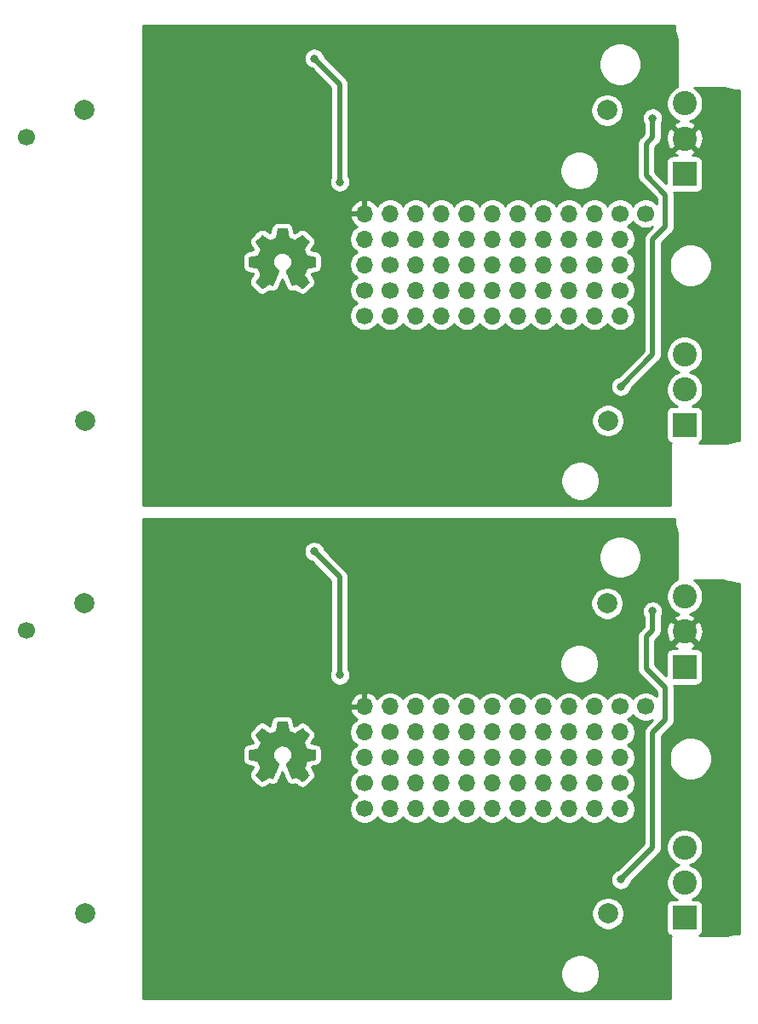
<source format=gbr>
G04 #@! TF.GenerationSoftware,KiCad,Pcbnew,5.1.5-52549c5~86~ubuntu18.04.1*
G04 #@! TF.CreationDate,2020-07-01T00:42:29-05:00*
G04 #@! TF.ProjectId,RAK811_LORA_ADAPTABLE_NODE_PANEL,52414b38-3131-45f4-9c4f-52415f414441,rev?*
G04 #@! TF.SameCoordinates,Original*
G04 #@! TF.FileFunction,Copper,L1,Top*
G04 #@! TF.FilePolarity,Positive*
%FSLAX46Y46*%
G04 Gerber Fmt 4.6, Leading zero omitted, Abs format (unit mm)*
G04 Created by KiCad (PCBNEW 5.1.5-52549c5~86~ubuntu18.04.1) date 2020-07-01 00:42:29*
%MOMM*%
%LPD*%
G04 APERTURE LIST*
%ADD10C,0.010000*%
%ADD11R,2.400000X2.400000*%
%ADD12C,2.400000*%
%ADD13C,1.700000*%
%ADD14O,1.700000X1.700000*%
%ADD15C,2.000000*%
%ADD16C,0.800000*%
%ADD17C,0.500000*%
%ADD18C,0.254000*%
G04 APERTURE END LIST*
D10*
G36*
X134540814Y-120763931D02*
G01*
X134624635Y-121208555D01*
X134933920Y-121336053D01*
X135243206Y-121463551D01*
X135614246Y-121211246D01*
X135718157Y-121140996D01*
X135812087Y-121078272D01*
X135891652Y-121025938D01*
X135952470Y-120986857D01*
X135990157Y-120963893D01*
X136000421Y-120958942D01*
X136018910Y-120971676D01*
X136058420Y-121006882D01*
X136114522Y-121060062D01*
X136182787Y-121126718D01*
X136258786Y-121202354D01*
X136338092Y-121282472D01*
X136416275Y-121362574D01*
X136488907Y-121438164D01*
X136551559Y-121504745D01*
X136599803Y-121557818D01*
X136629210Y-121592887D01*
X136636241Y-121604623D01*
X136626123Y-121626260D01*
X136597759Y-121673662D01*
X136554129Y-121742193D01*
X136498218Y-121827215D01*
X136433006Y-121924093D01*
X136395219Y-121979350D01*
X136326343Y-122080248D01*
X136265140Y-122171299D01*
X136214578Y-122247970D01*
X136177628Y-122305728D01*
X136157258Y-122340043D01*
X136154197Y-122347254D01*
X136161136Y-122367748D01*
X136180051Y-122415513D01*
X136208087Y-122483832D01*
X136242391Y-122565989D01*
X136280109Y-122655270D01*
X136318387Y-122744958D01*
X136354370Y-122828338D01*
X136385206Y-122898694D01*
X136408039Y-122949310D01*
X136420017Y-122973471D01*
X136420724Y-122974422D01*
X136439531Y-122979036D01*
X136489618Y-122989328D01*
X136565793Y-123004287D01*
X136662865Y-123022901D01*
X136775643Y-123044159D01*
X136841442Y-123056418D01*
X136961950Y-123079362D01*
X137070797Y-123101195D01*
X137162476Y-123120722D01*
X137231481Y-123136748D01*
X137272304Y-123148079D01*
X137280511Y-123151674D01*
X137288548Y-123176006D01*
X137295033Y-123230959D01*
X137299970Y-123310108D01*
X137303364Y-123407026D01*
X137305218Y-123515287D01*
X137305538Y-123628465D01*
X137304327Y-123740135D01*
X137301590Y-123843868D01*
X137297331Y-123933241D01*
X137291555Y-124001826D01*
X137284267Y-124043197D01*
X137279895Y-124051810D01*
X137253764Y-124062133D01*
X137198393Y-124076892D01*
X137121107Y-124094352D01*
X137029230Y-124112780D01*
X136997158Y-124118741D01*
X136842524Y-124147066D01*
X136720375Y-124169876D01*
X136626673Y-124188080D01*
X136557384Y-124202583D01*
X136508471Y-124214292D01*
X136475897Y-124224115D01*
X136455628Y-124232956D01*
X136443626Y-124241724D01*
X136441947Y-124243457D01*
X136425184Y-124271371D01*
X136399614Y-124325695D01*
X136367788Y-124399777D01*
X136332260Y-124486965D01*
X136295583Y-124580608D01*
X136260311Y-124674052D01*
X136228996Y-124760647D01*
X136204193Y-124833740D01*
X136188454Y-124886678D01*
X136184332Y-124912811D01*
X136184676Y-124913726D01*
X136198641Y-124935086D01*
X136230322Y-124982084D01*
X136276391Y-125049827D01*
X136333518Y-125133423D01*
X136398373Y-125227982D01*
X136416843Y-125254854D01*
X136482699Y-125352275D01*
X136540650Y-125441163D01*
X136587538Y-125516412D01*
X136620207Y-125572920D01*
X136635500Y-125605581D01*
X136636241Y-125609593D01*
X136623392Y-125630684D01*
X136587888Y-125672464D01*
X136534293Y-125730445D01*
X136467171Y-125800135D01*
X136391087Y-125877045D01*
X136310604Y-125956683D01*
X136230287Y-126034561D01*
X136154699Y-126106186D01*
X136088405Y-126167070D01*
X136035969Y-126212721D01*
X136001955Y-126238650D01*
X135992545Y-126242883D01*
X135970643Y-126232912D01*
X135925800Y-126206020D01*
X135865321Y-126166736D01*
X135818789Y-126135117D01*
X135734475Y-126077098D01*
X135634626Y-126008784D01*
X135534473Y-125940579D01*
X135480627Y-125904075D01*
X135298371Y-125780800D01*
X135145381Y-125863520D01*
X135075682Y-125899759D01*
X135016414Y-125927926D01*
X134976311Y-125943991D01*
X134966103Y-125946226D01*
X134953829Y-125929722D01*
X134929613Y-125883082D01*
X134895263Y-125810609D01*
X134852588Y-125716606D01*
X134803394Y-125605374D01*
X134749490Y-125481215D01*
X134692684Y-125348432D01*
X134634782Y-125211327D01*
X134577593Y-125074202D01*
X134522924Y-124941358D01*
X134472584Y-124817098D01*
X134428380Y-124705725D01*
X134392119Y-124611539D01*
X134365609Y-124538844D01*
X134350658Y-124491941D01*
X134348254Y-124475833D01*
X134367311Y-124455286D01*
X134409036Y-124421933D01*
X134464706Y-124382702D01*
X134469378Y-124379599D01*
X134613264Y-124264423D01*
X134729283Y-124130053D01*
X134816430Y-123980784D01*
X134873699Y-123820913D01*
X134900086Y-123654737D01*
X134894585Y-123486552D01*
X134856190Y-123320655D01*
X134783895Y-123161342D01*
X134762626Y-123126487D01*
X134651996Y-122985737D01*
X134521302Y-122872714D01*
X134375064Y-122788003D01*
X134217808Y-122732194D01*
X134054057Y-122705874D01*
X133888333Y-122709630D01*
X133725162Y-122744050D01*
X133569065Y-122809723D01*
X133424567Y-122907235D01*
X133379869Y-122946813D01*
X133266112Y-123070703D01*
X133183218Y-123201124D01*
X133126356Y-123347315D01*
X133094687Y-123492088D01*
X133086869Y-123654860D01*
X133112938Y-123818440D01*
X133170245Y-123977298D01*
X133256144Y-124125906D01*
X133367986Y-124258735D01*
X133503123Y-124370256D01*
X133520883Y-124382011D01*
X133577150Y-124420508D01*
X133619923Y-124453863D01*
X133640372Y-124475160D01*
X133640669Y-124475833D01*
X133636279Y-124498871D01*
X133618876Y-124551157D01*
X133590268Y-124628390D01*
X133552265Y-124726268D01*
X133506674Y-124840491D01*
X133455303Y-124966758D01*
X133399962Y-125100767D01*
X133342458Y-125238218D01*
X133284601Y-125374808D01*
X133228198Y-125506237D01*
X133175058Y-125628205D01*
X133126990Y-125736409D01*
X133085801Y-125826549D01*
X133053301Y-125894323D01*
X133031297Y-125935430D01*
X133022436Y-125946226D01*
X132995360Y-125937819D01*
X132944697Y-125915272D01*
X132879183Y-125882613D01*
X132843159Y-125863520D01*
X132690168Y-125780800D01*
X132507912Y-125904075D01*
X132414875Y-125967228D01*
X132313015Y-126036727D01*
X132217562Y-126102165D01*
X132169750Y-126135117D01*
X132102505Y-126180273D01*
X132045564Y-126216057D01*
X132006354Y-126237938D01*
X131993619Y-126242563D01*
X131975083Y-126230085D01*
X131934059Y-126195252D01*
X131874525Y-126141678D01*
X131800458Y-126072983D01*
X131715835Y-125992781D01*
X131662315Y-125941286D01*
X131568681Y-125849286D01*
X131487759Y-125766999D01*
X131422823Y-125697945D01*
X131377142Y-125645644D01*
X131353989Y-125613616D01*
X131351768Y-125607116D01*
X131362076Y-125582394D01*
X131390561Y-125532405D01*
X131434063Y-125462212D01*
X131489423Y-125376875D01*
X131553480Y-125281456D01*
X131571697Y-125254854D01*
X131638073Y-125158167D01*
X131697622Y-125071117D01*
X131747016Y-124998595D01*
X131782925Y-124945493D01*
X131802019Y-124916703D01*
X131803864Y-124913726D01*
X131801105Y-124890782D01*
X131786462Y-124840336D01*
X131762487Y-124769041D01*
X131731734Y-124683547D01*
X131696756Y-124590507D01*
X131660107Y-124496574D01*
X131624339Y-124408399D01*
X131592006Y-124332634D01*
X131565662Y-124275931D01*
X131547858Y-124244943D01*
X131546593Y-124243457D01*
X131535706Y-124234601D01*
X131517318Y-124225843D01*
X131487394Y-124216277D01*
X131441897Y-124204996D01*
X131376791Y-124191093D01*
X131288039Y-124173663D01*
X131171607Y-124151798D01*
X131023458Y-124124591D01*
X130991382Y-124118741D01*
X130896314Y-124100374D01*
X130813435Y-124082405D01*
X130750070Y-124066569D01*
X130713542Y-124054600D01*
X130708644Y-124051810D01*
X130700573Y-124027072D01*
X130694013Y-123971790D01*
X130688967Y-123892389D01*
X130685441Y-123795296D01*
X130683439Y-123686938D01*
X130682964Y-123573740D01*
X130684023Y-123462128D01*
X130686618Y-123358529D01*
X130690754Y-123269368D01*
X130696437Y-123201072D01*
X130703669Y-123160066D01*
X130708029Y-123151674D01*
X130732302Y-123143208D01*
X130787574Y-123129435D01*
X130868338Y-123111550D01*
X130969088Y-123090748D01*
X131084317Y-123068223D01*
X131147098Y-123056418D01*
X131266213Y-123034151D01*
X131372435Y-123013979D01*
X131460573Y-122996915D01*
X131525434Y-122983969D01*
X131561826Y-122976155D01*
X131567816Y-122974422D01*
X131577939Y-122954890D01*
X131599338Y-122907843D01*
X131629161Y-122840003D01*
X131664555Y-122758091D01*
X131702668Y-122668828D01*
X131740647Y-122578935D01*
X131775640Y-122495135D01*
X131804794Y-122424147D01*
X131825257Y-122372694D01*
X131834177Y-122347497D01*
X131834343Y-122346396D01*
X131824231Y-122326519D01*
X131795883Y-122280777D01*
X131752277Y-122213717D01*
X131696394Y-122129884D01*
X131631213Y-122033826D01*
X131593321Y-121978650D01*
X131524275Y-121877481D01*
X131462950Y-121785630D01*
X131412337Y-121707744D01*
X131375429Y-121648469D01*
X131355218Y-121612451D01*
X131352299Y-121604377D01*
X131364847Y-121585584D01*
X131399537Y-121545457D01*
X131451937Y-121488493D01*
X131517616Y-121419185D01*
X131592144Y-121342031D01*
X131671087Y-121261525D01*
X131750017Y-121182163D01*
X131824500Y-121108440D01*
X131890106Y-121044852D01*
X131942404Y-120995894D01*
X131976961Y-120966061D01*
X131988522Y-120958942D01*
X132007346Y-120968953D01*
X132052369Y-120997078D01*
X132119213Y-121040454D01*
X132203501Y-121096218D01*
X132300856Y-121161506D01*
X132374293Y-121211246D01*
X132745333Y-121463551D01*
X133363905Y-121208555D01*
X133447725Y-120763931D01*
X133531546Y-120319307D01*
X134456994Y-120319307D01*
X134540814Y-120763931D01*
G37*
X134540814Y-120763931D02*
X134624635Y-121208555D01*
X134933920Y-121336053D01*
X135243206Y-121463551D01*
X135614246Y-121211246D01*
X135718157Y-121140996D01*
X135812087Y-121078272D01*
X135891652Y-121025938D01*
X135952470Y-120986857D01*
X135990157Y-120963893D01*
X136000421Y-120958942D01*
X136018910Y-120971676D01*
X136058420Y-121006882D01*
X136114522Y-121060062D01*
X136182787Y-121126718D01*
X136258786Y-121202354D01*
X136338092Y-121282472D01*
X136416275Y-121362574D01*
X136488907Y-121438164D01*
X136551559Y-121504745D01*
X136599803Y-121557818D01*
X136629210Y-121592887D01*
X136636241Y-121604623D01*
X136626123Y-121626260D01*
X136597759Y-121673662D01*
X136554129Y-121742193D01*
X136498218Y-121827215D01*
X136433006Y-121924093D01*
X136395219Y-121979350D01*
X136326343Y-122080248D01*
X136265140Y-122171299D01*
X136214578Y-122247970D01*
X136177628Y-122305728D01*
X136157258Y-122340043D01*
X136154197Y-122347254D01*
X136161136Y-122367748D01*
X136180051Y-122415513D01*
X136208087Y-122483832D01*
X136242391Y-122565989D01*
X136280109Y-122655270D01*
X136318387Y-122744958D01*
X136354370Y-122828338D01*
X136385206Y-122898694D01*
X136408039Y-122949310D01*
X136420017Y-122973471D01*
X136420724Y-122974422D01*
X136439531Y-122979036D01*
X136489618Y-122989328D01*
X136565793Y-123004287D01*
X136662865Y-123022901D01*
X136775643Y-123044159D01*
X136841442Y-123056418D01*
X136961950Y-123079362D01*
X137070797Y-123101195D01*
X137162476Y-123120722D01*
X137231481Y-123136748D01*
X137272304Y-123148079D01*
X137280511Y-123151674D01*
X137288548Y-123176006D01*
X137295033Y-123230959D01*
X137299970Y-123310108D01*
X137303364Y-123407026D01*
X137305218Y-123515287D01*
X137305538Y-123628465D01*
X137304327Y-123740135D01*
X137301590Y-123843868D01*
X137297331Y-123933241D01*
X137291555Y-124001826D01*
X137284267Y-124043197D01*
X137279895Y-124051810D01*
X137253764Y-124062133D01*
X137198393Y-124076892D01*
X137121107Y-124094352D01*
X137029230Y-124112780D01*
X136997158Y-124118741D01*
X136842524Y-124147066D01*
X136720375Y-124169876D01*
X136626673Y-124188080D01*
X136557384Y-124202583D01*
X136508471Y-124214292D01*
X136475897Y-124224115D01*
X136455628Y-124232956D01*
X136443626Y-124241724D01*
X136441947Y-124243457D01*
X136425184Y-124271371D01*
X136399614Y-124325695D01*
X136367788Y-124399777D01*
X136332260Y-124486965D01*
X136295583Y-124580608D01*
X136260311Y-124674052D01*
X136228996Y-124760647D01*
X136204193Y-124833740D01*
X136188454Y-124886678D01*
X136184332Y-124912811D01*
X136184676Y-124913726D01*
X136198641Y-124935086D01*
X136230322Y-124982084D01*
X136276391Y-125049827D01*
X136333518Y-125133423D01*
X136398373Y-125227982D01*
X136416843Y-125254854D01*
X136482699Y-125352275D01*
X136540650Y-125441163D01*
X136587538Y-125516412D01*
X136620207Y-125572920D01*
X136635500Y-125605581D01*
X136636241Y-125609593D01*
X136623392Y-125630684D01*
X136587888Y-125672464D01*
X136534293Y-125730445D01*
X136467171Y-125800135D01*
X136391087Y-125877045D01*
X136310604Y-125956683D01*
X136230287Y-126034561D01*
X136154699Y-126106186D01*
X136088405Y-126167070D01*
X136035969Y-126212721D01*
X136001955Y-126238650D01*
X135992545Y-126242883D01*
X135970643Y-126232912D01*
X135925800Y-126206020D01*
X135865321Y-126166736D01*
X135818789Y-126135117D01*
X135734475Y-126077098D01*
X135634626Y-126008784D01*
X135534473Y-125940579D01*
X135480627Y-125904075D01*
X135298371Y-125780800D01*
X135145381Y-125863520D01*
X135075682Y-125899759D01*
X135016414Y-125927926D01*
X134976311Y-125943991D01*
X134966103Y-125946226D01*
X134953829Y-125929722D01*
X134929613Y-125883082D01*
X134895263Y-125810609D01*
X134852588Y-125716606D01*
X134803394Y-125605374D01*
X134749490Y-125481215D01*
X134692684Y-125348432D01*
X134634782Y-125211327D01*
X134577593Y-125074202D01*
X134522924Y-124941358D01*
X134472584Y-124817098D01*
X134428380Y-124705725D01*
X134392119Y-124611539D01*
X134365609Y-124538844D01*
X134350658Y-124491941D01*
X134348254Y-124475833D01*
X134367311Y-124455286D01*
X134409036Y-124421933D01*
X134464706Y-124382702D01*
X134469378Y-124379599D01*
X134613264Y-124264423D01*
X134729283Y-124130053D01*
X134816430Y-123980784D01*
X134873699Y-123820913D01*
X134900086Y-123654737D01*
X134894585Y-123486552D01*
X134856190Y-123320655D01*
X134783895Y-123161342D01*
X134762626Y-123126487D01*
X134651996Y-122985737D01*
X134521302Y-122872714D01*
X134375064Y-122788003D01*
X134217808Y-122732194D01*
X134054057Y-122705874D01*
X133888333Y-122709630D01*
X133725162Y-122744050D01*
X133569065Y-122809723D01*
X133424567Y-122907235D01*
X133379869Y-122946813D01*
X133266112Y-123070703D01*
X133183218Y-123201124D01*
X133126356Y-123347315D01*
X133094687Y-123492088D01*
X133086869Y-123654860D01*
X133112938Y-123818440D01*
X133170245Y-123977298D01*
X133256144Y-124125906D01*
X133367986Y-124258735D01*
X133503123Y-124370256D01*
X133520883Y-124382011D01*
X133577150Y-124420508D01*
X133619923Y-124453863D01*
X133640372Y-124475160D01*
X133640669Y-124475833D01*
X133636279Y-124498871D01*
X133618876Y-124551157D01*
X133590268Y-124628390D01*
X133552265Y-124726268D01*
X133506674Y-124840491D01*
X133455303Y-124966758D01*
X133399962Y-125100767D01*
X133342458Y-125238218D01*
X133284601Y-125374808D01*
X133228198Y-125506237D01*
X133175058Y-125628205D01*
X133126990Y-125736409D01*
X133085801Y-125826549D01*
X133053301Y-125894323D01*
X133031297Y-125935430D01*
X133022436Y-125946226D01*
X132995360Y-125937819D01*
X132944697Y-125915272D01*
X132879183Y-125882613D01*
X132843159Y-125863520D01*
X132690168Y-125780800D01*
X132507912Y-125904075D01*
X132414875Y-125967228D01*
X132313015Y-126036727D01*
X132217562Y-126102165D01*
X132169750Y-126135117D01*
X132102505Y-126180273D01*
X132045564Y-126216057D01*
X132006354Y-126237938D01*
X131993619Y-126242563D01*
X131975083Y-126230085D01*
X131934059Y-126195252D01*
X131874525Y-126141678D01*
X131800458Y-126072983D01*
X131715835Y-125992781D01*
X131662315Y-125941286D01*
X131568681Y-125849286D01*
X131487759Y-125766999D01*
X131422823Y-125697945D01*
X131377142Y-125645644D01*
X131353989Y-125613616D01*
X131351768Y-125607116D01*
X131362076Y-125582394D01*
X131390561Y-125532405D01*
X131434063Y-125462212D01*
X131489423Y-125376875D01*
X131553480Y-125281456D01*
X131571697Y-125254854D01*
X131638073Y-125158167D01*
X131697622Y-125071117D01*
X131747016Y-124998595D01*
X131782925Y-124945493D01*
X131802019Y-124916703D01*
X131803864Y-124913726D01*
X131801105Y-124890782D01*
X131786462Y-124840336D01*
X131762487Y-124769041D01*
X131731734Y-124683547D01*
X131696756Y-124590507D01*
X131660107Y-124496574D01*
X131624339Y-124408399D01*
X131592006Y-124332634D01*
X131565662Y-124275931D01*
X131547858Y-124244943D01*
X131546593Y-124243457D01*
X131535706Y-124234601D01*
X131517318Y-124225843D01*
X131487394Y-124216277D01*
X131441897Y-124204996D01*
X131376791Y-124191093D01*
X131288039Y-124173663D01*
X131171607Y-124151798D01*
X131023458Y-124124591D01*
X130991382Y-124118741D01*
X130896314Y-124100374D01*
X130813435Y-124082405D01*
X130750070Y-124066569D01*
X130713542Y-124054600D01*
X130708644Y-124051810D01*
X130700573Y-124027072D01*
X130694013Y-123971790D01*
X130688967Y-123892389D01*
X130685441Y-123795296D01*
X130683439Y-123686938D01*
X130682964Y-123573740D01*
X130684023Y-123462128D01*
X130686618Y-123358529D01*
X130690754Y-123269368D01*
X130696437Y-123201072D01*
X130703669Y-123160066D01*
X130708029Y-123151674D01*
X130732302Y-123143208D01*
X130787574Y-123129435D01*
X130868338Y-123111550D01*
X130969088Y-123090748D01*
X131084317Y-123068223D01*
X131147098Y-123056418D01*
X131266213Y-123034151D01*
X131372435Y-123013979D01*
X131460573Y-122996915D01*
X131525434Y-122983969D01*
X131561826Y-122976155D01*
X131567816Y-122974422D01*
X131577939Y-122954890D01*
X131599338Y-122907843D01*
X131629161Y-122840003D01*
X131664555Y-122758091D01*
X131702668Y-122668828D01*
X131740647Y-122578935D01*
X131775640Y-122495135D01*
X131804794Y-122424147D01*
X131825257Y-122372694D01*
X131834177Y-122347497D01*
X131834343Y-122346396D01*
X131824231Y-122326519D01*
X131795883Y-122280777D01*
X131752277Y-122213717D01*
X131696394Y-122129884D01*
X131631213Y-122033826D01*
X131593321Y-121978650D01*
X131524275Y-121877481D01*
X131462950Y-121785630D01*
X131412337Y-121707744D01*
X131375429Y-121648469D01*
X131355218Y-121612451D01*
X131352299Y-121604377D01*
X131364847Y-121585584D01*
X131399537Y-121545457D01*
X131451937Y-121488493D01*
X131517616Y-121419185D01*
X131592144Y-121342031D01*
X131671087Y-121261525D01*
X131750017Y-121182163D01*
X131824500Y-121108440D01*
X131890106Y-121044852D01*
X131942404Y-120995894D01*
X131976961Y-120966061D01*
X131988522Y-120958942D01*
X132007346Y-120968953D01*
X132052369Y-120997078D01*
X132119213Y-121040454D01*
X132203501Y-121096218D01*
X132300856Y-121161506D01*
X132374293Y-121211246D01*
X132745333Y-121463551D01*
X133363905Y-121208555D01*
X133447725Y-120763931D01*
X133531546Y-120319307D01*
X134456994Y-120319307D01*
X134540814Y-120763931D01*
G36*
X134540814Y-71763931D02*
G01*
X134624635Y-72208555D01*
X134933920Y-72336053D01*
X135243206Y-72463551D01*
X135614246Y-72211246D01*
X135718157Y-72140996D01*
X135812087Y-72078272D01*
X135891652Y-72025938D01*
X135952470Y-71986857D01*
X135990157Y-71963893D01*
X136000421Y-71958942D01*
X136018910Y-71971676D01*
X136058420Y-72006882D01*
X136114522Y-72060062D01*
X136182787Y-72126718D01*
X136258786Y-72202354D01*
X136338092Y-72282472D01*
X136416275Y-72362574D01*
X136488907Y-72438164D01*
X136551559Y-72504745D01*
X136599803Y-72557818D01*
X136629210Y-72592887D01*
X136636241Y-72604623D01*
X136626123Y-72626260D01*
X136597759Y-72673662D01*
X136554129Y-72742193D01*
X136498218Y-72827215D01*
X136433006Y-72924093D01*
X136395219Y-72979350D01*
X136326343Y-73080248D01*
X136265140Y-73171299D01*
X136214578Y-73247970D01*
X136177628Y-73305728D01*
X136157258Y-73340043D01*
X136154197Y-73347254D01*
X136161136Y-73367748D01*
X136180051Y-73415513D01*
X136208087Y-73483832D01*
X136242391Y-73565989D01*
X136280109Y-73655270D01*
X136318387Y-73744958D01*
X136354370Y-73828338D01*
X136385206Y-73898694D01*
X136408039Y-73949310D01*
X136420017Y-73973471D01*
X136420724Y-73974422D01*
X136439531Y-73979036D01*
X136489618Y-73989328D01*
X136565793Y-74004287D01*
X136662865Y-74022901D01*
X136775643Y-74044159D01*
X136841442Y-74056418D01*
X136961950Y-74079362D01*
X137070797Y-74101195D01*
X137162476Y-74120722D01*
X137231481Y-74136748D01*
X137272304Y-74148079D01*
X137280511Y-74151674D01*
X137288548Y-74176006D01*
X137295033Y-74230959D01*
X137299970Y-74310108D01*
X137303364Y-74407026D01*
X137305218Y-74515287D01*
X137305538Y-74628465D01*
X137304327Y-74740135D01*
X137301590Y-74843868D01*
X137297331Y-74933241D01*
X137291555Y-75001826D01*
X137284267Y-75043197D01*
X137279895Y-75051810D01*
X137253764Y-75062133D01*
X137198393Y-75076892D01*
X137121107Y-75094352D01*
X137029230Y-75112780D01*
X136997158Y-75118741D01*
X136842524Y-75147066D01*
X136720375Y-75169876D01*
X136626673Y-75188080D01*
X136557384Y-75202583D01*
X136508471Y-75214292D01*
X136475897Y-75224115D01*
X136455628Y-75232956D01*
X136443626Y-75241724D01*
X136441947Y-75243457D01*
X136425184Y-75271371D01*
X136399614Y-75325695D01*
X136367788Y-75399777D01*
X136332260Y-75486965D01*
X136295583Y-75580608D01*
X136260311Y-75674052D01*
X136228996Y-75760647D01*
X136204193Y-75833740D01*
X136188454Y-75886678D01*
X136184332Y-75912811D01*
X136184676Y-75913726D01*
X136198641Y-75935086D01*
X136230322Y-75982084D01*
X136276391Y-76049827D01*
X136333518Y-76133423D01*
X136398373Y-76227982D01*
X136416843Y-76254854D01*
X136482699Y-76352275D01*
X136540650Y-76441163D01*
X136587538Y-76516412D01*
X136620207Y-76572920D01*
X136635500Y-76605581D01*
X136636241Y-76609593D01*
X136623392Y-76630684D01*
X136587888Y-76672464D01*
X136534293Y-76730445D01*
X136467171Y-76800135D01*
X136391087Y-76877045D01*
X136310604Y-76956683D01*
X136230287Y-77034561D01*
X136154699Y-77106186D01*
X136088405Y-77167070D01*
X136035969Y-77212721D01*
X136001955Y-77238650D01*
X135992545Y-77242883D01*
X135970643Y-77232912D01*
X135925800Y-77206020D01*
X135865321Y-77166736D01*
X135818789Y-77135117D01*
X135734475Y-77077098D01*
X135634626Y-77008784D01*
X135534473Y-76940579D01*
X135480627Y-76904075D01*
X135298371Y-76780800D01*
X135145381Y-76863520D01*
X135075682Y-76899759D01*
X135016414Y-76927926D01*
X134976311Y-76943991D01*
X134966103Y-76946226D01*
X134953829Y-76929722D01*
X134929613Y-76883082D01*
X134895263Y-76810609D01*
X134852588Y-76716606D01*
X134803394Y-76605374D01*
X134749490Y-76481215D01*
X134692684Y-76348432D01*
X134634782Y-76211327D01*
X134577593Y-76074202D01*
X134522924Y-75941358D01*
X134472584Y-75817098D01*
X134428380Y-75705725D01*
X134392119Y-75611539D01*
X134365609Y-75538844D01*
X134350658Y-75491941D01*
X134348254Y-75475833D01*
X134367311Y-75455286D01*
X134409036Y-75421933D01*
X134464706Y-75382702D01*
X134469378Y-75379599D01*
X134613264Y-75264423D01*
X134729283Y-75130053D01*
X134816430Y-74980784D01*
X134873699Y-74820913D01*
X134900086Y-74654737D01*
X134894585Y-74486552D01*
X134856190Y-74320655D01*
X134783895Y-74161342D01*
X134762626Y-74126487D01*
X134651996Y-73985737D01*
X134521302Y-73872714D01*
X134375064Y-73788003D01*
X134217808Y-73732194D01*
X134054057Y-73705874D01*
X133888333Y-73709630D01*
X133725162Y-73744050D01*
X133569065Y-73809723D01*
X133424567Y-73907235D01*
X133379869Y-73946813D01*
X133266112Y-74070703D01*
X133183218Y-74201124D01*
X133126356Y-74347315D01*
X133094687Y-74492088D01*
X133086869Y-74654860D01*
X133112938Y-74818440D01*
X133170245Y-74977298D01*
X133256144Y-75125906D01*
X133367986Y-75258735D01*
X133503123Y-75370256D01*
X133520883Y-75382011D01*
X133577150Y-75420508D01*
X133619923Y-75453863D01*
X133640372Y-75475160D01*
X133640669Y-75475833D01*
X133636279Y-75498871D01*
X133618876Y-75551157D01*
X133590268Y-75628390D01*
X133552265Y-75726268D01*
X133506674Y-75840491D01*
X133455303Y-75966758D01*
X133399962Y-76100767D01*
X133342458Y-76238218D01*
X133284601Y-76374808D01*
X133228198Y-76506237D01*
X133175058Y-76628205D01*
X133126990Y-76736409D01*
X133085801Y-76826549D01*
X133053301Y-76894323D01*
X133031297Y-76935430D01*
X133022436Y-76946226D01*
X132995360Y-76937819D01*
X132944697Y-76915272D01*
X132879183Y-76882613D01*
X132843159Y-76863520D01*
X132690168Y-76780800D01*
X132507912Y-76904075D01*
X132414875Y-76967228D01*
X132313015Y-77036727D01*
X132217562Y-77102165D01*
X132169750Y-77135117D01*
X132102505Y-77180273D01*
X132045564Y-77216057D01*
X132006354Y-77237938D01*
X131993619Y-77242563D01*
X131975083Y-77230085D01*
X131934059Y-77195252D01*
X131874525Y-77141678D01*
X131800458Y-77072983D01*
X131715835Y-76992781D01*
X131662315Y-76941286D01*
X131568681Y-76849286D01*
X131487759Y-76766999D01*
X131422823Y-76697945D01*
X131377142Y-76645644D01*
X131353989Y-76613616D01*
X131351768Y-76607116D01*
X131362076Y-76582394D01*
X131390561Y-76532405D01*
X131434063Y-76462212D01*
X131489423Y-76376875D01*
X131553480Y-76281456D01*
X131571697Y-76254854D01*
X131638073Y-76158167D01*
X131697622Y-76071117D01*
X131747016Y-75998595D01*
X131782925Y-75945493D01*
X131802019Y-75916703D01*
X131803864Y-75913726D01*
X131801105Y-75890782D01*
X131786462Y-75840336D01*
X131762487Y-75769041D01*
X131731734Y-75683547D01*
X131696756Y-75590507D01*
X131660107Y-75496574D01*
X131624339Y-75408399D01*
X131592006Y-75332634D01*
X131565662Y-75275931D01*
X131547858Y-75244943D01*
X131546593Y-75243457D01*
X131535706Y-75234601D01*
X131517318Y-75225843D01*
X131487394Y-75216277D01*
X131441897Y-75204996D01*
X131376791Y-75191093D01*
X131288039Y-75173663D01*
X131171607Y-75151798D01*
X131023458Y-75124591D01*
X130991382Y-75118741D01*
X130896314Y-75100374D01*
X130813435Y-75082405D01*
X130750070Y-75066569D01*
X130713542Y-75054600D01*
X130708644Y-75051810D01*
X130700573Y-75027072D01*
X130694013Y-74971790D01*
X130688967Y-74892389D01*
X130685441Y-74795296D01*
X130683439Y-74686938D01*
X130682964Y-74573740D01*
X130684023Y-74462128D01*
X130686618Y-74358529D01*
X130690754Y-74269368D01*
X130696437Y-74201072D01*
X130703669Y-74160066D01*
X130708029Y-74151674D01*
X130732302Y-74143208D01*
X130787574Y-74129435D01*
X130868338Y-74111550D01*
X130969088Y-74090748D01*
X131084317Y-74068223D01*
X131147098Y-74056418D01*
X131266213Y-74034151D01*
X131372435Y-74013979D01*
X131460573Y-73996915D01*
X131525434Y-73983969D01*
X131561826Y-73976155D01*
X131567816Y-73974422D01*
X131577939Y-73954890D01*
X131599338Y-73907843D01*
X131629161Y-73840003D01*
X131664555Y-73758091D01*
X131702668Y-73668828D01*
X131740647Y-73578935D01*
X131775640Y-73495135D01*
X131804794Y-73424147D01*
X131825257Y-73372694D01*
X131834177Y-73347497D01*
X131834343Y-73346396D01*
X131824231Y-73326519D01*
X131795883Y-73280777D01*
X131752277Y-73213717D01*
X131696394Y-73129884D01*
X131631213Y-73033826D01*
X131593321Y-72978650D01*
X131524275Y-72877481D01*
X131462950Y-72785630D01*
X131412337Y-72707744D01*
X131375429Y-72648469D01*
X131355218Y-72612451D01*
X131352299Y-72604377D01*
X131364847Y-72585584D01*
X131399537Y-72545457D01*
X131451937Y-72488493D01*
X131517616Y-72419185D01*
X131592144Y-72342031D01*
X131671087Y-72261525D01*
X131750017Y-72182163D01*
X131824500Y-72108440D01*
X131890106Y-72044852D01*
X131942404Y-71995894D01*
X131976961Y-71966061D01*
X131988522Y-71958942D01*
X132007346Y-71968953D01*
X132052369Y-71997078D01*
X132119213Y-72040454D01*
X132203501Y-72096218D01*
X132300856Y-72161506D01*
X132374293Y-72211246D01*
X132745333Y-72463551D01*
X133363905Y-72208555D01*
X133447725Y-71763931D01*
X133531546Y-71319307D01*
X134456994Y-71319307D01*
X134540814Y-71763931D01*
G37*
X134540814Y-71763931D02*
X134624635Y-72208555D01*
X134933920Y-72336053D01*
X135243206Y-72463551D01*
X135614246Y-72211246D01*
X135718157Y-72140996D01*
X135812087Y-72078272D01*
X135891652Y-72025938D01*
X135952470Y-71986857D01*
X135990157Y-71963893D01*
X136000421Y-71958942D01*
X136018910Y-71971676D01*
X136058420Y-72006882D01*
X136114522Y-72060062D01*
X136182787Y-72126718D01*
X136258786Y-72202354D01*
X136338092Y-72282472D01*
X136416275Y-72362574D01*
X136488907Y-72438164D01*
X136551559Y-72504745D01*
X136599803Y-72557818D01*
X136629210Y-72592887D01*
X136636241Y-72604623D01*
X136626123Y-72626260D01*
X136597759Y-72673662D01*
X136554129Y-72742193D01*
X136498218Y-72827215D01*
X136433006Y-72924093D01*
X136395219Y-72979350D01*
X136326343Y-73080248D01*
X136265140Y-73171299D01*
X136214578Y-73247970D01*
X136177628Y-73305728D01*
X136157258Y-73340043D01*
X136154197Y-73347254D01*
X136161136Y-73367748D01*
X136180051Y-73415513D01*
X136208087Y-73483832D01*
X136242391Y-73565989D01*
X136280109Y-73655270D01*
X136318387Y-73744958D01*
X136354370Y-73828338D01*
X136385206Y-73898694D01*
X136408039Y-73949310D01*
X136420017Y-73973471D01*
X136420724Y-73974422D01*
X136439531Y-73979036D01*
X136489618Y-73989328D01*
X136565793Y-74004287D01*
X136662865Y-74022901D01*
X136775643Y-74044159D01*
X136841442Y-74056418D01*
X136961950Y-74079362D01*
X137070797Y-74101195D01*
X137162476Y-74120722D01*
X137231481Y-74136748D01*
X137272304Y-74148079D01*
X137280511Y-74151674D01*
X137288548Y-74176006D01*
X137295033Y-74230959D01*
X137299970Y-74310108D01*
X137303364Y-74407026D01*
X137305218Y-74515287D01*
X137305538Y-74628465D01*
X137304327Y-74740135D01*
X137301590Y-74843868D01*
X137297331Y-74933241D01*
X137291555Y-75001826D01*
X137284267Y-75043197D01*
X137279895Y-75051810D01*
X137253764Y-75062133D01*
X137198393Y-75076892D01*
X137121107Y-75094352D01*
X137029230Y-75112780D01*
X136997158Y-75118741D01*
X136842524Y-75147066D01*
X136720375Y-75169876D01*
X136626673Y-75188080D01*
X136557384Y-75202583D01*
X136508471Y-75214292D01*
X136475897Y-75224115D01*
X136455628Y-75232956D01*
X136443626Y-75241724D01*
X136441947Y-75243457D01*
X136425184Y-75271371D01*
X136399614Y-75325695D01*
X136367788Y-75399777D01*
X136332260Y-75486965D01*
X136295583Y-75580608D01*
X136260311Y-75674052D01*
X136228996Y-75760647D01*
X136204193Y-75833740D01*
X136188454Y-75886678D01*
X136184332Y-75912811D01*
X136184676Y-75913726D01*
X136198641Y-75935086D01*
X136230322Y-75982084D01*
X136276391Y-76049827D01*
X136333518Y-76133423D01*
X136398373Y-76227982D01*
X136416843Y-76254854D01*
X136482699Y-76352275D01*
X136540650Y-76441163D01*
X136587538Y-76516412D01*
X136620207Y-76572920D01*
X136635500Y-76605581D01*
X136636241Y-76609593D01*
X136623392Y-76630684D01*
X136587888Y-76672464D01*
X136534293Y-76730445D01*
X136467171Y-76800135D01*
X136391087Y-76877045D01*
X136310604Y-76956683D01*
X136230287Y-77034561D01*
X136154699Y-77106186D01*
X136088405Y-77167070D01*
X136035969Y-77212721D01*
X136001955Y-77238650D01*
X135992545Y-77242883D01*
X135970643Y-77232912D01*
X135925800Y-77206020D01*
X135865321Y-77166736D01*
X135818789Y-77135117D01*
X135734475Y-77077098D01*
X135634626Y-77008784D01*
X135534473Y-76940579D01*
X135480627Y-76904075D01*
X135298371Y-76780800D01*
X135145381Y-76863520D01*
X135075682Y-76899759D01*
X135016414Y-76927926D01*
X134976311Y-76943991D01*
X134966103Y-76946226D01*
X134953829Y-76929722D01*
X134929613Y-76883082D01*
X134895263Y-76810609D01*
X134852588Y-76716606D01*
X134803394Y-76605374D01*
X134749490Y-76481215D01*
X134692684Y-76348432D01*
X134634782Y-76211327D01*
X134577593Y-76074202D01*
X134522924Y-75941358D01*
X134472584Y-75817098D01*
X134428380Y-75705725D01*
X134392119Y-75611539D01*
X134365609Y-75538844D01*
X134350658Y-75491941D01*
X134348254Y-75475833D01*
X134367311Y-75455286D01*
X134409036Y-75421933D01*
X134464706Y-75382702D01*
X134469378Y-75379599D01*
X134613264Y-75264423D01*
X134729283Y-75130053D01*
X134816430Y-74980784D01*
X134873699Y-74820913D01*
X134900086Y-74654737D01*
X134894585Y-74486552D01*
X134856190Y-74320655D01*
X134783895Y-74161342D01*
X134762626Y-74126487D01*
X134651996Y-73985737D01*
X134521302Y-73872714D01*
X134375064Y-73788003D01*
X134217808Y-73732194D01*
X134054057Y-73705874D01*
X133888333Y-73709630D01*
X133725162Y-73744050D01*
X133569065Y-73809723D01*
X133424567Y-73907235D01*
X133379869Y-73946813D01*
X133266112Y-74070703D01*
X133183218Y-74201124D01*
X133126356Y-74347315D01*
X133094687Y-74492088D01*
X133086869Y-74654860D01*
X133112938Y-74818440D01*
X133170245Y-74977298D01*
X133256144Y-75125906D01*
X133367986Y-75258735D01*
X133503123Y-75370256D01*
X133520883Y-75382011D01*
X133577150Y-75420508D01*
X133619923Y-75453863D01*
X133640372Y-75475160D01*
X133640669Y-75475833D01*
X133636279Y-75498871D01*
X133618876Y-75551157D01*
X133590268Y-75628390D01*
X133552265Y-75726268D01*
X133506674Y-75840491D01*
X133455303Y-75966758D01*
X133399962Y-76100767D01*
X133342458Y-76238218D01*
X133284601Y-76374808D01*
X133228198Y-76506237D01*
X133175058Y-76628205D01*
X133126990Y-76736409D01*
X133085801Y-76826549D01*
X133053301Y-76894323D01*
X133031297Y-76935430D01*
X133022436Y-76946226D01*
X132995360Y-76937819D01*
X132944697Y-76915272D01*
X132879183Y-76882613D01*
X132843159Y-76863520D01*
X132690168Y-76780800D01*
X132507912Y-76904075D01*
X132414875Y-76967228D01*
X132313015Y-77036727D01*
X132217562Y-77102165D01*
X132169750Y-77135117D01*
X132102505Y-77180273D01*
X132045564Y-77216057D01*
X132006354Y-77237938D01*
X131993619Y-77242563D01*
X131975083Y-77230085D01*
X131934059Y-77195252D01*
X131874525Y-77141678D01*
X131800458Y-77072983D01*
X131715835Y-76992781D01*
X131662315Y-76941286D01*
X131568681Y-76849286D01*
X131487759Y-76766999D01*
X131422823Y-76697945D01*
X131377142Y-76645644D01*
X131353989Y-76613616D01*
X131351768Y-76607116D01*
X131362076Y-76582394D01*
X131390561Y-76532405D01*
X131434063Y-76462212D01*
X131489423Y-76376875D01*
X131553480Y-76281456D01*
X131571697Y-76254854D01*
X131638073Y-76158167D01*
X131697622Y-76071117D01*
X131747016Y-75998595D01*
X131782925Y-75945493D01*
X131802019Y-75916703D01*
X131803864Y-75913726D01*
X131801105Y-75890782D01*
X131786462Y-75840336D01*
X131762487Y-75769041D01*
X131731734Y-75683547D01*
X131696756Y-75590507D01*
X131660107Y-75496574D01*
X131624339Y-75408399D01*
X131592006Y-75332634D01*
X131565662Y-75275931D01*
X131547858Y-75244943D01*
X131546593Y-75243457D01*
X131535706Y-75234601D01*
X131517318Y-75225843D01*
X131487394Y-75216277D01*
X131441897Y-75204996D01*
X131376791Y-75191093D01*
X131288039Y-75173663D01*
X131171607Y-75151798D01*
X131023458Y-75124591D01*
X130991382Y-75118741D01*
X130896314Y-75100374D01*
X130813435Y-75082405D01*
X130750070Y-75066569D01*
X130713542Y-75054600D01*
X130708644Y-75051810D01*
X130700573Y-75027072D01*
X130694013Y-74971790D01*
X130688967Y-74892389D01*
X130685441Y-74795296D01*
X130683439Y-74686938D01*
X130682964Y-74573740D01*
X130684023Y-74462128D01*
X130686618Y-74358529D01*
X130690754Y-74269368D01*
X130696437Y-74201072D01*
X130703669Y-74160066D01*
X130708029Y-74151674D01*
X130732302Y-74143208D01*
X130787574Y-74129435D01*
X130868338Y-74111550D01*
X130969088Y-74090748D01*
X131084317Y-74068223D01*
X131147098Y-74056418D01*
X131266213Y-74034151D01*
X131372435Y-74013979D01*
X131460573Y-73996915D01*
X131525434Y-73983969D01*
X131561826Y-73976155D01*
X131567816Y-73974422D01*
X131577939Y-73954890D01*
X131599338Y-73907843D01*
X131629161Y-73840003D01*
X131664555Y-73758091D01*
X131702668Y-73668828D01*
X131740647Y-73578935D01*
X131775640Y-73495135D01*
X131804794Y-73424147D01*
X131825257Y-73372694D01*
X131834177Y-73347497D01*
X131834343Y-73346396D01*
X131824231Y-73326519D01*
X131795883Y-73280777D01*
X131752277Y-73213717D01*
X131696394Y-73129884D01*
X131631213Y-73033826D01*
X131593321Y-72978650D01*
X131524275Y-72877481D01*
X131462950Y-72785630D01*
X131412337Y-72707744D01*
X131375429Y-72648469D01*
X131355218Y-72612451D01*
X131352299Y-72604377D01*
X131364847Y-72585584D01*
X131399537Y-72545457D01*
X131451937Y-72488493D01*
X131517616Y-72419185D01*
X131592144Y-72342031D01*
X131671087Y-72261525D01*
X131750017Y-72182163D01*
X131824500Y-72108440D01*
X131890106Y-72044852D01*
X131942404Y-71995894D01*
X131976961Y-71966061D01*
X131988522Y-71958942D01*
X132007346Y-71968953D01*
X132052369Y-71997078D01*
X132119213Y-72040454D01*
X132203501Y-72096218D01*
X132300856Y-72161506D01*
X132374293Y-72211246D01*
X132745333Y-72463551D01*
X133363905Y-72208555D01*
X133447725Y-71763931D01*
X133531546Y-71319307D01*
X134456994Y-71319307D01*
X134540814Y-71763931D01*
D11*
X173990000Y-114870000D03*
D12*
X173990000Y-111370000D03*
X173990000Y-107870000D03*
D13*
X142175000Y-126435000D03*
D14*
X142175000Y-123895000D03*
X142175000Y-121355000D03*
D15*
X114380000Y-139385000D03*
X166370000Y-139385000D03*
D11*
X173990000Y-139805000D03*
D12*
X173990000Y-136305000D03*
X173990000Y-132805000D03*
D13*
X167575000Y-118815000D03*
D14*
X165035000Y-118815000D03*
X162495000Y-118815000D03*
X159955000Y-118815000D03*
X157415000Y-118815000D03*
X154875000Y-118815000D03*
X152335000Y-118815000D03*
X149795000Y-118815000D03*
X147255000Y-118815000D03*
X144715000Y-118815000D03*
X142175000Y-118815000D03*
D15*
X166290000Y-108555000D03*
X114300000Y-108555000D03*
D13*
X142175000Y-128975000D03*
D14*
X144715000Y-128975000D03*
X147255000Y-128975000D03*
X149795000Y-128975000D03*
X152335000Y-128975000D03*
X154875000Y-128975000D03*
X157415000Y-128975000D03*
X159955000Y-128975000D03*
X162495000Y-128975000D03*
X165035000Y-128975000D03*
X167575000Y-128975000D03*
D13*
X167575000Y-126435000D03*
D14*
X167575000Y-123895000D03*
X167575000Y-121355000D03*
D13*
X170115000Y-118815000D03*
X108585000Y-111230000D03*
X144715000Y-123895000D03*
D14*
X147255000Y-123895000D03*
X149795000Y-123895000D03*
X152335000Y-123895000D03*
X154875000Y-123895000D03*
X157415000Y-123895000D03*
X159955000Y-123895000D03*
X162495000Y-123895000D03*
X165035000Y-123895000D03*
D13*
X144715000Y-126435000D03*
D14*
X147255000Y-126435000D03*
X149795000Y-126435000D03*
X152335000Y-126435000D03*
X154875000Y-126435000D03*
X157415000Y-126435000D03*
X159955000Y-126435000D03*
X162495000Y-126435000D03*
X165035000Y-126435000D03*
D13*
X144715000Y-121355000D03*
D14*
X147255000Y-121355000D03*
X149795000Y-121355000D03*
X152335000Y-121355000D03*
X154875000Y-121355000D03*
X157415000Y-121355000D03*
X159955000Y-121355000D03*
X162495000Y-121355000D03*
X165035000Y-121355000D03*
X165035000Y-72355000D03*
X162495000Y-72355000D03*
X159955000Y-72355000D03*
X157415000Y-72355000D03*
X154875000Y-72355000D03*
X152335000Y-72355000D03*
X149795000Y-72355000D03*
X147255000Y-72355000D03*
D13*
X144715000Y-72355000D03*
D14*
X165035000Y-74895000D03*
X162495000Y-74895000D03*
X159955000Y-74895000D03*
X157415000Y-74895000D03*
X154875000Y-74895000D03*
X152335000Y-74895000D03*
X149795000Y-74895000D03*
X147255000Y-74895000D03*
D13*
X144715000Y-74895000D03*
D14*
X165035000Y-77435000D03*
X162495000Y-77435000D03*
X159955000Y-77435000D03*
X157415000Y-77435000D03*
X154875000Y-77435000D03*
X152335000Y-77435000D03*
X149795000Y-77435000D03*
X147255000Y-77435000D03*
D13*
X144715000Y-77435000D03*
X108585000Y-62230000D03*
X170115000Y-69815000D03*
D12*
X173990000Y-58870000D03*
X173990000Y-62370000D03*
D11*
X173990000Y-65870000D03*
D14*
X142175000Y-69815000D03*
X144715000Y-69815000D03*
X147255000Y-69815000D03*
X149795000Y-69815000D03*
X152335000Y-69815000D03*
X154875000Y-69815000D03*
X157415000Y-69815000D03*
X159955000Y-69815000D03*
X162495000Y-69815000D03*
X165035000Y-69815000D03*
D13*
X167575000Y-69815000D03*
D14*
X167575000Y-79975000D03*
X165035000Y-79975000D03*
X162495000Y-79975000D03*
X159955000Y-79975000D03*
X157415000Y-79975000D03*
X154875000Y-79975000D03*
X152335000Y-79975000D03*
X149795000Y-79975000D03*
X147255000Y-79975000D03*
X144715000Y-79975000D03*
D13*
X142175000Y-79975000D03*
D14*
X142175000Y-72355000D03*
X142175000Y-74895000D03*
D13*
X142175000Y-77435000D03*
D14*
X167575000Y-72355000D03*
X167575000Y-74895000D03*
D13*
X167575000Y-77435000D03*
D15*
X114300000Y-59555000D03*
X166290000Y-59555000D03*
D12*
X173990000Y-83805000D03*
X173990000Y-87305000D03*
D11*
X173990000Y-90805000D03*
D15*
X166370000Y-90385000D03*
X114380000Y-90385000D03*
D16*
X167640000Y-86995000D03*
X170815000Y-60325000D03*
X170815000Y-109325000D03*
X167640000Y-135995000D03*
X143510000Y-53975000D03*
X142239998Y-67944998D03*
X143510000Y-102975000D03*
X142239998Y-116944998D03*
X137160000Y-54394990D03*
X139700000Y-66675000D03*
X137160000Y-103394990D03*
X139700000Y-115675000D03*
D17*
X170815000Y-83820000D02*
X167640000Y-86995000D01*
X170815000Y-72390000D02*
X170815000Y-83820000D01*
X172085000Y-67945000D02*
X172085000Y-71120000D01*
X172085000Y-71120000D02*
X170815000Y-72390000D01*
X170815000Y-60325000D02*
X170815000Y-62230000D01*
X170815000Y-62230000D02*
X170180000Y-62865000D01*
X170180000Y-66040000D02*
X172085000Y-67945000D01*
X170180000Y-62865000D02*
X170180000Y-66040000D01*
X170815000Y-109325000D02*
X170815000Y-111230000D01*
X170815000Y-121390000D02*
X170815000Y-132820000D01*
X170180000Y-111865000D02*
X170180000Y-115040000D01*
X170815000Y-111230000D02*
X170180000Y-111865000D01*
X170180000Y-115040000D02*
X172085000Y-116945000D01*
X172085000Y-120120000D02*
X170815000Y-121390000D01*
X170815000Y-132820000D02*
X167640000Y-135995000D01*
X172085000Y-116945000D02*
X172085000Y-120120000D01*
X143510000Y-66674996D02*
X142239998Y-67944998D01*
X143510000Y-53975000D02*
X143510000Y-66674996D01*
X143510000Y-115674996D02*
X142239998Y-116944998D01*
X143510000Y-102975000D02*
X143510000Y-115674996D01*
X137160000Y-54394990D02*
X139700000Y-56934990D01*
X139700000Y-66109315D02*
X139700000Y-66675000D01*
X139700000Y-56934990D02*
X139700000Y-66109315D01*
X139700000Y-105934990D02*
X139700000Y-115109315D01*
X137160000Y-103394990D02*
X139700000Y-105934990D01*
X139700000Y-115109315D02*
X139700000Y-115675000D01*
D18*
G36*
X173002061Y-51538607D02*
G01*
X173018262Y-51640898D01*
X173228000Y-52514519D01*
X173228000Y-57150000D01*
X173230440Y-57174776D01*
X173236814Y-57195790D01*
X173120801Y-57243844D01*
X172820256Y-57444662D01*
X172564662Y-57700256D01*
X172363844Y-58000801D01*
X172225518Y-58334750D01*
X172155000Y-58689268D01*
X172155000Y-59050732D01*
X172225518Y-59405250D01*
X172363844Y-59739199D01*
X172564662Y-60039744D01*
X172820256Y-60295338D01*
X173120801Y-60496156D01*
X173427489Y-60623190D01*
X173234167Y-60688154D01*
X173011514Y-60807164D01*
X172891626Y-61092020D01*
X173990000Y-62190395D01*
X175088374Y-61092020D01*
X174968486Y-60807164D01*
X174644790Y-60646301D01*
X174555310Y-60622031D01*
X174859199Y-60496156D01*
X175159744Y-60295338D01*
X175415338Y-60039744D01*
X175616156Y-59739199D01*
X175754482Y-59405250D01*
X175825000Y-59050732D01*
X175825000Y-58689268D01*
X175754482Y-58334750D01*
X175616156Y-58000801D01*
X175415338Y-57700256D01*
X175159744Y-57444662D01*
X174908820Y-57277000D01*
X177866132Y-57277000D01*
X177917316Y-57293631D01*
X178909102Y-57531738D01*
X179011393Y-57547939D01*
X179420000Y-57580097D01*
X179420001Y-92359903D01*
X179011393Y-92392061D01*
X178909102Y-92408262D01*
X178181267Y-92583000D01*
X175455698Y-92583000D01*
X175544494Y-92535537D01*
X175641185Y-92456185D01*
X175720537Y-92359494D01*
X175779502Y-92249180D01*
X175815812Y-92129482D01*
X175828072Y-92005000D01*
X175828072Y-89605000D01*
X175815812Y-89480518D01*
X175779502Y-89360820D01*
X175720537Y-89250506D01*
X175641185Y-89153815D01*
X175544494Y-89074463D01*
X175434180Y-89015498D01*
X175314482Y-88979188D01*
X175190000Y-88966928D01*
X174772838Y-88966928D01*
X174859199Y-88931156D01*
X175159744Y-88730338D01*
X175415338Y-88474744D01*
X175616156Y-88174199D01*
X175754482Y-87840250D01*
X175825000Y-87485732D01*
X175825000Y-87124268D01*
X175754482Y-86769750D01*
X175616156Y-86435801D01*
X175415338Y-86135256D01*
X175159744Y-85879662D01*
X174859199Y-85678844D01*
X174560213Y-85555000D01*
X174859199Y-85431156D01*
X175159744Y-85230338D01*
X175415338Y-84974744D01*
X175616156Y-84674199D01*
X175754482Y-84340250D01*
X175825000Y-83985732D01*
X175825000Y-83624268D01*
X175754482Y-83269750D01*
X175616156Y-82935801D01*
X175415338Y-82635256D01*
X175159744Y-82379662D01*
X174859199Y-82178844D01*
X174525250Y-82040518D01*
X174170732Y-81970000D01*
X173809268Y-81970000D01*
X173454750Y-82040518D01*
X173120801Y-82178844D01*
X172820256Y-82379662D01*
X172564662Y-82635256D01*
X172363844Y-82935801D01*
X172225518Y-83269750D01*
X172155000Y-83624268D01*
X172155000Y-83985732D01*
X172225518Y-84340250D01*
X172363844Y-84674199D01*
X172564662Y-84974744D01*
X172820256Y-85230338D01*
X173120801Y-85431156D01*
X173419787Y-85555000D01*
X173120801Y-85678844D01*
X172820256Y-85879662D01*
X172564662Y-86135256D01*
X172363844Y-86435801D01*
X172225518Y-86769750D01*
X172155000Y-87124268D01*
X172155000Y-87485732D01*
X172225518Y-87840250D01*
X172363844Y-88174199D01*
X172564662Y-88474744D01*
X172820256Y-88730338D01*
X173120801Y-88931156D01*
X173207162Y-88966928D01*
X172790000Y-88966928D01*
X172665518Y-88979188D01*
X172545820Y-89015498D01*
X172435506Y-89074463D01*
X172338815Y-89153815D01*
X172259463Y-89250506D01*
X172200498Y-89360820D01*
X172164188Y-89480518D01*
X172151928Y-89605000D01*
X172151928Y-92005000D01*
X172164188Y-92129482D01*
X172200498Y-92249180D01*
X172259463Y-92359494D01*
X172338815Y-92456185D01*
X172435506Y-92535537D01*
X172545820Y-92594502D01*
X172630286Y-92620124D01*
X172630197Y-92620197D01*
X172614403Y-92639443D01*
X172602667Y-92661399D01*
X172595440Y-92685224D01*
X172593000Y-92710000D01*
X172593000Y-98810000D01*
X120142000Y-98810000D01*
X120142000Y-96187449D01*
X161665000Y-96187449D01*
X161665000Y-96572551D01*
X161740130Y-96950252D01*
X161887502Y-97306040D01*
X162101453Y-97626240D01*
X162373760Y-97898547D01*
X162693960Y-98112498D01*
X163049748Y-98259870D01*
X163427449Y-98335000D01*
X163812551Y-98335000D01*
X164190252Y-98259870D01*
X164546040Y-98112498D01*
X164866240Y-97898547D01*
X165138547Y-97626240D01*
X165352498Y-97306040D01*
X165499870Y-96950252D01*
X165575000Y-96572551D01*
X165575000Y-96187449D01*
X165499870Y-95809748D01*
X165352498Y-95453960D01*
X165138547Y-95133760D01*
X164866240Y-94861453D01*
X164546040Y-94647502D01*
X164190252Y-94500130D01*
X163812551Y-94425000D01*
X163427449Y-94425000D01*
X163049748Y-94500130D01*
X162693960Y-94647502D01*
X162373760Y-94861453D01*
X162101453Y-95133760D01*
X161887502Y-95453960D01*
X161740130Y-95809748D01*
X161665000Y-96187449D01*
X120142000Y-96187449D01*
X120142000Y-90223967D01*
X164735000Y-90223967D01*
X164735000Y-90546033D01*
X164797832Y-90861912D01*
X164921082Y-91159463D01*
X165100013Y-91427252D01*
X165327748Y-91654987D01*
X165595537Y-91833918D01*
X165893088Y-91957168D01*
X166208967Y-92020000D01*
X166531033Y-92020000D01*
X166846912Y-91957168D01*
X167144463Y-91833918D01*
X167412252Y-91654987D01*
X167639987Y-91427252D01*
X167818918Y-91159463D01*
X167942168Y-90861912D01*
X168005000Y-90546033D01*
X168005000Y-90223967D01*
X167942168Y-89908088D01*
X167818918Y-89610537D01*
X167639987Y-89342748D01*
X167412252Y-89115013D01*
X167144463Y-88936082D01*
X166846912Y-88812832D01*
X166531033Y-88750000D01*
X166208967Y-88750000D01*
X165893088Y-88812832D01*
X165595537Y-88936082D01*
X165327748Y-89115013D01*
X165100013Y-89342748D01*
X164921082Y-89610537D01*
X164797832Y-89908088D01*
X164735000Y-90223967D01*
X120142000Y-90223967D01*
X120142000Y-74576426D01*
X130042970Y-74576426D01*
X130043445Y-74689624D01*
X130043455Y-74689720D01*
X130043445Y-74689825D01*
X130043548Y-74698760D01*
X130045550Y-74807118D01*
X130045694Y-74808349D01*
X130045600Y-74809590D01*
X130045863Y-74818523D01*
X130049389Y-74915616D01*
X130049956Y-74919818D01*
X130049751Y-74924058D01*
X130050255Y-74932980D01*
X130055301Y-75012380D01*
X130057397Y-75025271D01*
X130057481Y-75038325D01*
X130058472Y-75047206D01*
X130065032Y-75102488D01*
X130077579Y-75159710D01*
X130089424Y-75217065D01*
X130091767Y-75224419D01*
X130091784Y-75224496D01*
X130091812Y-75224561D01*
X130092137Y-75225580D01*
X130100208Y-75250318D01*
X130117826Y-75290510D01*
X130133089Y-75331698D01*
X130142860Y-75347623D01*
X130150353Y-75364716D01*
X130175438Y-75400715D01*
X130198414Y-75438160D01*
X130211094Y-75451885D01*
X130221763Y-75467196D01*
X130253374Y-75497649D01*
X130283175Y-75529906D01*
X130298269Y-75540899D01*
X130311717Y-75553855D01*
X130348641Y-75577588D01*
X130384139Y-75603442D01*
X130391873Y-75607918D01*
X130396772Y-75610708D01*
X130407914Y-75615684D01*
X130416791Y-75621390D01*
X130450204Y-75634572D01*
X130451343Y-75635081D01*
X130505788Y-75659942D01*
X130510678Y-75661582D01*
X130510820Y-75661645D01*
X130510968Y-75661679D01*
X130514261Y-75662783D01*
X130550789Y-75674752D01*
X130568870Y-75678774D01*
X130586241Y-75685246D01*
X130594896Y-75687472D01*
X130658261Y-75703308D01*
X130663797Y-75704129D01*
X130669107Y-75705919D01*
X130677827Y-75707873D01*
X130760707Y-75725842D01*
X130763479Y-75726164D01*
X130766150Y-75726998D01*
X130774912Y-75728754D01*
X130869980Y-75747121D01*
X130870102Y-75747132D01*
X130876553Y-75748355D01*
X130908162Y-75754120D01*
X131054653Y-75781022D01*
X131086428Y-75786990D01*
X131097358Y-75815003D01*
X131044065Y-75892633D01*
X131044044Y-75892670D01*
X131043645Y-75893245D01*
X131025428Y-75919847D01*
X131025359Y-75919973D01*
X131022112Y-75924737D01*
X130958056Y-76020156D01*
X130957787Y-76020656D01*
X130957421Y-76021102D01*
X130952506Y-76028565D01*
X130897146Y-76113902D01*
X130896157Y-76115813D01*
X130894824Y-76117507D01*
X130890064Y-76125070D01*
X130846562Y-76195262D01*
X130843314Y-76201867D01*
X130838980Y-76207815D01*
X130834502Y-76215548D01*
X130806017Y-76265537D01*
X130791792Y-76297375D01*
X130774864Y-76327870D01*
X130771368Y-76336094D01*
X130761060Y-76360816D01*
X130755854Y-76377807D01*
X130755063Y-76379578D01*
X130754332Y-76382775D01*
X130749449Y-76398715D01*
X130735149Y-76435706D01*
X130731190Y-76458310D01*
X130724470Y-76480243D01*
X130720441Y-76519678D01*
X130713599Y-76558739D01*
X130714106Y-76581681D01*
X130711774Y-76604502D01*
X130715482Y-76643977D01*
X130716357Y-76683615D01*
X130721308Y-76706014D01*
X130723454Y-76728861D01*
X130728591Y-76746131D01*
X130729556Y-76753916D01*
X130736645Y-76775398D01*
X130743316Y-76805576D01*
X130746146Y-76814052D01*
X130748368Y-76820552D01*
X130755190Y-76835547D01*
X130759068Y-76848582D01*
X130763701Y-76857382D01*
X130768700Y-76872530D01*
X130785746Y-76902704D01*
X130800096Y-76934244D01*
X130815379Y-76955540D01*
X130817257Y-76959107D01*
X130818424Y-76960550D01*
X130830136Y-76981282D01*
X130835321Y-76988561D01*
X130858474Y-77020588D01*
X130875030Y-77039326D01*
X130889285Y-77059886D01*
X130895117Y-77066657D01*
X130940798Y-77118958D01*
X130946122Y-77123969D01*
X130950510Y-77129826D01*
X130956586Y-77136378D01*
X131021522Y-77205432D01*
X131023553Y-77207207D01*
X131025220Y-77209332D01*
X131031442Y-77215747D01*
X131112364Y-77298034D01*
X131113153Y-77298693D01*
X131113803Y-77299493D01*
X131120133Y-77305800D01*
X131213767Y-77397800D01*
X131213862Y-77397876D01*
X131218576Y-77402475D01*
X131272096Y-77453970D01*
X131272214Y-77454063D01*
X131275583Y-77457301D01*
X131360207Y-77537503D01*
X131360297Y-77537573D01*
X131365247Y-77542228D01*
X131439313Y-77610923D01*
X131439587Y-77611132D01*
X131439816Y-77611389D01*
X131446417Y-77617412D01*
X131505950Y-77670986D01*
X131509784Y-77673811D01*
X131513051Y-77677282D01*
X131519822Y-77683113D01*
X131560846Y-77717945D01*
X131586507Y-77735736D01*
X131610308Y-77755955D01*
X131617686Y-77760997D01*
X131636222Y-77773475D01*
X131657487Y-77784948D01*
X131663495Y-77789113D01*
X131672381Y-77792983D01*
X131677030Y-77795491D01*
X131716677Y-77819541D01*
X131731899Y-77825093D01*
X131746150Y-77832782D01*
X131790451Y-77846451D01*
X131834021Y-77862344D01*
X131850026Y-77864833D01*
X131865504Y-77869609D01*
X131911628Y-77874414D01*
X131957443Y-77881540D01*
X131973624Y-77880873D01*
X131989738Y-77882552D01*
X132035925Y-77878306D01*
X132082243Y-77876397D01*
X132097986Y-77872600D01*
X132114119Y-77871117D01*
X132158597Y-77857982D01*
X132187394Y-77851037D01*
X132195218Y-77849436D01*
X132196821Y-77848763D01*
X132203668Y-77847112D01*
X132212088Y-77844120D01*
X132224823Y-77839495D01*
X132230673Y-77836697D01*
X132233911Y-77835741D01*
X132246874Y-77828949D01*
X132267132Y-77819261D01*
X132310395Y-77801107D01*
X132318229Y-77796807D01*
X132357439Y-77774926D01*
X132367486Y-77767953D01*
X132378504Y-77762639D01*
X132386103Y-77757936D01*
X132443044Y-77722152D01*
X132447186Y-77718945D01*
X132451841Y-77716524D01*
X132459294Y-77711593D01*
X132526540Y-77666437D01*
X132526602Y-77666386D01*
X132532936Y-77662085D01*
X132580288Y-77629451D01*
X132674272Y-77565020D01*
X132736088Y-77522843D01*
X132766640Y-77533001D01*
X132797064Y-77546325D01*
X132805580Y-77549034D01*
X132832656Y-77557441D01*
X132852369Y-77561505D01*
X132853668Y-77561937D01*
X132855718Y-77562196D01*
X132893174Y-77569918D01*
X132953560Y-77582509D01*
X132954282Y-77582516D01*
X132954989Y-77582662D01*
X133016361Y-77583143D01*
X133078460Y-77583770D01*
X133079178Y-77583635D01*
X133079891Y-77583641D01*
X133140166Y-77572197D01*
X133201226Y-77560746D01*
X133201897Y-77560478D01*
X133202605Y-77560343D01*
X133259710Y-77537328D01*
X133317182Y-77514315D01*
X133317790Y-77513920D01*
X133318457Y-77513651D01*
X133370034Y-77479963D01*
X133421911Y-77446245D01*
X133422429Y-77445741D01*
X133423032Y-77445347D01*
X133466911Y-77402452D01*
X133511424Y-77359132D01*
X133512299Y-77358081D01*
X133512349Y-77358032D01*
X133512393Y-77357968D01*
X133517141Y-77352264D01*
X133526002Y-77341468D01*
X133558300Y-77293181D01*
X133591273Y-77245313D01*
X133595441Y-77237654D01*
X133595447Y-77237646D01*
X133595450Y-77237638D01*
X133595545Y-77237464D01*
X133617549Y-77196357D01*
X133621290Y-77187352D01*
X133626461Y-77179083D01*
X133630380Y-77171053D01*
X133662881Y-77103278D01*
X133663383Y-77101901D01*
X133664138Y-77100642D01*
X133667908Y-77092540D01*
X133709097Y-77002400D01*
X133709136Y-77002288D01*
X133711875Y-76996235D01*
X133759943Y-76888032D01*
X133759995Y-76887874D01*
X133761788Y-76883836D01*
X133814929Y-76761868D01*
X133814976Y-76761722D01*
X133816327Y-76758634D01*
X133872730Y-76627204D01*
X133872771Y-76627076D01*
X133873913Y-76624430D01*
X133931770Y-76487840D01*
X133931809Y-76487715D01*
X133932872Y-76485223D01*
X133990376Y-76347772D01*
X133990415Y-76347644D01*
X133991506Y-76345054D01*
X133994301Y-76338285D01*
X134044095Y-76457678D01*
X134044160Y-76457799D01*
X134045203Y-76460317D01*
X134103105Y-76597422D01*
X134103167Y-76597537D01*
X134104269Y-76600162D01*
X134161075Y-76732945D01*
X134161146Y-76733074D01*
X134162430Y-76736089D01*
X134216334Y-76860247D01*
X134216408Y-76860381D01*
X134218082Y-76864237D01*
X134267276Y-76975469D01*
X134267344Y-76975589D01*
X134269828Y-76981164D01*
X134312503Y-77075167D01*
X134312901Y-77075857D01*
X134313163Y-77076618D01*
X134316935Y-77084719D01*
X134351285Y-77157192D01*
X134354971Y-77163337D01*
X134357548Y-77170036D01*
X134361611Y-77177995D01*
X134385827Y-77224635D01*
X134411387Y-77263936D01*
X134434997Y-77304440D01*
X134440280Y-77311648D01*
X134452554Y-77328152D01*
X134485979Y-77364965D01*
X134517918Y-77403096D01*
X134527903Y-77411138D01*
X134536518Y-77420627D01*
X134576452Y-77450244D01*
X134615193Y-77481448D01*
X134626552Y-77487399D01*
X134636844Y-77495032D01*
X134681775Y-77516331D01*
X134725835Y-77539414D01*
X134738127Y-77543044D01*
X134749712Y-77548535D01*
X134797936Y-77560703D01*
X134845628Y-77574785D01*
X134858393Y-77575958D01*
X134870822Y-77579094D01*
X134920492Y-77581664D01*
X134970011Y-77586214D01*
X134982758Y-77584886D01*
X134995561Y-77585548D01*
X135044778Y-77578422D01*
X135071575Y-77575629D01*
X135085583Y-77574593D01*
X135088048Y-77573913D01*
X135094243Y-77573267D01*
X135102986Y-77571416D01*
X135113194Y-77569181D01*
X135116903Y-77567979D01*
X135119178Y-77567650D01*
X135133255Y-77562682D01*
X135159274Y-77554253D01*
X135205987Y-77541360D01*
X135214305Y-77538094D01*
X135252432Y-77522820D01*
X135273864Y-77537416D01*
X135372296Y-77604760D01*
X135455985Y-77662349D01*
X135456121Y-77662424D01*
X135459088Y-77664470D01*
X135505619Y-77696089D01*
X135507544Y-77697138D01*
X135509239Y-77698531D01*
X135516699Y-77703451D01*
X135577178Y-77742735D01*
X135583422Y-77745972D01*
X135589015Y-77750241D01*
X135596647Y-77754890D01*
X135641490Y-77781782D01*
X135670139Y-77795355D01*
X135697359Y-77811632D01*
X135705467Y-77815391D01*
X135727369Y-77825362D01*
X135743778Y-77830973D01*
X135759233Y-77838841D01*
X135802760Y-77851141D01*
X135845556Y-77865775D01*
X135862743Y-77868092D01*
X135879432Y-77872808D01*
X135924524Y-77876420D01*
X135969343Y-77882462D01*
X135986649Y-77881397D01*
X136003940Y-77882782D01*
X136048863Y-77877568D01*
X136094013Y-77874789D01*
X136110793Y-77870380D01*
X136128013Y-77868381D01*
X136154584Y-77859840D01*
X136158068Y-77859318D01*
X136172294Y-77854219D01*
X136214818Y-77843045D01*
X136230413Y-77835465D01*
X136246926Y-77830157D01*
X136255101Y-77826548D01*
X136264511Y-77822315D01*
X136269859Y-77819250D01*
X136275650Y-77817174D01*
X136308405Y-77797556D01*
X136327157Y-77788442D01*
X136338231Y-77780060D01*
X136372878Y-77760201D01*
X136377522Y-77756162D01*
X136382807Y-77752996D01*
X136389951Y-77747628D01*
X136423965Y-77721699D01*
X136435954Y-77710551D01*
X136449428Y-77701241D01*
X136456209Y-77695420D01*
X136508645Y-77649769D01*
X136511421Y-77646830D01*
X136514687Y-77644442D01*
X136521311Y-77638443D01*
X136587605Y-77577559D01*
X136587955Y-77577168D01*
X136588376Y-77576850D01*
X136594905Y-77570749D01*
X136670493Y-77499124D01*
X136670554Y-77499054D01*
X136675805Y-77494032D01*
X136756122Y-77416154D01*
X136756207Y-77416054D01*
X136760758Y-77411613D01*
X136841241Y-77331975D01*
X136841315Y-77331886D01*
X136846072Y-77327144D01*
X136921883Y-77250509D01*
X136921889Y-77250504D01*
X136921973Y-77250417D01*
X136922156Y-77250233D01*
X136922167Y-77250219D01*
X136928133Y-77244111D01*
X136995255Y-77174420D01*
X136996560Y-77172769D01*
X136998157Y-77171388D01*
X137004268Y-77164868D01*
X137057863Y-77106887D01*
X137063249Y-77099778D01*
X137069747Y-77093667D01*
X137075581Y-77086898D01*
X137111085Y-77045118D01*
X137137205Y-77007477D01*
X137165250Y-76971257D01*
X137169952Y-76963658D01*
X137182802Y-76942567D01*
X137200787Y-76905281D01*
X137221203Y-76869248D01*
X137227869Y-76849133D01*
X137237067Y-76830064D01*
X137247466Y-76790001D01*
X137260496Y-76750683D01*
X137263127Y-76729662D01*
X137268448Y-76709164D01*
X137270869Y-76667823D01*
X137276011Y-76626744D01*
X137274510Y-76605624D01*
X137275749Y-76584472D01*
X137270093Y-76543450D01*
X137267159Y-76502152D01*
X137265597Y-76493354D01*
X137264856Y-76489342D01*
X137260785Y-76475205D01*
X137258868Y-76460626D01*
X137243534Y-76415297D01*
X137230292Y-76369313D01*
X137223557Y-76356244D01*
X137218842Y-76342307D01*
X137215109Y-76334188D01*
X137199816Y-76301527D01*
X137187986Y-76281596D01*
X137178695Y-76260363D01*
X137174276Y-76252596D01*
X137141607Y-76196088D01*
X137138034Y-76191104D01*
X137135392Y-76185571D01*
X137130719Y-76177954D01*
X137083831Y-76102704D01*
X137082551Y-76101037D01*
X137081603Y-76099153D01*
X137076774Y-76091634D01*
X137018823Y-76002746D01*
X137018280Y-76002068D01*
X137017871Y-76001288D01*
X137012918Y-75993850D01*
X136947062Y-75896429D01*
X136946957Y-75896302D01*
X136944271Y-75892335D01*
X136926162Y-75865989D01*
X136891187Y-75814995D01*
X136892959Y-75810299D01*
X136902082Y-75787008D01*
X136959022Y-75776375D01*
X137112471Y-75748267D01*
X137112560Y-75748241D01*
X137114107Y-75747965D01*
X137146179Y-75742004D01*
X137146244Y-75741985D01*
X137146316Y-75741979D01*
X137155090Y-75740282D01*
X137246967Y-75721854D01*
X137250124Y-75720892D01*
X137253408Y-75720528D01*
X137262138Y-75718620D01*
X137339424Y-75701160D01*
X137346846Y-75698701D01*
X137354578Y-75697542D01*
X137363228Y-75695301D01*
X137418599Y-75680542D01*
X137449116Y-75669117D01*
X137480577Y-75660595D01*
X137488911Y-75657369D01*
X137515042Y-75647046D01*
X137533885Y-75637380D01*
X137535576Y-75636747D01*
X137537803Y-75635370D01*
X137550473Y-75628871D01*
X137587115Y-75613251D01*
X137605925Y-75600426D01*
X137626179Y-75590036D01*
X137657405Y-75565325D01*
X137690315Y-75542886D01*
X137706277Y-75526650D01*
X137724126Y-75512525D01*
X137749966Y-75482211D01*
X137777882Y-75453815D01*
X137790380Y-75434798D01*
X137805153Y-75417467D01*
X137815533Y-75398926D01*
X137819853Y-75393552D01*
X137829035Y-75375981D01*
X137846482Y-75349434D01*
X137850582Y-75341493D01*
X137854954Y-75332880D01*
X137860570Y-75318485D01*
X137866172Y-75308479D01*
X137869254Y-75299018D01*
X137877703Y-75282850D01*
X137887604Y-75249190D01*
X137900351Y-75216516D01*
X137905182Y-75189429D01*
X137912950Y-75163021D01*
X137914562Y-75154231D01*
X137921850Y-75112860D01*
X137923724Y-75088452D01*
X137928486Y-75064434D01*
X137929297Y-75055535D01*
X137935073Y-74986949D01*
X137934974Y-74979747D01*
X137936118Y-74972628D01*
X137936606Y-74963705D01*
X137940865Y-74874333D01*
X137940748Y-74871998D01*
X137941070Y-74869680D01*
X137941367Y-74860749D01*
X137944104Y-74757016D01*
X137944068Y-74756513D01*
X137944130Y-74756010D01*
X137944289Y-74747075D01*
X137945498Y-74635601D01*
X137945499Y-74635591D01*
X137945535Y-74626655D01*
X137945215Y-74513477D01*
X137945205Y-74513374D01*
X137945215Y-74513264D01*
X137945124Y-74504329D01*
X137943270Y-74396067D01*
X137943126Y-74394820D01*
X137943223Y-74393560D01*
X137942972Y-74384627D01*
X137939578Y-74287709D01*
X137939011Y-74283466D01*
X137939223Y-74279187D01*
X137938729Y-74270265D01*
X137933792Y-74191116D01*
X137931684Y-74178058D01*
X137931608Y-74164834D01*
X137930623Y-74155953D01*
X137924138Y-74101000D01*
X137911342Y-74042464D01*
X137898999Y-73983781D01*
X137897497Y-73979126D01*
X137897464Y-73978975D01*
X137897403Y-73978835D01*
X137896255Y-73975277D01*
X137888218Y-73950945D01*
X137882630Y-73938322D01*
X137879020Y-73924984D01*
X137857380Y-73881284D01*
X137837656Y-73836730D01*
X137829721Y-73825431D01*
X137823590Y-73813050D01*
X137793873Y-73774385D01*
X137765872Y-73734512D01*
X137755895Y-73724970D01*
X137747475Y-73714015D01*
X137710833Y-73681875D01*
X137675602Y-73648182D01*
X137663950Y-73640753D01*
X137653572Y-73631650D01*
X137611392Y-73607243D01*
X137570281Y-73581031D01*
X137557416Y-73576010D01*
X137545461Y-73569092D01*
X137537301Y-73565450D01*
X137529094Y-73561855D01*
X137490112Y-73549147D01*
X137452067Y-73533843D01*
X137443473Y-73531393D01*
X137402651Y-73520063D01*
X137393612Y-73518483D01*
X137384955Y-73515422D01*
X137376264Y-73513340D01*
X137307259Y-73497314D01*
X137305868Y-73497132D01*
X137304528Y-73496685D01*
X137295800Y-73494763D01*
X137204122Y-73475236D01*
X137204041Y-73475227D01*
X137196664Y-73473694D01*
X137087817Y-73451861D01*
X137087683Y-73451848D01*
X137081652Y-73450656D01*
X136961144Y-73427712D01*
X136961018Y-73427701D01*
X136958663Y-73427245D01*
X136893926Y-73415184D01*
X136875035Y-73411623D01*
X136923805Y-73340179D01*
X136961294Y-73285357D01*
X136961370Y-73285219D01*
X136963928Y-73281475D01*
X137029140Y-73184597D01*
X137029195Y-73184496D01*
X137032956Y-73178862D01*
X137088867Y-73093840D01*
X137088987Y-73093611D01*
X137089152Y-73093407D01*
X137094003Y-73085902D01*
X137137633Y-73017371D01*
X137139629Y-73013435D01*
X137142307Y-73009918D01*
X137146949Y-73002281D01*
X137175313Y-72954879D01*
X137187335Y-72929440D01*
X137202026Y-72905431D01*
X137205867Y-72897363D01*
X137215985Y-72875726D01*
X137225664Y-72848335D01*
X137228682Y-72841949D01*
X137230551Y-72834505D01*
X137235271Y-72821148D01*
X137255366Y-72766751D01*
X137256086Y-72762244D01*
X137257601Y-72757956D01*
X137265915Y-72700699D01*
X137275065Y-72643408D01*
X137274896Y-72638851D01*
X137275550Y-72634346D01*
X137272581Y-72576491D01*
X137270432Y-72518587D01*
X137269383Y-72514157D01*
X137269149Y-72509604D01*
X137254985Y-72453373D01*
X137241642Y-72397044D01*
X137239753Y-72392903D01*
X137238639Y-72388482D01*
X137213837Y-72336104D01*
X137198107Y-72301627D01*
X137194393Y-72292609D01*
X137193111Y-72290678D01*
X137189794Y-72283408D01*
X137185255Y-72275710D01*
X137178224Y-72263974D01*
X137150793Y-72226938D01*
X137138712Y-72208740D01*
X140690000Y-72208740D01*
X140690000Y-72501260D01*
X140747068Y-72788158D01*
X140859010Y-73058411D01*
X141021525Y-73301632D01*
X141228368Y-73508475D01*
X141402760Y-73625000D01*
X141228368Y-73741525D01*
X141021525Y-73948368D01*
X140859010Y-74191589D01*
X140747068Y-74461842D01*
X140690000Y-74748740D01*
X140690000Y-75041260D01*
X140747068Y-75328158D01*
X140859010Y-75598411D01*
X141021525Y-75841632D01*
X141228368Y-76048475D01*
X141402760Y-76165000D01*
X141228368Y-76281525D01*
X141021525Y-76488368D01*
X140859010Y-76731589D01*
X140747068Y-77001842D01*
X140690000Y-77288740D01*
X140690000Y-77581260D01*
X140747068Y-77868158D01*
X140859010Y-78138411D01*
X141021525Y-78381632D01*
X141228368Y-78588475D01*
X141402760Y-78705000D01*
X141228368Y-78821525D01*
X141021525Y-79028368D01*
X140859010Y-79271589D01*
X140747068Y-79541842D01*
X140690000Y-79828740D01*
X140690000Y-80121260D01*
X140747068Y-80408158D01*
X140859010Y-80678411D01*
X141021525Y-80921632D01*
X141228368Y-81128475D01*
X141471589Y-81290990D01*
X141741842Y-81402932D01*
X142028740Y-81460000D01*
X142321260Y-81460000D01*
X142608158Y-81402932D01*
X142878411Y-81290990D01*
X143121632Y-81128475D01*
X143328475Y-80921632D01*
X143445000Y-80747240D01*
X143561525Y-80921632D01*
X143768368Y-81128475D01*
X144011589Y-81290990D01*
X144281842Y-81402932D01*
X144568740Y-81460000D01*
X144861260Y-81460000D01*
X145148158Y-81402932D01*
X145418411Y-81290990D01*
X145661632Y-81128475D01*
X145868475Y-80921632D01*
X145985000Y-80747240D01*
X146101525Y-80921632D01*
X146308368Y-81128475D01*
X146551589Y-81290990D01*
X146821842Y-81402932D01*
X147108740Y-81460000D01*
X147401260Y-81460000D01*
X147688158Y-81402932D01*
X147958411Y-81290990D01*
X148201632Y-81128475D01*
X148408475Y-80921632D01*
X148525000Y-80747240D01*
X148641525Y-80921632D01*
X148848368Y-81128475D01*
X149091589Y-81290990D01*
X149361842Y-81402932D01*
X149648740Y-81460000D01*
X149941260Y-81460000D01*
X150228158Y-81402932D01*
X150498411Y-81290990D01*
X150741632Y-81128475D01*
X150948475Y-80921632D01*
X151065000Y-80747240D01*
X151181525Y-80921632D01*
X151388368Y-81128475D01*
X151631589Y-81290990D01*
X151901842Y-81402932D01*
X152188740Y-81460000D01*
X152481260Y-81460000D01*
X152768158Y-81402932D01*
X153038411Y-81290990D01*
X153281632Y-81128475D01*
X153488475Y-80921632D01*
X153605000Y-80747240D01*
X153721525Y-80921632D01*
X153928368Y-81128475D01*
X154171589Y-81290990D01*
X154441842Y-81402932D01*
X154728740Y-81460000D01*
X155021260Y-81460000D01*
X155308158Y-81402932D01*
X155578411Y-81290990D01*
X155821632Y-81128475D01*
X156028475Y-80921632D01*
X156145000Y-80747240D01*
X156261525Y-80921632D01*
X156468368Y-81128475D01*
X156711589Y-81290990D01*
X156981842Y-81402932D01*
X157268740Y-81460000D01*
X157561260Y-81460000D01*
X157848158Y-81402932D01*
X158118411Y-81290990D01*
X158361632Y-81128475D01*
X158568475Y-80921632D01*
X158685000Y-80747240D01*
X158801525Y-80921632D01*
X159008368Y-81128475D01*
X159251589Y-81290990D01*
X159521842Y-81402932D01*
X159808740Y-81460000D01*
X160101260Y-81460000D01*
X160388158Y-81402932D01*
X160658411Y-81290990D01*
X160901632Y-81128475D01*
X161108475Y-80921632D01*
X161225000Y-80747240D01*
X161341525Y-80921632D01*
X161548368Y-81128475D01*
X161791589Y-81290990D01*
X162061842Y-81402932D01*
X162348740Y-81460000D01*
X162641260Y-81460000D01*
X162928158Y-81402932D01*
X163198411Y-81290990D01*
X163441632Y-81128475D01*
X163648475Y-80921632D01*
X163765000Y-80747240D01*
X163881525Y-80921632D01*
X164088368Y-81128475D01*
X164331589Y-81290990D01*
X164601842Y-81402932D01*
X164888740Y-81460000D01*
X165181260Y-81460000D01*
X165468158Y-81402932D01*
X165738411Y-81290990D01*
X165981632Y-81128475D01*
X166188475Y-80921632D01*
X166305000Y-80747240D01*
X166421525Y-80921632D01*
X166628368Y-81128475D01*
X166871589Y-81290990D01*
X167141842Y-81402932D01*
X167428740Y-81460000D01*
X167721260Y-81460000D01*
X168008158Y-81402932D01*
X168278411Y-81290990D01*
X168521632Y-81128475D01*
X168728475Y-80921632D01*
X168890990Y-80678411D01*
X169002932Y-80408158D01*
X169060000Y-80121260D01*
X169060000Y-79828740D01*
X169002932Y-79541842D01*
X168890990Y-79271589D01*
X168728475Y-79028368D01*
X168521632Y-78821525D01*
X168347240Y-78705000D01*
X168521632Y-78588475D01*
X168728475Y-78381632D01*
X168890990Y-78138411D01*
X169002932Y-77868158D01*
X169060000Y-77581260D01*
X169060000Y-77288740D01*
X169002932Y-77001842D01*
X168890990Y-76731589D01*
X168728475Y-76488368D01*
X168521632Y-76281525D01*
X168347240Y-76165000D01*
X168521632Y-76048475D01*
X168728475Y-75841632D01*
X168890990Y-75598411D01*
X169002932Y-75328158D01*
X169060000Y-75041260D01*
X169060000Y-74748740D01*
X169002932Y-74461842D01*
X168890990Y-74191589D01*
X168728475Y-73948368D01*
X168521632Y-73741525D01*
X168347240Y-73625000D01*
X168521632Y-73508475D01*
X168728475Y-73301632D01*
X168890990Y-73058411D01*
X169002932Y-72788158D01*
X169060000Y-72501260D01*
X169060000Y-72208740D01*
X169002932Y-71921842D01*
X168890990Y-71651589D01*
X168728475Y-71408368D01*
X168521632Y-71201525D01*
X168347240Y-71085000D01*
X168521632Y-70968475D01*
X168728475Y-70761632D01*
X168845000Y-70587240D01*
X168961525Y-70761632D01*
X169168368Y-70968475D01*
X169411589Y-71130990D01*
X169681842Y-71242932D01*
X169968740Y-71300000D01*
X170261260Y-71300000D01*
X170548158Y-71242932D01*
X170818411Y-71130990D01*
X170830527Y-71122894D01*
X170219956Y-71733466D01*
X170186183Y-71761183D01*
X170075589Y-71895942D01*
X169993411Y-72049688D01*
X169965713Y-72140996D01*
X169942805Y-72216510D01*
X169941757Y-72227150D01*
X169930000Y-72346524D01*
X169930000Y-72346531D01*
X169925719Y-72390000D01*
X169930000Y-72433469D01*
X169930001Y-83453420D01*
X167394957Y-85988465D01*
X167338102Y-85999774D01*
X167149744Y-86077795D01*
X166980226Y-86191063D01*
X166836063Y-86335226D01*
X166722795Y-86504744D01*
X166644774Y-86693102D01*
X166605000Y-86893061D01*
X166605000Y-87096939D01*
X166644774Y-87296898D01*
X166722795Y-87485256D01*
X166836063Y-87654774D01*
X166980226Y-87798937D01*
X167149744Y-87912205D01*
X167338102Y-87990226D01*
X167538061Y-88030000D01*
X167741939Y-88030000D01*
X167941898Y-87990226D01*
X168130256Y-87912205D01*
X168299774Y-87798937D01*
X168443937Y-87654774D01*
X168557205Y-87485256D01*
X168635226Y-87296898D01*
X168646535Y-87240043D01*
X171410049Y-84476530D01*
X171443817Y-84448817D01*
X171554411Y-84314059D01*
X171636589Y-84160313D01*
X171687195Y-83993490D01*
X171700000Y-83863477D01*
X171700000Y-83863467D01*
X171704281Y-83820001D01*
X171700000Y-83776534D01*
X171700000Y-74759721D01*
X172445000Y-74759721D01*
X172445000Y-75180279D01*
X172527047Y-75592756D01*
X172687988Y-75981302D01*
X172921637Y-76330983D01*
X173219017Y-76628363D01*
X173568698Y-76862012D01*
X173957244Y-77022953D01*
X174369721Y-77105000D01*
X174790279Y-77105000D01*
X175202756Y-77022953D01*
X175591302Y-76862012D01*
X175940983Y-76628363D01*
X176238363Y-76330983D01*
X176472012Y-75981302D01*
X176632953Y-75592756D01*
X176715000Y-75180279D01*
X176715000Y-74759721D01*
X176632953Y-74347244D01*
X176472012Y-73958698D01*
X176238363Y-73609017D01*
X175940983Y-73311637D01*
X175591302Y-73077988D01*
X175202756Y-72917047D01*
X174790279Y-72835000D01*
X174369721Y-72835000D01*
X173957244Y-72917047D01*
X173568698Y-73077988D01*
X173219017Y-73311637D01*
X172921637Y-73609017D01*
X172687988Y-73958698D01*
X172527047Y-74347244D01*
X172445000Y-74759721D01*
X171700000Y-74759721D01*
X171700000Y-72756578D01*
X172680049Y-71776530D01*
X172713817Y-71748817D01*
X172747831Y-71707372D01*
X172807230Y-71634994D01*
X172824411Y-71614059D01*
X172906589Y-71460313D01*
X172957195Y-71293490D01*
X172970000Y-71163477D01*
X172970000Y-71163467D01*
X172974281Y-71120001D01*
X172970000Y-71076535D01*
X172970000Y-67988469D01*
X172974281Y-67945000D01*
X172970000Y-67901531D01*
X172970000Y-67901523D01*
X172957195Y-67771510D01*
X172937951Y-67708072D01*
X175190000Y-67708072D01*
X175314482Y-67695812D01*
X175434180Y-67659502D01*
X175544494Y-67600537D01*
X175641185Y-67521185D01*
X175720537Y-67424494D01*
X175779502Y-67314180D01*
X175815812Y-67194482D01*
X175828072Y-67070000D01*
X175828072Y-64670000D01*
X175815812Y-64545518D01*
X175779502Y-64425820D01*
X175720537Y-64315506D01*
X175641185Y-64218815D01*
X175544494Y-64139463D01*
X175434180Y-64080498D01*
X175314482Y-64044188D01*
X175190000Y-64031928D01*
X174783097Y-64031928D01*
X174968486Y-63932836D01*
X175088374Y-63647980D01*
X173990000Y-62549605D01*
X172891626Y-63647980D01*
X173011514Y-63932836D01*
X173210912Y-64031928D01*
X172790000Y-64031928D01*
X172665518Y-64044188D01*
X172545820Y-64080498D01*
X172435506Y-64139463D01*
X172338815Y-64218815D01*
X172259463Y-64315506D01*
X172200498Y-64425820D01*
X172164188Y-64545518D01*
X172151928Y-64670000D01*
X172151928Y-66760349D01*
X171065000Y-65673422D01*
X171065000Y-63231578D01*
X171410049Y-62886530D01*
X171443817Y-62858817D01*
X171505877Y-62783198D01*
X171554411Y-62724059D01*
X171636589Y-62570314D01*
X171680765Y-62424684D01*
X172146933Y-62424684D01*
X172193015Y-62783198D01*
X172308154Y-63125833D01*
X172427164Y-63348486D01*
X172712020Y-63468374D01*
X173810395Y-62370000D01*
X174169605Y-62370000D01*
X175267980Y-63468374D01*
X175552836Y-63348486D01*
X175713699Y-63024790D01*
X175808322Y-62675931D01*
X175833067Y-62315316D01*
X175786985Y-61956802D01*
X175671846Y-61614167D01*
X175552836Y-61391514D01*
X175267980Y-61271626D01*
X174169605Y-62370000D01*
X173810395Y-62370000D01*
X172712020Y-61271626D01*
X172427164Y-61391514D01*
X172266301Y-61715210D01*
X172171678Y-62064069D01*
X172146933Y-62424684D01*
X171680765Y-62424684D01*
X171687195Y-62403490D01*
X171700000Y-62273477D01*
X171700000Y-62273469D01*
X171704281Y-62230000D01*
X171700000Y-62186531D01*
X171700000Y-60863454D01*
X171732205Y-60815256D01*
X171810226Y-60626898D01*
X171850000Y-60426939D01*
X171850000Y-60223061D01*
X171810226Y-60023102D01*
X171732205Y-59834744D01*
X171618937Y-59665226D01*
X171474774Y-59521063D01*
X171305256Y-59407795D01*
X171116898Y-59329774D01*
X170916939Y-59290000D01*
X170713061Y-59290000D01*
X170513102Y-59329774D01*
X170324744Y-59407795D01*
X170155226Y-59521063D01*
X170011063Y-59665226D01*
X169897795Y-59834744D01*
X169819774Y-60023102D01*
X169780000Y-60223061D01*
X169780000Y-60426939D01*
X169819774Y-60626898D01*
X169897795Y-60815256D01*
X169930000Y-60863455D01*
X169930001Y-61863421D01*
X169584956Y-62208466D01*
X169551183Y-62236183D01*
X169440589Y-62370942D01*
X169358411Y-62524688D01*
X169307805Y-62691511D01*
X169295000Y-62821524D01*
X169295000Y-62821531D01*
X169290719Y-62865000D01*
X169295000Y-62908469D01*
X169295001Y-65996521D01*
X169290719Y-66040000D01*
X169307805Y-66213490D01*
X169358412Y-66380313D01*
X169440590Y-66534059D01*
X169523468Y-66635046D01*
X169523471Y-66635049D01*
X169551184Y-66668817D01*
X169584951Y-66696529D01*
X171200000Y-68311579D01*
X171200000Y-68799893D01*
X171061632Y-68661525D01*
X170818411Y-68499010D01*
X170548158Y-68387068D01*
X170261260Y-68330000D01*
X169968740Y-68330000D01*
X169681842Y-68387068D01*
X169411589Y-68499010D01*
X169168368Y-68661525D01*
X168961525Y-68868368D01*
X168845000Y-69042760D01*
X168728475Y-68868368D01*
X168521632Y-68661525D01*
X168278411Y-68499010D01*
X168008158Y-68387068D01*
X167721260Y-68330000D01*
X167428740Y-68330000D01*
X167141842Y-68387068D01*
X166871589Y-68499010D01*
X166628368Y-68661525D01*
X166421525Y-68868368D01*
X166305000Y-69042760D01*
X166188475Y-68868368D01*
X165981632Y-68661525D01*
X165738411Y-68499010D01*
X165468158Y-68387068D01*
X165181260Y-68330000D01*
X164888740Y-68330000D01*
X164601842Y-68387068D01*
X164331589Y-68499010D01*
X164088368Y-68661525D01*
X163881525Y-68868368D01*
X163765000Y-69042760D01*
X163648475Y-68868368D01*
X163441632Y-68661525D01*
X163198411Y-68499010D01*
X162928158Y-68387068D01*
X162641260Y-68330000D01*
X162348740Y-68330000D01*
X162061842Y-68387068D01*
X161791589Y-68499010D01*
X161548368Y-68661525D01*
X161341525Y-68868368D01*
X161225000Y-69042760D01*
X161108475Y-68868368D01*
X160901632Y-68661525D01*
X160658411Y-68499010D01*
X160388158Y-68387068D01*
X160101260Y-68330000D01*
X159808740Y-68330000D01*
X159521842Y-68387068D01*
X159251589Y-68499010D01*
X159008368Y-68661525D01*
X158801525Y-68868368D01*
X158685000Y-69042760D01*
X158568475Y-68868368D01*
X158361632Y-68661525D01*
X158118411Y-68499010D01*
X157848158Y-68387068D01*
X157561260Y-68330000D01*
X157268740Y-68330000D01*
X156981842Y-68387068D01*
X156711589Y-68499010D01*
X156468368Y-68661525D01*
X156261525Y-68868368D01*
X156145000Y-69042760D01*
X156028475Y-68868368D01*
X155821632Y-68661525D01*
X155578411Y-68499010D01*
X155308158Y-68387068D01*
X155021260Y-68330000D01*
X154728740Y-68330000D01*
X154441842Y-68387068D01*
X154171589Y-68499010D01*
X153928368Y-68661525D01*
X153721525Y-68868368D01*
X153605000Y-69042760D01*
X153488475Y-68868368D01*
X153281632Y-68661525D01*
X153038411Y-68499010D01*
X152768158Y-68387068D01*
X152481260Y-68330000D01*
X152188740Y-68330000D01*
X151901842Y-68387068D01*
X151631589Y-68499010D01*
X151388368Y-68661525D01*
X151181525Y-68868368D01*
X151065000Y-69042760D01*
X150948475Y-68868368D01*
X150741632Y-68661525D01*
X150498411Y-68499010D01*
X150228158Y-68387068D01*
X149941260Y-68330000D01*
X149648740Y-68330000D01*
X149361842Y-68387068D01*
X149091589Y-68499010D01*
X148848368Y-68661525D01*
X148641525Y-68868368D01*
X148525000Y-69042760D01*
X148408475Y-68868368D01*
X148201632Y-68661525D01*
X147958411Y-68499010D01*
X147688158Y-68387068D01*
X147401260Y-68330000D01*
X147108740Y-68330000D01*
X146821842Y-68387068D01*
X146551589Y-68499010D01*
X146308368Y-68661525D01*
X146101525Y-68868368D01*
X145985000Y-69042760D01*
X145868475Y-68868368D01*
X145661632Y-68661525D01*
X145418411Y-68499010D01*
X145148158Y-68387068D01*
X144861260Y-68330000D01*
X144568740Y-68330000D01*
X144281842Y-68387068D01*
X144011589Y-68499010D01*
X143768368Y-68661525D01*
X143561525Y-68868368D01*
X143439805Y-69050534D01*
X143370178Y-68933645D01*
X143175269Y-68717412D01*
X142941920Y-68543359D01*
X142679099Y-68418175D01*
X142531890Y-68373524D01*
X142302000Y-68494845D01*
X142302000Y-69688000D01*
X142322000Y-69688000D01*
X142322000Y-69942000D01*
X142302000Y-69942000D01*
X142302000Y-69962000D01*
X142048000Y-69962000D01*
X142048000Y-69942000D01*
X140854186Y-69942000D01*
X140733519Y-70171891D01*
X140830843Y-70446252D01*
X140979822Y-70696355D01*
X141174731Y-70912588D01*
X141404406Y-71083900D01*
X141228368Y-71201525D01*
X141021525Y-71408368D01*
X140859010Y-71651589D01*
X140747068Y-71921842D01*
X140690000Y-72208740D01*
X137138712Y-72208740D01*
X137125306Y-72188549D01*
X137119612Y-72181662D01*
X137090205Y-72146593D01*
X137084241Y-72140749D01*
X137079348Y-72133982D01*
X137073383Y-72127328D01*
X137025139Y-72074255D01*
X137024362Y-72073552D01*
X137023729Y-72072708D01*
X137017651Y-72066158D01*
X136954999Y-71999577D01*
X136954906Y-71999496D01*
X136950395Y-71994736D01*
X136877763Y-71919145D01*
X136877645Y-71919044D01*
X136874277Y-71915545D01*
X136796093Y-71835443D01*
X136795974Y-71835342D01*
X136792939Y-71832234D01*
X136713633Y-71752116D01*
X136713509Y-71752013D01*
X136710249Y-71748723D01*
X136634251Y-71673088D01*
X136634145Y-71673002D01*
X136629906Y-71668805D01*
X136561642Y-71602149D01*
X136561432Y-71601980D01*
X136561256Y-71601772D01*
X136554813Y-71595580D01*
X136498711Y-71542399D01*
X136494438Y-71539076D01*
X136490824Y-71535048D01*
X136484194Y-71529057D01*
X136444684Y-71493851D01*
X136416033Y-71472956D01*
X136389254Y-71449713D01*
X136381930Y-71444593D01*
X136363441Y-71431859D01*
X136347858Y-71423237D01*
X136343764Y-71420251D01*
X136342893Y-71419847D01*
X136330514Y-71410637D01*
X136291728Y-71392179D01*
X136254149Y-71371386D01*
X136235459Y-71365401D01*
X136217728Y-71356963D01*
X136176079Y-71346386D01*
X136135194Y-71333294D01*
X136115701Y-71331053D01*
X136096664Y-71326219D01*
X136053762Y-71323934D01*
X136011105Y-71319031D01*
X135991540Y-71320620D01*
X135971935Y-71319576D01*
X135929418Y-71325666D01*
X135886608Y-71329143D01*
X135867721Y-71334503D01*
X135848291Y-71337286D01*
X135807768Y-71351517D01*
X135766447Y-71363244D01*
X135748964Y-71372169D01*
X135730441Y-71378674D01*
X135722366Y-71382500D01*
X135712101Y-71387451D01*
X135689160Y-71401428D01*
X135664799Y-71412764D01*
X135657136Y-71417361D01*
X135619449Y-71440325D01*
X135616899Y-71442244D01*
X135614038Y-71443659D01*
X135606487Y-71448437D01*
X135545669Y-71487518D01*
X135545574Y-71487593D01*
X135539951Y-71491236D01*
X135460386Y-71543570D01*
X135460264Y-71543669D01*
X135456671Y-71546032D01*
X135362741Y-71608756D01*
X135362624Y-71608852D01*
X135359708Y-71610794D01*
X135255798Y-71681043D01*
X135255724Y-71681104D01*
X135254369Y-71682012D01*
X135185476Y-71728859D01*
X135169736Y-71645366D01*
X135169735Y-71645362D01*
X135085916Y-71200743D01*
X135085721Y-71200075D01*
X135085658Y-71199383D01*
X135068215Y-71140118D01*
X135050909Y-71080843D01*
X135050589Y-71080227D01*
X135050392Y-71079559D01*
X135021794Y-71024857D01*
X134993280Y-70970026D01*
X134992844Y-70969482D01*
X134992523Y-70968867D01*
X134953936Y-70920874D01*
X134915225Y-70872512D01*
X134914691Y-70872062D01*
X134914257Y-70871522D01*
X134866878Y-70831767D01*
X134819714Y-70792018D01*
X134819109Y-70791684D01*
X134818573Y-70791234D01*
X134764167Y-70761324D01*
X134710388Y-70731607D01*
X134709729Y-70731396D01*
X134709117Y-70731060D01*
X134650272Y-70712394D01*
X134591412Y-70693582D01*
X134590718Y-70693503D01*
X134590057Y-70693293D01*
X134528734Y-70686414D01*
X134467314Y-70679390D01*
X134466622Y-70679447D01*
X134465930Y-70679369D01*
X134456994Y-70679307D01*
X133531546Y-70679307D01*
X133530857Y-70679375D01*
X133530163Y-70679308D01*
X133468578Y-70685481D01*
X133407236Y-70691496D01*
X133406571Y-70691697D01*
X133405880Y-70691766D01*
X133346714Y-70709769D01*
X133287661Y-70727598D01*
X133287049Y-70727923D01*
X133286383Y-70728126D01*
X133231933Y-70757229D01*
X133177375Y-70786237D01*
X133176835Y-70786677D01*
X133176224Y-70787004D01*
X133128352Y-70826219D01*
X133080580Y-70865182D01*
X133080140Y-70865714D01*
X133079599Y-70866157D01*
X133040060Y-70914162D01*
X133000962Y-70961424D01*
X133000634Y-70962031D01*
X133000189Y-70962571D01*
X132970807Y-71017195D01*
X132941554Y-71071297D01*
X132941349Y-71071960D01*
X132941019Y-71072573D01*
X132922838Y-71131757D01*
X132904618Y-71190617D01*
X132904546Y-71191306D01*
X132904341Y-71191972D01*
X132902624Y-71200742D01*
X132818803Y-71645366D01*
X132818803Y-71645367D01*
X132803063Y-71728859D01*
X132734169Y-71682012D01*
X132734115Y-71681982D01*
X132733198Y-71681352D01*
X132659761Y-71631612D01*
X132659639Y-71631545D01*
X132657317Y-71629965D01*
X132559962Y-71564677D01*
X132559824Y-71564603D01*
X132556631Y-71562458D01*
X132472343Y-71506694D01*
X132472207Y-71506622D01*
X132467595Y-71503584D01*
X132400752Y-71460208D01*
X132399819Y-71459725D01*
X132398990Y-71459068D01*
X132391444Y-71454281D01*
X132346421Y-71426156D01*
X132330439Y-71418225D01*
X132315717Y-71408143D01*
X132307857Y-71403892D01*
X132289033Y-71393882D01*
X132274388Y-71387844D01*
X132260780Y-71379740D01*
X132216753Y-71364083D01*
X132173556Y-71346274D01*
X132158022Y-71343197D01*
X132143094Y-71337888D01*
X132096855Y-71331080D01*
X132051030Y-71322002D01*
X132035192Y-71322000D01*
X132019520Y-71319693D01*
X131972857Y-71321994D01*
X131926124Y-71321990D01*
X131910584Y-71325066D01*
X131894766Y-71325846D01*
X131849429Y-71337170D01*
X131803595Y-71346242D01*
X131788952Y-71352276D01*
X131773582Y-71356115D01*
X131731306Y-71376030D01*
X131688109Y-71393830D01*
X131675147Y-71402440D01*
X131668600Y-71405247D01*
X131667094Y-71406278D01*
X131660586Y-71409344D01*
X131652944Y-71413976D01*
X131641383Y-71421095D01*
X131604131Y-71449396D01*
X131593498Y-71456677D01*
X131584067Y-71462942D01*
X131583438Y-71463566D01*
X131565543Y-71475821D01*
X131558738Y-71481613D01*
X131524181Y-71511446D01*
X131518359Y-71517560D01*
X131511587Y-71522610D01*
X131505021Y-71528672D01*
X131452723Y-71577630D01*
X131452006Y-71578447D01*
X131451140Y-71579116D01*
X131444681Y-71585291D01*
X131379075Y-71648879D01*
X131378997Y-71648970D01*
X131374278Y-71653577D01*
X131299795Y-71727300D01*
X131299695Y-71727420D01*
X131296235Y-71730851D01*
X131217305Y-71810213D01*
X131217203Y-71810338D01*
X131214125Y-71813434D01*
X131135182Y-71893940D01*
X131135084Y-71894062D01*
X131131830Y-71897384D01*
X131057302Y-71974538D01*
X131057217Y-71974645D01*
X131053069Y-71978962D01*
X130987390Y-72048270D01*
X130987220Y-72048489D01*
X130987008Y-72048673D01*
X130980913Y-72055208D01*
X130928513Y-72112172D01*
X130925253Y-72116496D01*
X130921269Y-72120180D01*
X130915378Y-72126899D01*
X130880688Y-72167026D01*
X130860333Y-72195835D01*
X130837601Y-72222800D01*
X130832588Y-72230197D01*
X130820040Y-72248990D01*
X130811531Y-72264906D01*
X130808611Y-72269038D01*
X130805031Y-72277064D01*
X130798968Y-72288403D01*
X130775723Y-72326598D01*
X130769573Y-72343384D01*
X130761148Y-72359141D01*
X130748133Y-72401896D01*
X130732750Y-72443880D01*
X130729977Y-72461543D01*
X130724774Y-72478634D01*
X130720311Y-72523102D01*
X130713375Y-72567274D01*
X130714085Y-72585131D01*
X130712300Y-72602915D01*
X130716561Y-72647416D01*
X130718337Y-72692082D01*
X130722503Y-72709465D01*
X130724206Y-72727253D01*
X130737024Y-72770063D01*
X130739764Y-72781497D01*
X130744166Y-72802754D01*
X130745766Y-72806543D01*
X130747445Y-72813548D01*
X130750425Y-72821973D01*
X130753344Y-72830046D01*
X130757759Y-72839312D01*
X130760034Y-72846910D01*
X130773634Y-72872628D01*
X130774040Y-72873480D01*
X130792766Y-72917816D01*
X130797085Y-72925640D01*
X130817296Y-72961658D01*
X130823098Y-72969976D01*
X130827468Y-72979134D01*
X130832139Y-72986753D01*
X130869047Y-73046027D01*
X130870098Y-73047396D01*
X130870875Y-73048947D01*
X130875692Y-73056474D01*
X130926306Y-73134360D01*
X130926341Y-73134404D01*
X130930681Y-73141003D01*
X130992007Y-73232854D01*
X130992085Y-73232950D01*
X130995653Y-73238256D01*
X131064699Y-73339425D01*
X131064762Y-73339500D01*
X131065749Y-73340959D01*
X131102617Y-73394643D01*
X131114060Y-73411508D01*
X131029496Y-73427316D01*
X131029458Y-73427327D01*
X131028828Y-73427441D01*
X130966048Y-73439246D01*
X130965900Y-73439289D01*
X130961534Y-73440111D01*
X130846305Y-73462636D01*
X130846189Y-73462671D01*
X130839676Y-73463969D01*
X130738926Y-73484771D01*
X130738823Y-73484803D01*
X130738702Y-73484816D01*
X130729964Y-73486688D01*
X130649200Y-73504573D01*
X130645437Y-73505802D01*
X130641513Y-73506325D01*
X130632827Y-73508425D01*
X130577555Y-73522198D01*
X130554187Y-73530516D01*
X130529991Y-73536025D01*
X130521533Y-73538910D01*
X130497260Y-73547376D01*
X130465378Y-73562127D01*
X130459881Y-73564083D01*
X130455480Y-73566706D01*
X130452102Y-73568268D01*
X130406126Y-73587356D01*
X130395497Y-73594457D01*
X130383899Y-73599823D01*
X130343659Y-73629089D01*
X130302266Y-73656743D01*
X130293218Y-73665774D01*
X130282884Y-73673290D01*
X130249082Y-73709828D01*
X130247791Y-73711117D01*
X130246422Y-73712265D01*
X130245535Y-73713368D01*
X130213861Y-73744983D01*
X130206745Y-73755591D01*
X130198061Y-73764978D01*
X130178689Y-73796502D01*
X130168152Y-73809606D01*
X130159818Y-73825547D01*
X130144279Y-73848712D01*
X130140104Y-73856613D01*
X130135744Y-73865005D01*
X130134151Y-73868978D01*
X130132664Y-73871397D01*
X130126212Y-73888771D01*
X130124400Y-73893290D01*
X130110280Y-73920297D01*
X130101208Y-73951118D01*
X130089249Y-73980935D01*
X130083616Y-74010880D01*
X130075009Y-74040119D01*
X130073396Y-74048908D01*
X130066164Y-74089914D01*
X130064256Y-74114703D01*
X130059444Y-74139100D01*
X130058641Y-74148000D01*
X130052958Y-74216296D01*
X130053065Y-74223584D01*
X130051917Y-74230788D01*
X130051441Y-74239711D01*
X130047305Y-74328873D01*
X130047426Y-74331230D01*
X130047104Y-74333572D01*
X130046819Y-74342503D01*
X130044224Y-74446102D01*
X130044261Y-74446611D01*
X130044199Y-74447121D01*
X130044052Y-74456056D01*
X130042995Y-74567482D01*
X130042994Y-74567489D01*
X130042994Y-74567592D01*
X130042993Y-74567668D01*
X130042994Y-74567674D01*
X130042970Y-74576426D01*
X120142000Y-74576426D01*
X120142000Y-69458109D01*
X140733519Y-69458109D01*
X140854186Y-69688000D01*
X142048000Y-69688000D01*
X142048000Y-68494845D01*
X141818110Y-68373524D01*
X141670901Y-68418175D01*
X141408080Y-68543359D01*
X141174731Y-68717412D01*
X140979822Y-68933645D01*
X140830843Y-69183748D01*
X140733519Y-69458109D01*
X120142000Y-69458109D01*
X120142000Y-54293051D01*
X136125000Y-54293051D01*
X136125000Y-54496929D01*
X136164774Y-54696888D01*
X136242795Y-54885246D01*
X136356063Y-55054764D01*
X136500226Y-55198927D01*
X136669744Y-55312195D01*
X136858102Y-55390216D01*
X136914957Y-55401525D01*
X138815000Y-57301569D01*
X138815001Y-66065829D01*
X138815000Y-66065839D01*
X138815000Y-66136546D01*
X138782795Y-66184744D01*
X138704774Y-66373102D01*
X138665000Y-66573061D01*
X138665000Y-66776939D01*
X138704774Y-66976898D01*
X138782795Y-67165256D01*
X138896063Y-67334774D01*
X139040226Y-67478937D01*
X139209744Y-67592205D01*
X139398102Y-67670226D01*
X139598061Y-67710000D01*
X139801939Y-67710000D01*
X140001898Y-67670226D01*
X140190256Y-67592205D01*
X140359774Y-67478937D01*
X140503937Y-67334774D01*
X140617205Y-67165256D01*
X140695226Y-66976898D01*
X140735000Y-66776939D01*
X140735000Y-66573061D01*
X140695226Y-66373102D01*
X140617205Y-66184744D01*
X140585000Y-66136546D01*
X140585000Y-65357449D01*
X161575000Y-65357449D01*
X161575000Y-65742551D01*
X161650130Y-66120252D01*
X161797502Y-66476040D01*
X162011453Y-66796240D01*
X162283760Y-67068547D01*
X162603960Y-67282498D01*
X162959748Y-67429870D01*
X163337449Y-67505000D01*
X163722551Y-67505000D01*
X164100252Y-67429870D01*
X164456040Y-67282498D01*
X164776240Y-67068547D01*
X165048547Y-66796240D01*
X165262498Y-66476040D01*
X165409870Y-66120252D01*
X165485000Y-65742551D01*
X165485000Y-65357449D01*
X165409870Y-64979748D01*
X165262498Y-64623960D01*
X165048547Y-64303760D01*
X164776240Y-64031453D01*
X164456040Y-63817502D01*
X164100252Y-63670130D01*
X163722551Y-63595000D01*
X163337449Y-63595000D01*
X162959748Y-63670130D01*
X162603960Y-63817502D01*
X162283760Y-64031453D01*
X162011453Y-64303760D01*
X161797502Y-64623960D01*
X161650130Y-64979748D01*
X161575000Y-65357449D01*
X140585000Y-65357449D01*
X140585000Y-59393967D01*
X164655000Y-59393967D01*
X164655000Y-59716033D01*
X164717832Y-60031912D01*
X164841082Y-60329463D01*
X165020013Y-60597252D01*
X165247748Y-60824987D01*
X165515537Y-61003918D01*
X165813088Y-61127168D01*
X166128967Y-61190000D01*
X166451033Y-61190000D01*
X166766912Y-61127168D01*
X167064463Y-61003918D01*
X167332252Y-60824987D01*
X167559987Y-60597252D01*
X167738918Y-60329463D01*
X167862168Y-60031912D01*
X167925000Y-59716033D01*
X167925000Y-59393967D01*
X167862168Y-59078088D01*
X167738918Y-58780537D01*
X167559987Y-58512748D01*
X167332252Y-58285013D01*
X167064463Y-58106082D01*
X166766912Y-57982832D01*
X166451033Y-57920000D01*
X166128967Y-57920000D01*
X165813088Y-57982832D01*
X165515537Y-58106082D01*
X165247748Y-58285013D01*
X165020013Y-58512748D01*
X164841082Y-58780537D01*
X164717832Y-59078088D01*
X164655000Y-59393967D01*
X140585000Y-59393967D01*
X140585000Y-56978455D01*
X140589281Y-56934989D01*
X140585000Y-56891523D01*
X140585000Y-56891513D01*
X140572195Y-56761500D01*
X140521589Y-56594677D01*
X140439411Y-56440931D01*
X140328817Y-56306173D01*
X140295050Y-56278461D01*
X138776310Y-54759721D01*
X165445000Y-54759721D01*
X165445000Y-55180279D01*
X165527047Y-55592756D01*
X165687988Y-55981302D01*
X165921637Y-56330983D01*
X166219017Y-56628363D01*
X166568698Y-56862012D01*
X166957244Y-57022953D01*
X167369721Y-57105000D01*
X167790279Y-57105000D01*
X168202756Y-57022953D01*
X168591302Y-56862012D01*
X168940983Y-56628363D01*
X169238363Y-56330983D01*
X169472012Y-55981302D01*
X169632953Y-55592756D01*
X169715000Y-55180279D01*
X169715000Y-54759721D01*
X169632953Y-54347244D01*
X169472012Y-53958698D01*
X169238363Y-53609017D01*
X168940983Y-53311637D01*
X168591302Y-53077988D01*
X168202756Y-52917047D01*
X167790279Y-52835000D01*
X167369721Y-52835000D01*
X166957244Y-52917047D01*
X166568698Y-53077988D01*
X166219017Y-53311637D01*
X165921637Y-53609017D01*
X165687988Y-53958698D01*
X165527047Y-54347244D01*
X165445000Y-54759721D01*
X138776310Y-54759721D01*
X138166535Y-54149947D01*
X138155226Y-54093092D01*
X138077205Y-53904734D01*
X137963937Y-53735216D01*
X137819774Y-53591053D01*
X137650256Y-53477785D01*
X137461898Y-53399764D01*
X137261939Y-53359990D01*
X137058061Y-53359990D01*
X136858102Y-53399764D01*
X136669744Y-53477785D01*
X136500226Y-53591053D01*
X136356063Y-53735216D01*
X136242795Y-53904734D01*
X136164774Y-54093092D01*
X136125000Y-54293051D01*
X120142000Y-54293051D01*
X120142000Y-51130000D01*
X172969903Y-51130000D01*
X173002061Y-51538607D01*
G37*
X173002061Y-51538607D02*
X173018262Y-51640898D01*
X173228000Y-52514519D01*
X173228000Y-57150000D01*
X173230440Y-57174776D01*
X173236814Y-57195790D01*
X173120801Y-57243844D01*
X172820256Y-57444662D01*
X172564662Y-57700256D01*
X172363844Y-58000801D01*
X172225518Y-58334750D01*
X172155000Y-58689268D01*
X172155000Y-59050732D01*
X172225518Y-59405250D01*
X172363844Y-59739199D01*
X172564662Y-60039744D01*
X172820256Y-60295338D01*
X173120801Y-60496156D01*
X173427489Y-60623190D01*
X173234167Y-60688154D01*
X173011514Y-60807164D01*
X172891626Y-61092020D01*
X173990000Y-62190395D01*
X175088374Y-61092020D01*
X174968486Y-60807164D01*
X174644790Y-60646301D01*
X174555310Y-60622031D01*
X174859199Y-60496156D01*
X175159744Y-60295338D01*
X175415338Y-60039744D01*
X175616156Y-59739199D01*
X175754482Y-59405250D01*
X175825000Y-59050732D01*
X175825000Y-58689268D01*
X175754482Y-58334750D01*
X175616156Y-58000801D01*
X175415338Y-57700256D01*
X175159744Y-57444662D01*
X174908820Y-57277000D01*
X177866132Y-57277000D01*
X177917316Y-57293631D01*
X178909102Y-57531738D01*
X179011393Y-57547939D01*
X179420000Y-57580097D01*
X179420001Y-92359903D01*
X179011393Y-92392061D01*
X178909102Y-92408262D01*
X178181267Y-92583000D01*
X175455698Y-92583000D01*
X175544494Y-92535537D01*
X175641185Y-92456185D01*
X175720537Y-92359494D01*
X175779502Y-92249180D01*
X175815812Y-92129482D01*
X175828072Y-92005000D01*
X175828072Y-89605000D01*
X175815812Y-89480518D01*
X175779502Y-89360820D01*
X175720537Y-89250506D01*
X175641185Y-89153815D01*
X175544494Y-89074463D01*
X175434180Y-89015498D01*
X175314482Y-88979188D01*
X175190000Y-88966928D01*
X174772838Y-88966928D01*
X174859199Y-88931156D01*
X175159744Y-88730338D01*
X175415338Y-88474744D01*
X175616156Y-88174199D01*
X175754482Y-87840250D01*
X175825000Y-87485732D01*
X175825000Y-87124268D01*
X175754482Y-86769750D01*
X175616156Y-86435801D01*
X175415338Y-86135256D01*
X175159744Y-85879662D01*
X174859199Y-85678844D01*
X174560213Y-85555000D01*
X174859199Y-85431156D01*
X175159744Y-85230338D01*
X175415338Y-84974744D01*
X175616156Y-84674199D01*
X175754482Y-84340250D01*
X175825000Y-83985732D01*
X175825000Y-83624268D01*
X175754482Y-83269750D01*
X175616156Y-82935801D01*
X175415338Y-82635256D01*
X175159744Y-82379662D01*
X174859199Y-82178844D01*
X174525250Y-82040518D01*
X174170732Y-81970000D01*
X173809268Y-81970000D01*
X173454750Y-82040518D01*
X173120801Y-82178844D01*
X172820256Y-82379662D01*
X172564662Y-82635256D01*
X172363844Y-82935801D01*
X172225518Y-83269750D01*
X172155000Y-83624268D01*
X172155000Y-83985732D01*
X172225518Y-84340250D01*
X172363844Y-84674199D01*
X172564662Y-84974744D01*
X172820256Y-85230338D01*
X173120801Y-85431156D01*
X173419787Y-85555000D01*
X173120801Y-85678844D01*
X172820256Y-85879662D01*
X172564662Y-86135256D01*
X172363844Y-86435801D01*
X172225518Y-86769750D01*
X172155000Y-87124268D01*
X172155000Y-87485732D01*
X172225518Y-87840250D01*
X172363844Y-88174199D01*
X172564662Y-88474744D01*
X172820256Y-88730338D01*
X173120801Y-88931156D01*
X173207162Y-88966928D01*
X172790000Y-88966928D01*
X172665518Y-88979188D01*
X172545820Y-89015498D01*
X172435506Y-89074463D01*
X172338815Y-89153815D01*
X172259463Y-89250506D01*
X172200498Y-89360820D01*
X172164188Y-89480518D01*
X172151928Y-89605000D01*
X172151928Y-92005000D01*
X172164188Y-92129482D01*
X172200498Y-92249180D01*
X172259463Y-92359494D01*
X172338815Y-92456185D01*
X172435506Y-92535537D01*
X172545820Y-92594502D01*
X172630286Y-92620124D01*
X172630197Y-92620197D01*
X172614403Y-92639443D01*
X172602667Y-92661399D01*
X172595440Y-92685224D01*
X172593000Y-92710000D01*
X172593000Y-98810000D01*
X120142000Y-98810000D01*
X120142000Y-96187449D01*
X161665000Y-96187449D01*
X161665000Y-96572551D01*
X161740130Y-96950252D01*
X161887502Y-97306040D01*
X162101453Y-97626240D01*
X162373760Y-97898547D01*
X162693960Y-98112498D01*
X163049748Y-98259870D01*
X163427449Y-98335000D01*
X163812551Y-98335000D01*
X164190252Y-98259870D01*
X164546040Y-98112498D01*
X164866240Y-97898547D01*
X165138547Y-97626240D01*
X165352498Y-97306040D01*
X165499870Y-96950252D01*
X165575000Y-96572551D01*
X165575000Y-96187449D01*
X165499870Y-95809748D01*
X165352498Y-95453960D01*
X165138547Y-95133760D01*
X164866240Y-94861453D01*
X164546040Y-94647502D01*
X164190252Y-94500130D01*
X163812551Y-94425000D01*
X163427449Y-94425000D01*
X163049748Y-94500130D01*
X162693960Y-94647502D01*
X162373760Y-94861453D01*
X162101453Y-95133760D01*
X161887502Y-95453960D01*
X161740130Y-95809748D01*
X161665000Y-96187449D01*
X120142000Y-96187449D01*
X120142000Y-90223967D01*
X164735000Y-90223967D01*
X164735000Y-90546033D01*
X164797832Y-90861912D01*
X164921082Y-91159463D01*
X165100013Y-91427252D01*
X165327748Y-91654987D01*
X165595537Y-91833918D01*
X165893088Y-91957168D01*
X166208967Y-92020000D01*
X166531033Y-92020000D01*
X166846912Y-91957168D01*
X167144463Y-91833918D01*
X167412252Y-91654987D01*
X167639987Y-91427252D01*
X167818918Y-91159463D01*
X167942168Y-90861912D01*
X168005000Y-90546033D01*
X168005000Y-90223967D01*
X167942168Y-89908088D01*
X167818918Y-89610537D01*
X167639987Y-89342748D01*
X167412252Y-89115013D01*
X167144463Y-88936082D01*
X166846912Y-88812832D01*
X166531033Y-88750000D01*
X166208967Y-88750000D01*
X165893088Y-88812832D01*
X165595537Y-88936082D01*
X165327748Y-89115013D01*
X165100013Y-89342748D01*
X164921082Y-89610537D01*
X164797832Y-89908088D01*
X164735000Y-90223967D01*
X120142000Y-90223967D01*
X120142000Y-74576426D01*
X130042970Y-74576426D01*
X130043445Y-74689624D01*
X130043455Y-74689720D01*
X130043445Y-74689825D01*
X130043548Y-74698760D01*
X130045550Y-74807118D01*
X130045694Y-74808349D01*
X130045600Y-74809590D01*
X130045863Y-74818523D01*
X130049389Y-74915616D01*
X130049956Y-74919818D01*
X130049751Y-74924058D01*
X130050255Y-74932980D01*
X130055301Y-75012380D01*
X130057397Y-75025271D01*
X130057481Y-75038325D01*
X130058472Y-75047206D01*
X130065032Y-75102488D01*
X130077579Y-75159710D01*
X130089424Y-75217065D01*
X130091767Y-75224419D01*
X130091784Y-75224496D01*
X130091812Y-75224561D01*
X130092137Y-75225580D01*
X130100208Y-75250318D01*
X130117826Y-75290510D01*
X130133089Y-75331698D01*
X130142860Y-75347623D01*
X130150353Y-75364716D01*
X130175438Y-75400715D01*
X130198414Y-75438160D01*
X130211094Y-75451885D01*
X130221763Y-75467196D01*
X130253374Y-75497649D01*
X130283175Y-75529906D01*
X130298269Y-75540899D01*
X130311717Y-75553855D01*
X130348641Y-75577588D01*
X130384139Y-75603442D01*
X130391873Y-75607918D01*
X130396772Y-75610708D01*
X130407914Y-75615684D01*
X130416791Y-75621390D01*
X130450204Y-75634572D01*
X130451343Y-75635081D01*
X130505788Y-75659942D01*
X130510678Y-75661582D01*
X130510820Y-75661645D01*
X130510968Y-75661679D01*
X130514261Y-75662783D01*
X130550789Y-75674752D01*
X130568870Y-75678774D01*
X130586241Y-75685246D01*
X130594896Y-75687472D01*
X130658261Y-75703308D01*
X130663797Y-75704129D01*
X130669107Y-75705919D01*
X130677827Y-75707873D01*
X130760707Y-75725842D01*
X130763479Y-75726164D01*
X130766150Y-75726998D01*
X130774912Y-75728754D01*
X130869980Y-75747121D01*
X130870102Y-75747132D01*
X130876553Y-75748355D01*
X130908162Y-75754120D01*
X131054653Y-75781022D01*
X131086428Y-75786990D01*
X131097358Y-75815003D01*
X131044065Y-75892633D01*
X131044044Y-75892670D01*
X131043645Y-75893245D01*
X131025428Y-75919847D01*
X131025359Y-75919973D01*
X131022112Y-75924737D01*
X130958056Y-76020156D01*
X130957787Y-76020656D01*
X130957421Y-76021102D01*
X130952506Y-76028565D01*
X130897146Y-76113902D01*
X130896157Y-76115813D01*
X130894824Y-76117507D01*
X130890064Y-76125070D01*
X130846562Y-76195262D01*
X130843314Y-76201867D01*
X130838980Y-76207815D01*
X130834502Y-76215548D01*
X130806017Y-76265537D01*
X130791792Y-76297375D01*
X130774864Y-76327870D01*
X130771368Y-76336094D01*
X130761060Y-76360816D01*
X130755854Y-76377807D01*
X130755063Y-76379578D01*
X130754332Y-76382775D01*
X130749449Y-76398715D01*
X130735149Y-76435706D01*
X130731190Y-76458310D01*
X130724470Y-76480243D01*
X130720441Y-76519678D01*
X130713599Y-76558739D01*
X130714106Y-76581681D01*
X130711774Y-76604502D01*
X130715482Y-76643977D01*
X130716357Y-76683615D01*
X130721308Y-76706014D01*
X130723454Y-76728861D01*
X130728591Y-76746131D01*
X130729556Y-76753916D01*
X130736645Y-76775398D01*
X130743316Y-76805576D01*
X130746146Y-76814052D01*
X130748368Y-76820552D01*
X130755190Y-76835547D01*
X130759068Y-76848582D01*
X130763701Y-76857382D01*
X130768700Y-76872530D01*
X130785746Y-76902704D01*
X130800096Y-76934244D01*
X130815379Y-76955540D01*
X130817257Y-76959107D01*
X130818424Y-76960550D01*
X130830136Y-76981282D01*
X130835321Y-76988561D01*
X130858474Y-77020588D01*
X130875030Y-77039326D01*
X130889285Y-77059886D01*
X130895117Y-77066657D01*
X130940798Y-77118958D01*
X130946122Y-77123969D01*
X130950510Y-77129826D01*
X130956586Y-77136378D01*
X131021522Y-77205432D01*
X131023553Y-77207207D01*
X131025220Y-77209332D01*
X131031442Y-77215747D01*
X131112364Y-77298034D01*
X131113153Y-77298693D01*
X131113803Y-77299493D01*
X131120133Y-77305800D01*
X131213767Y-77397800D01*
X131213862Y-77397876D01*
X131218576Y-77402475D01*
X131272096Y-77453970D01*
X131272214Y-77454063D01*
X131275583Y-77457301D01*
X131360207Y-77537503D01*
X131360297Y-77537573D01*
X131365247Y-77542228D01*
X131439313Y-77610923D01*
X131439587Y-77611132D01*
X131439816Y-77611389D01*
X131446417Y-77617412D01*
X131505950Y-77670986D01*
X131509784Y-77673811D01*
X131513051Y-77677282D01*
X131519822Y-77683113D01*
X131560846Y-77717945D01*
X131586507Y-77735736D01*
X131610308Y-77755955D01*
X131617686Y-77760997D01*
X131636222Y-77773475D01*
X131657487Y-77784948D01*
X131663495Y-77789113D01*
X131672381Y-77792983D01*
X131677030Y-77795491D01*
X131716677Y-77819541D01*
X131731899Y-77825093D01*
X131746150Y-77832782D01*
X131790451Y-77846451D01*
X131834021Y-77862344D01*
X131850026Y-77864833D01*
X131865504Y-77869609D01*
X131911628Y-77874414D01*
X131957443Y-77881540D01*
X131973624Y-77880873D01*
X131989738Y-77882552D01*
X132035925Y-77878306D01*
X132082243Y-77876397D01*
X132097986Y-77872600D01*
X132114119Y-77871117D01*
X132158597Y-77857982D01*
X132187394Y-77851037D01*
X132195218Y-77849436D01*
X132196821Y-77848763D01*
X132203668Y-77847112D01*
X132212088Y-77844120D01*
X132224823Y-77839495D01*
X132230673Y-77836697D01*
X132233911Y-77835741D01*
X132246874Y-77828949D01*
X132267132Y-77819261D01*
X132310395Y-77801107D01*
X132318229Y-77796807D01*
X132357439Y-77774926D01*
X132367486Y-77767953D01*
X132378504Y-77762639D01*
X132386103Y-77757936D01*
X132443044Y-77722152D01*
X132447186Y-77718945D01*
X132451841Y-77716524D01*
X132459294Y-77711593D01*
X132526540Y-77666437D01*
X132526602Y-77666386D01*
X132532936Y-77662085D01*
X132580288Y-77629451D01*
X132674272Y-77565020D01*
X132736088Y-77522843D01*
X132766640Y-77533001D01*
X132797064Y-77546325D01*
X132805580Y-77549034D01*
X132832656Y-77557441D01*
X132852369Y-77561505D01*
X132853668Y-77561937D01*
X132855718Y-77562196D01*
X132893174Y-77569918D01*
X132953560Y-77582509D01*
X132954282Y-77582516D01*
X132954989Y-77582662D01*
X133016361Y-77583143D01*
X133078460Y-77583770D01*
X133079178Y-77583635D01*
X133079891Y-77583641D01*
X133140166Y-77572197D01*
X133201226Y-77560746D01*
X133201897Y-77560478D01*
X133202605Y-77560343D01*
X133259710Y-77537328D01*
X133317182Y-77514315D01*
X133317790Y-77513920D01*
X133318457Y-77513651D01*
X133370034Y-77479963D01*
X133421911Y-77446245D01*
X133422429Y-77445741D01*
X133423032Y-77445347D01*
X133466911Y-77402452D01*
X133511424Y-77359132D01*
X133512299Y-77358081D01*
X133512349Y-77358032D01*
X133512393Y-77357968D01*
X133517141Y-77352264D01*
X133526002Y-77341468D01*
X133558300Y-77293181D01*
X133591273Y-77245313D01*
X133595441Y-77237654D01*
X133595447Y-77237646D01*
X133595450Y-77237638D01*
X133595545Y-77237464D01*
X133617549Y-77196357D01*
X133621290Y-77187352D01*
X133626461Y-77179083D01*
X133630380Y-77171053D01*
X133662881Y-77103278D01*
X133663383Y-77101901D01*
X133664138Y-77100642D01*
X133667908Y-77092540D01*
X133709097Y-77002400D01*
X133709136Y-77002288D01*
X133711875Y-76996235D01*
X133759943Y-76888032D01*
X133759995Y-76887874D01*
X133761788Y-76883836D01*
X133814929Y-76761868D01*
X133814976Y-76761722D01*
X133816327Y-76758634D01*
X133872730Y-76627204D01*
X133872771Y-76627076D01*
X133873913Y-76624430D01*
X133931770Y-76487840D01*
X133931809Y-76487715D01*
X133932872Y-76485223D01*
X133990376Y-76347772D01*
X133990415Y-76347644D01*
X133991506Y-76345054D01*
X133994301Y-76338285D01*
X134044095Y-76457678D01*
X134044160Y-76457799D01*
X134045203Y-76460317D01*
X134103105Y-76597422D01*
X134103167Y-76597537D01*
X134104269Y-76600162D01*
X134161075Y-76732945D01*
X134161146Y-76733074D01*
X134162430Y-76736089D01*
X134216334Y-76860247D01*
X134216408Y-76860381D01*
X134218082Y-76864237D01*
X134267276Y-76975469D01*
X134267344Y-76975589D01*
X134269828Y-76981164D01*
X134312503Y-77075167D01*
X134312901Y-77075857D01*
X134313163Y-77076618D01*
X134316935Y-77084719D01*
X134351285Y-77157192D01*
X134354971Y-77163337D01*
X134357548Y-77170036D01*
X134361611Y-77177995D01*
X134385827Y-77224635D01*
X134411387Y-77263936D01*
X134434997Y-77304440D01*
X134440280Y-77311648D01*
X134452554Y-77328152D01*
X134485979Y-77364965D01*
X134517918Y-77403096D01*
X134527903Y-77411138D01*
X134536518Y-77420627D01*
X134576452Y-77450244D01*
X134615193Y-77481448D01*
X134626552Y-77487399D01*
X134636844Y-77495032D01*
X134681775Y-77516331D01*
X134725835Y-77539414D01*
X134738127Y-77543044D01*
X134749712Y-77548535D01*
X134797936Y-77560703D01*
X134845628Y-77574785D01*
X134858393Y-77575958D01*
X134870822Y-77579094D01*
X134920492Y-77581664D01*
X134970011Y-77586214D01*
X134982758Y-77584886D01*
X134995561Y-77585548D01*
X135044778Y-77578422D01*
X135071575Y-77575629D01*
X135085583Y-77574593D01*
X135088048Y-77573913D01*
X135094243Y-77573267D01*
X135102986Y-77571416D01*
X135113194Y-77569181D01*
X135116903Y-77567979D01*
X135119178Y-77567650D01*
X135133255Y-77562682D01*
X135159274Y-77554253D01*
X135205987Y-77541360D01*
X135214305Y-77538094D01*
X135252432Y-77522820D01*
X135273864Y-77537416D01*
X135372296Y-77604760D01*
X135455985Y-77662349D01*
X135456121Y-77662424D01*
X135459088Y-77664470D01*
X135505619Y-77696089D01*
X135507544Y-77697138D01*
X135509239Y-77698531D01*
X135516699Y-77703451D01*
X135577178Y-77742735D01*
X135583422Y-77745972D01*
X135589015Y-77750241D01*
X135596647Y-77754890D01*
X135641490Y-77781782D01*
X135670139Y-77795355D01*
X135697359Y-77811632D01*
X135705467Y-77815391D01*
X135727369Y-77825362D01*
X135743778Y-77830973D01*
X135759233Y-77838841D01*
X135802760Y-77851141D01*
X135845556Y-77865775D01*
X135862743Y-77868092D01*
X135879432Y-77872808D01*
X135924524Y-77876420D01*
X135969343Y-77882462D01*
X135986649Y-77881397D01*
X136003940Y-77882782D01*
X136048863Y-77877568D01*
X136094013Y-77874789D01*
X136110793Y-77870380D01*
X136128013Y-77868381D01*
X136154584Y-77859840D01*
X136158068Y-77859318D01*
X136172294Y-77854219D01*
X136214818Y-77843045D01*
X136230413Y-77835465D01*
X136246926Y-77830157D01*
X136255101Y-77826548D01*
X136264511Y-77822315D01*
X136269859Y-77819250D01*
X136275650Y-77817174D01*
X136308405Y-77797556D01*
X136327157Y-77788442D01*
X136338231Y-77780060D01*
X136372878Y-77760201D01*
X136377522Y-77756162D01*
X136382807Y-77752996D01*
X136389951Y-77747628D01*
X136423965Y-77721699D01*
X136435954Y-77710551D01*
X136449428Y-77701241D01*
X136456209Y-77695420D01*
X136508645Y-77649769D01*
X136511421Y-77646830D01*
X136514687Y-77644442D01*
X136521311Y-77638443D01*
X136587605Y-77577559D01*
X136587955Y-77577168D01*
X136588376Y-77576850D01*
X136594905Y-77570749D01*
X136670493Y-77499124D01*
X136670554Y-77499054D01*
X136675805Y-77494032D01*
X136756122Y-77416154D01*
X136756207Y-77416054D01*
X136760758Y-77411613D01*
X136841241Y-77331975D01*
X136841315Y-77331886D01*
X136846072Y-77327144D01*
X136921883Y-77250509D01*
X136921889Y-77250504D01*
X136921973Y-77250417D01*
X136922156Y-77250233D01*
X136922167Y-77250219D01*
X136928133Y-77244111D01*
X136995255Y-77174420D01*
X136996560Y-77172769D01*
X136998157Y-77171388D01*
X137004268Y-77164868D01*
X137057863Y-77106887D01*
X137063249Y-77099778D01*
X137069747Y-77093667D01*
X137075581Y-77086898D01*
X137111085Y-77045118D01*
X137137205Y-77007477D01*
X137165250Y-76971257D01*
X137169952Y-76963658D01*
X137182802Y-76942567D01*
X137200787Y-76905281D01*
X137221203Y-76869248D01*
X137227869Y-76849133D01*
X137237067Y-76830064D01*
X137247466Y-76790001D01*
X137260496Y-76750683D01*
X137263127Y-76729662D01*
X137268448Y-76709164D01*
X137270869Y-76667823D01*
X137276011Y-76626744D01*
X137274510Y-76605624D01*
X137275749Y-76584472D01*
X137270093Y-76543450D01*
X137267159Y-76502152D01*
X137265597Y-76493354D01*
X137264856Y-76489342D01*
X137260785Y-76475205D01*
X137258868Y-76460626D01*
X137243534Y-76415297D01*
X137230292Y-76369313D01*
X137223557Y-76356244D01*
X137218842Y-76342307D01*
X137215109Y-76334188D01*
X137199816Y-76301527D01*
X137187986Y-76281596D01*
X137178695Y-76260363D01*
X137174276Y-76252596D01*
X137141607Y-76196088D01*
X137138034Y-76191104D01*
X137135392Y-76185571D01*
X137130719Y-76177954D01*
X137083831Y-76102704D01*
X137082551Y-76101037D01*
X137081603Y-76099153D01*
X137076774Y-76091634D01*
X137018823Y-76002746D01*
X137018280Y-76002068D01*
X137017871Y-76001288D01*
X137012918Y-75993850D01*
X136947062Y-75896429D01*
X136946957Y-75896302D01*
X136944271Y-75892335D01*
X136926162Y-75865989D01*
X136891187Y-75814995D01*
X136892959Y-75810299D01*
X136902082Y-75787008D01*
X136959022Y-75776375D01*
X137112471Y-75748267D01*
X137112560Y-75748241D01*
X137114107Y-75747965D01*
X137146179Y-75742004D01*
X137146244Y-75741985D01*
X137146316Y-75741979D01*
X137155090Y-75740282D01*
X137246967Y-75721854D01*
X137250124Y-75720892D01*
X137253408Y-75720528D01*
X137262138Y-75718620D01*
X137339424Y-75701160D01*
X137346846Y-75698701D01*
X137354578Y-75697542D01*
X137363228Y-75695301D01*
X137418599Y-75680542D01*
X137449116Y-75669117D01*
X137480577Y-75660595D01*
X137488911Y-75657369D01*
X137515042Y-75647046D01*
X137533885Y-75637380D01*
X137535576Y-75636747D01*
X137537803Y-75635370D01*
X137550473Y-75628871D01*
X137587115Y-75613251D01*
X137605925Y-75600426D01*
X137626179Y-75590036D01*
X137657405Y-75565325D01*
X137690315Y-75542886D01*
X137706277Y-75526650D01*
X137724126Y-75512525D01*
X137749966Y-75482211D01*
X137777882Y-75453815D01*
X137790380Y-75434798D01*
X137805153Y-75417467D01*
X137815533Y-75398926D01*
X137819853Y-75393552D01*
X137829035Y-75375981D01*
X137846482Y-75349434D01*
X137850582Y-75341493D01*
X137854954Y-75332880D01*
X137860570Y-75318485D01*
X137866172Y-75308479D01*
X137869254Y-75299018D01*
X137877703Y-75282850D01*
X137887604Y-75249190D01*
X137900351Y-75216516D01*
X137905182Y-75189429D01*
X137912950Y-75163021D01*
X137914562Y-75154231D01*
X137921850Y-75112860D01*
X137923724Y-75088452D01*
X137928486Y-75064434D01*
X137929297Y-75055535D01*
X137935073Y-74986949D01*
X137934974Y-74979747D01*
X137936118Y-74972628D01*
X137936606Y-74963705D01*
X137940865Y-74874333D01*
X137940748Y-74871998D01*
X137941070Y-74869680D01*
X137941367Y-74860749D01*
X137944104Y-74757016D01*
X137944068Y-74756513D01*
X137944130Y-74756010D01*
X137944289Y-74747075D01*
X137945498Y-74635601D01*
X137945499Y-74635591D01*
X137945535Y-74626655D01*
X137945215Y-74513477D01*
X137945205Y-74513374D01*
X137945215Y-74513264D01*
X137945124Y-74504329D01*
X137943270Y-74396067D01*
X137943126Y-74394820D01*
X137943223Y-74393560D01*
X137942972Y-74384627D01*
X137939578Y-74287709D01*
X137939011Y-74283466D01*
X137939223Y-74279187D01*
X137938729Y-74270265D01*
X137933792Y-74191116D01*
X137931684Y-74178058D01*
X137931608Y-74164834D01*
X137930623Y-74155953D01*
X137924138Y-74101000D01*
X137911342Y-74042464D01*
X137898999Y-73983781D01*
X137897497Y-73979126D01*
X137897464Y-73978975D01*
X137897403Y-73978835D01*
X137896255Y-73975277D01*
X137888218Y-73950945D01*
X137882630Y-73938322D01*
X137879020Y-73924984D01*
X137857380Y-73881284D01*
X137837656Y-73836730D01*
X137829721Y-73825431D01*
X137823590Y-73813050D01*
X137793873Y-73774385D01*
X137765872Y-73734512D01*
X137755895Y-73724970D01*
X137747475Y-73714015D01*
X137710833Y-73681875D01*
X137675602Y-73648182D01*
X137663950Y-73640753D01*
X137653572Y-73631650D01*
X137611392Y-73607243D01*
X137570281Y-73581031D01*
X137557416Y-73576010D01*
X137545461Y-73569092D01*
X137537301Y-73565450D01*
X137529094Y-73561855D01*
X137490112Y-73549147D01*
X137452067Y-73533843D01*
X137443473Y-73531393D01*
X137402651Y-73520063D01*
X137393612Y-73518483D01*
X137384955Y-73515422D01*
X137376264Y-73513340D01*
X137307259Y-73497314D01*
X137305868Y-73497132D01*
X137304528Y-73496685D01*
X137295800Y-73494763D01*
X137204122Y-73475236D01*
X137204041Y-73475227D01*
X137196664Y-73473694D01*
X137087817Y-73451861D01*
X137087683Y-73451848D01*
X137081652Y-73450656D01*
X136961144Y-73427712D01*
X136961018Y-73427701D01*
X136958663Y-73427245D01*
X136893926Y-73415184D01*
X136875035Y-73411623D01*
X136923805Y-73340179D01*
X136961294Y-73285357D01*
X136961370Y-73285219D01*
X136963928Y-73281475D01*
X137029140Y-73184597D01*
X137029195Y-73184496D01*
X137032956Y-73178862D01*
X137088867Y-73093840D01*
X137088987Y-73093611D01*
X137089152Y-73093407D01*
X137094003Y-73085902D01*
X137137633Y-73017371D01*
X137139629Y-73013435D01*
X137142307Y-73009918D01*
X137146949Y-73002281D01*
X137175313Y-72954879D01*
X137187335Y-72929440D01*
X137202026Y-72905431D01*
X137205867Y-72897363D01*
X137215985Y-72875726D01*
X137225664Y-72848335D01*
X137228682Y-72841949D01*
X137230551Y-72834505D01*
X137235271Y-72821148D01*
X137255366Y-72766751D01*
X137256086Y-72762244D01*
X137257601Y-72757956D01*
X137265915Y-72700699D01*
X137275065Y-72643408D01*
X137274896Y-72638851D01*
X137275550Y-72634346D01*
X137272581Y-72576491D01*
X137270432Y-72518587D01*
X137269383Y-72514157D01*
X137269149Y-72509604D01*
X137254985Y-72453373D01*
X137241642Y-72397044D01*
X137239753Y-72392903D01*
X137238639Y-72388482D01*
X137213837Y-72336104D01*
X137198107Y-72301627D01*
X137194393Y-72292609D01*
X137193111Y-72290678D01*
X137189794Y-72283408D01*
X137185255Y-72275710D01*
X137178224Y-72263974D01*
X137150793Y-72226938D01*
X137138712Y-72208740D01*
X140690000Y-72208740D01*
X140690000Y-72501260D01*
X140747068Y-72788158D01*
X140859010Y-73058411D01*
X141021525Y-73301632D01*
X141228368Y-73508475D01*
X141402760Y-73625000D01*
X141228368Y-73741525D01*
X141021525Y-73948368D01*
X140859010Y-74191589D01*
X140747068Y-74461842D01*
X140690000Y-74748740D01*
X140690000Y-75041260D01*
X140747068Y-75328158D01*
X140859010Y-75598411D01*
X141021525Y-75841632D01*
X141228368Y-76048475D01*
X141402760Y-76165000D01*
X141228368Y-76281525D01*
X141021525Y-76488368D01*
X140859010Y-76731589D01*
X140747068Y-77001842D01*
X140690000Y-77288740D01*
X140690000Y-77581260D01*
X140747068Y-77868158D01*
X140859010Y-78138411D01*
X141021525Y-78381632D01*
X141228368Y-78588475D01*
X141402760Y-78705000D01*
X141228368Y-78821525D01*
X141021525Y-79028368D01*
X140859010Y-79271589D01*
X140747068Y-79541842D01*
X140690000Y-79828740D01*
X140690000Y-80121260D01*
X140747068Y-80408158D01*
X140859010Y-80678411D01*
X141021525Y-80921632D01*
X141228368Y-81128475D01*
X141471589Y-81290990D01*
X141741842Y-81402932D01*
X142028740Y-81460000D01*
X142321260Y-81460000D01*
X142608158Y-81402932D01*
X142878411Y-81290990D01*
X143121632Y-81128475D01*
X143328475Y-80921632D01*
X143445000Y-80747240D01*
X143561525Y-80921632D01*
X143768368Y-81128475D01*
X144011589Y-81290990D01*
X144281842Y-81402932D01*
X144568740Y-81460000D01*
X144861260Y-81460000D01*
X145148158Y-81402932D01*
X145418411Y-81290990D01*
X145661632Y-81128475D01*
X145868475Y-80921632D01*
X145985000Y-80747240D01*
X146101525Y-80921632D01*
X146308368Y-81128475D01*
X146551589Y-81290990D01*
X146821842Y-81402932D01*
X147108740Y-81460000D01*
X147401260Y-81460000D01*
X147688158Y-81402932D01*
X147958411Y-81290990D01*
X148201632Y-81128475D01*
X148408475Y-80921632D01*
X148525000Y-80747240D01*
X148641525Y-80921632D01*
X148848368Y-81128475D01*
X149091589Y-81290990D01*
X149361842Y-81402932D01*
X149648740Y-81460000D01*
X149941260Y-81460000D01*
X150228158Y-81402932D01*
X150498411Y-81290990D01*
X150741632Y-81128475D01*
X150948475Y-80921632D01*
X151065000Y-80747240D01*
X151181525Y-80921632D01*
X151388368Y-81128475D01*
X151631589Y-81290990D01*
X151901842Y-81402932D01*
X152188740Y-81460000D01*
X152481260Y-81460000D01*
X152768158Y-81402932D01*
X153038411Y-81290990D01*
X153281632Y-81128475D01*
X153488475Y-80921632D01*
X153605000Y-80747240D01*
X153721525Y-80921632D01*
X153928368Y-81128475D01*
X154171589Y-81290990D01*
X154441842Y-81402932D01*
X154728740Y-81460000D01*
X155021260Y-81460000D01*
X155308158Y-81402932D01*
X155578411Y-81290990D01*
X155821632Y-81128475D01*
X156028475Y-80921632D01*
X156145000Y-80747240D01*
X156261525Y-80921632D01*
X156468368Y-81128475D01*
X156711589Y-81290990D01*
X156981842Y-81402932D01*
X157268740Y-81460000D01*
X157561260Y-81460000D01*
X157848158Y-81402932D01*
X158118411Y-81290990D01*
X158361632Y-81128475D01*
X158568475Y-80921632D01*
X158685000Y-80747240D01*
X158801525Y-80921632D01*
X159008368Y-81128475D01*
X159251589Y-81290990D01*
X159521842Y-81402932D01*
X159808740Y-81460000D01*
X160101260Y-81460000D01*
X160388158Y-81402932D01*
X160658411Y-81290990D01*
X160901632Y-81128475D01*
X161108475Y-80921632D01*
X161225000Y-80747240D01*
X161341525Y-80921632D01*
X161548368Y-81128475D01*
X161791589Y-81290990D01*
X162061842Y-81402932D01*
X162348740Y-81460000D01*
X162641260Y-81460000D01*
X162928158Y-81402932D01*
X163198411Y-81290990D01*
X163441632Y-81128475D01*
X163648475Y-80921632D01*
X163765000Y-80747240D01*
X163881525Y-80921632D01*
X164088368Y-81128475D01*
X164331589Y-81290990D01*
X164601842Y-81402932D01*
X164888740Y-81460000D01*
X165181260Y-81460000D01*
X165468158Y-81402932D01*
X165738411Y-81290990D01*
X165981632Y-81128475D01*
X166188475Y-80921632D01*
X166305000Y-80747240D01*
X166421525Y-80921632D01*
X166628368Y-81128475D01*
X166871589Y-81290990D01*
X167141842Y-81402932D01*
X167428740Y-81460000D01*
X167721260Y-81460000D01*
X168008158Y-81402932D01*
X168278411Y-81290990D01*
X168521632Y-81128475D01*
X168728475Y-80921632D01*
X168890990Y-80678411D01*
X169002932Y-80408158D01*
X169060000Y-80121260D01*
X169060000Y-79828740D01*
X169002932Y-79541842D01*
X168890990Y-79271589D01*
X168728475Y-79028368D01*
X168521632Y-78821525D01*
X168347240Y-78705000D01*
X168521632Y-78588475D01*
X168728475Y-78381632D01*
X168890990Y-78138411D01*
X169002932Y-77868158D01*
X169060000Y-77581260D01*
X169060000Y-77288740D01*
X169002932Y-77001842D01*
X168890990Y-76731589D01*
X168728475Y-76488368D01*
X168521632Y-76281525D01*
X168347240Y-76165000D01*
X168521632Y-76048475D01*
X168728475Y-75841632D01*
X168890990Y-75598411D01*
X169002932Y-75328158D01*
X169060000Y-75041260D01*
X169060000Y-74748740D01*
X169002932Y-74461842D01*
X168890990Y-74191589D01*
X168728475Y-73948368D01*
X168521632Y-73741525D01*
X168347240Y-73625000D01*
X168521632Y-73508475D01*
X168728475Y-73301632D01*
X168890990Y-73058411D01*
X169002932Y-72788158D01*
X169060000Y-72501260D01*
X169060000Y-72208740D01*
X169002932Y-71921842D01*
X168890990Y-71651589D01*
X168728475Y-71408368D01*
X168521632Y-71201525D01*
X168347240Y-71085000D01*
X168521632Y-70968475D01*
X168728475Y-70761632D01*
X168845000Y-70587240D01*
X168961525Y-70761632D01*
X169168368Y-70968475D01*
X169411589Y-71130990D01*
X169681842Y-71242932D01*
X169968740Y-71300000D01*
X170261260Y-71300000D01*
X170548158Y-71242932D01*
X170818411Y-71130990D01*
X170830527Y-71122894D01*
X170219956Y-71733466D01*
X170186183Y-71761183D01*
X170075589Y-71895942D01*
X169993411Y-72049688D01*
X169965713Y-72140996D01*
X169942805Y-72216510D01*
X169941757Y-72227150D01*
X169930000Y-72346524D01*
X169930000Y-72346531D01*
X169925719Y-72390000D01*
X169930000Y-72433469D01*
X169930001Y-83453420D01*
X167394957Y-85988465D01*
X167338102Y-85999774D01*
X167149744Y-86077795D01*
X166980226Y-86191063D01*
X166836063Y-86335226D01*
X166722795Y-86504744D01*
X166644774Y-86693102D01*
X166605000Y-86893061D01*
X166605000Y-87096939D01*
X166644774Y-87296898D01*
X166722795Y-87485256D01*
X166836063Y-87654774D01*
X166980226Y-87798937D01*
X167149744Y-87912205D01*
X167338102Y-87990226D01*
X167538061Y-88030000D01*
X167741939Y-88030000D01*
X167941898Y-87990226D01*
X168130256Y-87912205D01*
X168299774Y-87798937D01*
X168443937Y-87654774D01*
X168557205Y-87485256D01*
X168635226Y-87296898D01*
X168646535Y-87240043D01*
X171410049Y-84476530D01*
X171443817Y-84448817D01*
X171554411Y-84314059D01*
X171636589Y-84160313D01*
X171687195Y-83993490D01*
X171700000Y-83863477D01*
X171700000Y-83863467D01*
X171704281Y-83820001D01*
X171700000Y-83776534D01*
X171700000Y-74759721D01*
X172445000Y-74759721D01*
X172445000Y-75180279D01*
X172527047Y-75592756D01*
X172687988Y-75981302D01*
X172921637Y-76330983D01*
X173219017Y-76628363D01*
X173568698Y-76862012D01*
X173957244Y-77022953D01*
X174369721Y-77105000D01*
X174790279Y-77105000D01*
X175202756Y-77022953D01*
X175591302Y-76862012D01*
X175940983Y-76628363D01*
X176238363Y-76330983D01*
X176472012Y-75981302D01*
X176632953Y-75592756D01*
X176715000Y-75180279D01*
X176715000Y-74759721D01*
X176632953Y-74347244D01*
X176472012Y-73958698D01*
X176238363Y-73609017D01*
X175940983Y-73311637D01*
X175591302Y-73077988D01*
X175202756Y-72917047D01*
X174790279Y-72835000D01*
X174369721Y-72835000D01*
X173957244Y-72917047D01*
X173568698Y-73077988D01*
X173219017Y-73311637D01*
X172921637Y-73609017D01*
X172687988Y-73958698D01*
X172527047Y-74347244D01*
X172445000Y-74759721D01*
X171700000Y-74759721D01*
X171700000Y-72756578D01*
X172680049Y-71776530D01*
X172713817Y-71748817D01*
X172747831Y-71707372D01*
X172807230Y-71634994D01*
X172824411Y-71614059D01*
X172906589Y-71460313D01*
X172957195Y-71293490D01*
X172970000Y-71163477D01*
X172970000Y-71163467D01*
X172974281Y-71120001D01*
X172970000Y-71076535D01*
X172970000Y-67988469D01*
X172974281Y-67945000D01*
X172970000Y-67901531D01*
X172970000Y-67901523D01*
X172957195Y-67771510D01*
X172937951Y-67708072D01*
X175190000Y-67708072D01*
X175314482Y-67695812D01*
X175434180Y-67659502D01*
X175544494Y-67600537D01*
X175641185Y-67521185D01*
X175720537Y-67424494D01*
X175779502Y-67314180D01*
X175815812Y-67194482D01*
X175828072Y-67070000D01*
X175828072Y-64670000D01*
X175815812Y-64545518D01*
X175779502Y-64425820D01*
X175720537Y-64315506D01*
X175641185Y-64218815D01*
X175544494Y-64139463D01*
X175434180Y-64080498D01*
X175314482Y-64044188D01*
X175190000Y-64031928D01*
X174783097Y-64031928D01*
X174968486Y-63932836D01*
X175088374Y-63647980D01*
X173990000Y-62549605D01*
X172891626Y-63647980D01*
X173011514Y-63932836D01*
X173210912Y-64031928D01*
X172790000Y-64031928D01*
X172665518Y-64044188D01*
X172545820Y-64080498D01*
X172435506Y-64139463D01*
X172338815Y-64218815D01*
X172259463Y-64315506D01*
X172200498Y-64425820D01*
X172164188Y-64545518D01*
X172151928Y-64670000D01*
X172151928Y-66760349D01*
X171065000Y-65673422D01*
X171065000Y-63231578D01*
X171410049Y-62886530D01*
X171443817Y-62858817D01*
X171505877Y-62783198D01*
X171554411Y-62724059D01*
X171636589Y-62570314D01*
X171680765Y-62424684D01*
X172146933Y-62424684D01*
X172193015Y-62783198D01*
X172308154Y-63125833D01*
X172427164Y-63348486D01*
X172712020Y-63468374D01*
X173810395Y-62370000D01*
X174169605Y-62370000D01*
X175267980Y-63468374D01*
X175552836Y-63348486D01*
X175713699Y-63024790D01*
X175808322Y-62675931D01*
X175833067Y-62315316D01*
X175786985Y-61956802D01*
X175671846Y-61614167D01*
X175552836Y-61391514D01*
X175267980Y-61271626D01*
X174169605Y-62370000D01*
X173810395Y-62370000D01*
X172712020Y-61271626D01*
X172427164Y-61391514D01*
X172266301Y-61715210D01*
X172171678Y-62064069D01*
X172146933Y-62424684D01*
X171680765Y-62424684D01*
X171687195Y-62403490D01*
X171700000Y-62273477D01*
X171700000Y-62273469D01*
X171704281Y-62230000D01*
X171700000Y-62186531D01*
X171700000Y-60863454D01*
X171732205Y-60815256D01*
X171810226Y-60626898D01*
X171850000Y-60426939D01*
X171850000Y-60223061D01*
X171810226Y-60023102D01*
X171732205Y-59834744D01*
X171618937Y-59665226D01*
X171474774Y-59521063D01*
X171305256Y-59407795D01*
X171116898Y-59329774D01*
X170916939Y-59290000D01*
X170713061Y-59290000D01*
X170513102Y-59329774D01*
X170324744Y-59407795D01*
X170155226Y-59521063D01*
X170011063Y-59665226D01*
X169897795Y-59834744D01*
X169819774Y-60023102D01*
X169780000Y-60223061D01*
X169780000Y-60426939D01*
X169819774Y-60626898D01*
X169897795Y-60815256D01*
X169930000Y-60863455D01*
X169930001Y-61863421D01*
X169584956Y-62208466D01*
X169551183Y-62236183D01*
X169440589Y-62370942D01*
X169358411Y-62524688D01*
X169307805Y-62691511D01*
X169295000Y-62821524D01*
X169295000Y-62821531D01*
X169290719Y-62865000D01*
X169295000Y-62908469D01*
X169295001Y-65996521D01*
X169290719Y-66040000D01*
X169307805Y-66213490D01*
X169358412Y-66380313D01*
X169440590Y-66534059D01*
X169523468Y-66635046D01*
X169523471Y-66635049D01*
X169551184Y-66668817D01*
X169584951Y-66696529D01*
X171200000Y-68311579D01*
X171200000Y-68799893D01*
X171061632Y-68661525D01*
X170818411Y-68499010D01*
X170548158Y-68387068D01*
X170261260Y-68330000D01*
X169968740Y-68330000D01*
X169681842Y-68387068D01*
X169411589Y-68499010D01*
X169168368Y-68661525D01*
X168961525Y-68868368D01*
X168845000Y-69042760D01*
X168728475Y-68868368D01*
X168521632Y-68661525D01*
X168278411Y-68499010D01*
X168008158Y-68387068D01*
X167721260Y-68330000D01*
X167428740Y-68330000D01*
X167141842Y-68387068D01*
X166871589Y-68499010D01*
X166628368Y-68661525D01*
X166421525Y-68868368D01*
X166305000Y-69042760D01*
X166188475Y-68868368D01*
X165981632Y-68661525D01*
X165738411Y-68499010D01*
X165468158Y-68387068D01*
X165181260Y-68330000D01*
X164888740Y-68330000D01*
X164601842Y-68387068D01*
X164331589Y-68499010D01*
X164088368Y-68661525D01*
X163881525Y-68868368D01*
X163765000Y-69042760D01*
X163648475Y-68868368D01*
X163441632Y-68661525D01*
X163198411Y-68499010D01*
X162928158Y-68387068D01*
X162641260Y-68330000D01*
X162348740Y-68330000D01*
X162061842Y-68387068D01*
X161791589Y-68499010D01*
X161548368Y-68661525D01*
X161341525Y-68868368D01*
X161225000Y-69042760D01*
X161108475Y-68868368D01*
X160901632Y-68661525D01*
X160658411Y-68499010D01*
X160388158Y-68387068D01*
X160101260Y-68330000D01*
X159808740Y-68330000D01*
X159521842Y-68387068D01*
X159251589Y-68499010D01*
X159008368Y-68661525D01*
X158801525Y-68868368D01*
X158685000Y-69042760D01*
X158568475Y-68868368D01*
X158361632Y-68661525D01*
X158118411Y-68499010D01*
X157848158Y-68387068D01*
X157561260Y-68330000D01*
X157268740Y-68330000D01*
X156981842Y-68387068D01*
X156711589Y-68499010D01*
X156468368Y-68661525D01*
X156261525Y-68868368D01*
X156145000Y-69042760D01*
X156028475Y-68868368D01*
X155821632Y-68661525D01*
X155578411Y-68499010D01*
X155308158Y-68387068D01*
X155021260Y-68330000D01*
X154728740Y-68330000D01*
X154441842Y-68387068D01*
X154171589Y-68499010D01*
X153928368Y-68661525D01*
X153721525Y-68868368D01*
X153605000Y-69042760D01*
X153488475Y-68868368D01*
X153281632Y-68661525D01*
X153038411Y-68499010D01*
X152768158Y-68387068D01*
X152481260Y-68330000D01*
X152188740Y-68330000D01*
X151901842Y-68387068D01*
X151631589Y-68499010D01*
X151388368Y-68661525D01*
X151181525Y-68868368D01*
X151065000Y-69042760D01*
X150948475Y-68868368D01*
X150741632Y-68661525D01*
X150498411Y-68499010D01*
X150228158Y-68387068D01*
X149941260Y-68330000D01*
X149648740Y-68330000D01*
X149361842Y-68387068D01*
X149091589Y-68499010D01*
X148848368Y-68661525D01*
X148641525Y-68868368D01*
X148525000Y-69042760D01*
X148408475Y-68868368D01*
X148201632Y-68661525D01*
X147958411Y-68499010D01*
X147688158Y-68387068D01*
X147401260Y-68330000D01*
X147108740Y-68330000D01*
X146821842Y-68387068D01*
X146551589Y-68499010D01*
X146308368Y-68661525D01*
X146101525Y-68868368D01*
X145985000Y-69042760D01*
X145868475Y-68868368D01*
X145661632Y-68661525D01*
X145418411Y-68499010D01*
X145148158Y-68387068D01*
X144861260Y-68330000D01*
X144568740Y-68330000D01*
X144281842Y-68387068D01*
X144011589Y-68499010D01*
X143768368Y-68661525D01*
X143561525Y-68868368D01*
X143439805Y-69050534D01*
X143370178Y-68933645D01*
X143175269Y-68717412D01*
X142941920Y-68543359D01*
X142679099Y-68418175D01*
X142531890Y-68373524D01*
X142302000Y-68494845D01*
X142302000Y-69688000D01*
X142322000Y-69688000D01*
X142322000Y-69942000D01*
X142302000Y-69942000D01*
X142302000Y-69962000D01*
X142048000Y-69962000D01*
X142048000Y-69942000D01*
X140854186Y-69942000D01*
X140733519Y-70171891D01*
X140830843Y-70446252D01*
X140979822Y-70696355D01*
X141174731Y-70912588D01*
X141404406Y-71083900D01*
X141228368Y-71201525D01*
X141021525Y-71408368D01*
X140859010Y-71651589D01*
X140747068Y-71921842D01*
X140690000Y-72208740D01*
X137138712Y-72208740D01*
X137125306Y-72188549D01*
X137119612Y-72181662D01*
X137090205Y-72146593D01*
X137084241Y-72140749D01*
X137079348Y-72133982D01*
X137073383Y-72127328D01*
X137025139Y-72074255D01*
X137024362Y-72073552D01*
X137023729Y-72072708D01*
X137017651Y-72066158D01*
X136954999Y-71999577D01*
X136954906Y-71999496D01*
X136950395Y-71994736D01*
X136877763Y-71919145D01*
X136877645Y-71919044D01*
X136874277Y-71915545D01*
X136796093Y-71835443D01*
X136795974Y-71835342D01*
X136792939Y-71832234D01*
X136713633Y-71752116D01*
X136713509Y-71752013D01*
X136710249Y-71748723D01*
X136634251Y-71673088D01*
X136634145Y-71673002D01*
X136629906Y-71668805D01*
X136561642Y-71602149D01*
X136561432Y-71601980D01*
X136561256Y-71601772D01*
X136554813Y-71595580D01*
X136498711Y-71542399D01*
X136494438Y-71539076D01*
X136490824Y-71535048D01*
X136484194Y-71529057D01*
X136444684Y-71493851D01*
X136416033Y-71472956D01*
X136389254Y-71449713D01*
X136381930Y-71444593D01*
X136363441Y-71431859D01*
X136347858Y-71423237D01*
X136343764Y-71420251D01*
X136342893Y-71419847D01*
X136330514Y-71410637D01*
X136291728Y-71392179D01*
X136254149Y-71371386D01*
X136235459Y-71365401D01*
X136217728Y-71356963D01*
X136176079Y-71346386D01*
X136135194Y-71333294D01*
X136115701Y-71331053D01*
X136096664Y-71326219D01*
X136053762Y-71323934D01*
X136011105Y-71319031D01*
X135991540Y-71320620D01*
X135971935Y-71319576D01*
X135929418Y-71325666D01*
X135886608Y-71329143D01*
X135867721Y-71334503D01*
X135848291Y-71337286D01*
X135807768Y-71351517D01*
X135766447Y-71363244D01*
X135748964Y-71372169D01*
X135730441Y-71378674D01*
X135722366Y-71382500D01*
X135712101Y-71387451D01*
X135689160Y-71401428D01*
X135664799Y-71412764D01*
X135657136Y-71417361D01*
X135619449Y-71440325D01*
X135616899Y-71442244D01*
X135614038Y-71443659D01*
X135606487Y-71448437D01*
X135545669Y-71487518D01*
X135545574Y-71487593D01*
X135539951Y-71491236D01*
X135460386Y-71543570D01*
X135460264Y-71543669D01*
X135456671Y-71546032D01*
X135362741Y-71608756D01*
X135362624Y-71608852D01*
X135359708Y-71610794D01*
X135255798Y-71681043D01*
X135255724Y-71681104D01*
X135254369Y-71682012D01*
X135185476Y-71728859D01*
X135169736Y-71645366D01*
X135169735Y-71645362D01*
X135085916Y-71200743D01*
X135085721Y-71200075D01*
X135085658Y-71199383D01*
X135068215Y-71140118D01*
X135050909Y-71080843D01*
X135050589Y-71080227D01*
X135050392Y-71079559D01*
X135021794Y-71024857D01*
X134993280Y-70970026D01*
X134992844Y-70969482D01*
X134992523Y-70968867D01*
X134953936Y-70920874D01*
X134915225Y-70872512D01*
X134914691Y-70872062D01*
X134914257Y-70871522D01*
X134866878Y-70831767D01*
X134819714Y-70792018D01*
X134819109Y-70791684D01*
X134818573Y-70791234D01*
X134764167Y-70761324D01*
X134710388Y-70731607D01*
X134709729Y-70731396D01*
X134709117Y-70731060D01*
X134650272Y-70712394D01*
X134591412Y-70693582D01*
X134590718Y-70693503D01*
X134590057Y-70693293D01*
X134528734Y-70686414D01*
X134467314Y-70679390D01*
X134466622Y-70679447D01*
X134465930Y-70679369D01*
X134456994Y-70679307D01*
X133531546Y-70679307D01*
X133530857Y-70679375D01*
X133530163Y-70679308D01*
X133468578Y-70685481D01*
X133407236Y-70691496D01*
X133406571Y-70691697D01*
X133405880Y-70691766D01*
X133346714Y-70709769D01*
X133287661Y-70727598D01*
X133287049Y-70727923D01*
X133286383Y-70728126D01*
X133231933Y-70757229D01*
X133177375Y-70786237D01*
X133176835Y-70786677D01*
X133176224Y-70787004D01*
X133128352Y-70826219D01*
X133080580Y-70865182D01*
X133080140Y-70865714D01*
X133079599Y-70866157D01*
X133040060Y-70914162D01*
X133000962Y-70961424D01*
X133000634Y-70962031D01*
X133000189Y-70962571D01*
X132970807Y-71017195D01*
X132941554Y-71071297D01*
X132941349Y-71071960D01*
X132941019Y-71072573D01*
X132922838Y-71131757D01*
X132904618Y-71190617D01*
X132904546Y-71191306D01*
X132904341Y-71191972D01*
X132902624Y-71200742D01*
X132818803Y-71645366D01*
X132818803Y-71645367D01*
X132803063Y-71728859D01*
X132734169Y-71682012D01*
X132734115Y-71681982D01*
X132733198Y-71681352D01*
X132659761Y-71631612D01*
X132659639Y-71631545D01*
X132657317Y-71629965D01*
X132559962Y-71564677D01*
X132559824Y-71564603D01*
X132556631Y-71562458D01*
X132472343Y-71506694D01*
X132472207Y-71506622D01*
X132467595Y-71503584D01*
X132400752Y-71460208D01*
X132399819Y-71459725D01*
X132398990Y-71459068D01*
X132391444Y-71454281D01*
X132346421Y-71426156D01*
X132330439Y-71418225D01*
X132315717Y-71408143D01*
X132307857Y-71403892D01*
X132289033Y-71393882D01*
X132274388Y-71387844D01*
X132260780Y-71379740D01*
X132216753Y-71364083D01*
X132173556Y-71346274D01*
X132158022Y-71343197D01*
X132143094Y-71337888D01*
X132096855Y-71331080D01*
X132051030Y-71322002D01*
X132035192Y-71322000D01*
X132019520Y-71319693D01*
X131972857Y-71321994D01*
X131926124Y-71321990D01*
X131910584Y-71325066D01*
X131894766Y-71325846D01*
X131849429Y-71337170D01*
X131803595Y-71346242D01*
X131788952Y-71352276D01*
X131773582Y-71356115D01*
X131731306Y-71376030D01*
X131688109Y-71393830D01*
X131675147Y-71402440D01*
X131668600Y-71405247D01*
X131667094Y-71406278D01*
X131660586Y-71409344D01*
X131652944Y-71413976D01*
X131641383Y-71421095D01*
X131604131Y-71449396D01*
X131593498Y-71456677D01*
X131584067Y-71462942D01*
X131583438Y-71463566D01*
X131565543Y-71475821D01*
X131558738Y-71481613D01*
X131524181Y-71511446D01*
X131518359Y-71517560D01*
X131511587Y-71522610D01*
X131505021Y-71528672D01*
X131452723Y-71577630D01*
X131452006Y-71578447D01*
X131451140Y-71579116D01*
X131444681Y-71585291D01*
X131379075Y-71648879D01*
X131378997Y-71648970D01*
X131374278Y-71653577D01*
X131299795Y-71727300D01*
X131299695Y-71727420D01*
X131296235Y-71730851D01*
X131217305Y-71810213D01*
X131217203Y-71810338D01*
X131214125Y-71813434D01*
X131135182Y-71893940D01*
X131135084Y-71894062D01*
X131131830Y-71897384D01*
X131057302Y-71974538D01*
X131057217Y-71974645D01*
X131053069Y-71978962D01*
X130987390Y-72048270D01*
X130987220Y-72048489D01*
X130987008Y-72048673D01*
X130980913Y-72055208D01*
X130928513Y-72112172D01*
X130925253Y-72116496D01*
X130921269Y-72120180D01*
X130915378Y-72126899D01*
X130880688Y-72167026D01*
X130860333Y-72195835D01*
X130837601Y-72222800D01*
X130832588Y-72230197D01*
X130820040Y-72248990D01*
X130811531Y-72264906D01*
X130808611Y-72269038D01*
X130805031Y-72277064D01*
X130798968Y-72288403D01*
X130775723Y-72326598D01*
X130769573Y-72343384D01*
X130761148Y-72359141D01*
X130748133Y-72401896D01*
X130732750Y-72443880D01*
X130729977Y-72461543D01*
X130724774Y-72478634D01*
X130720311Y-72523102D01*
X130713375Y-72567274D01*
X130714085Y-72585131D01*
X130712300Y-72602915D01*
X130716561Y-72647416D01*
X130718337Y-72692082D01*
X130722503Y-72709465D01*
X130724206Y-72727253D01*
X130737024Y-72770063D01*
X130739764Y-72781497D01*
X130744166Y-72802754D01*
X130745766Y-72806543D01*
X130747445Y-72813548D01*
X130750425Y-72821973D01*
X130753344Y-72830046D01*
X130757759Y-72839312D01*
X130760034Y-72846910D01*
X130773634Y-72872628D01*
X130774040Y-72873480D01*
X130792766Y-72917816D01*
X130797085Y-72925640D01*
X130817296Y-72961658D01*
X130823098Y-72969976D01*
X130827468Y-72979134D01*
X130832139Y-72986753D01*
X130869047Y-73046027D01*
X130870098Y-73047396D01*
X130870875Y-73048947D01*
X130875692Y-73056474D01*
X130926306Y-73134360D01*
X130926341Y-73134404D01*
X130930681Y-73141003D01*
X130992007Y-73232854D01*
X130992085Y-73232950D01*
X130995653Y-73238256D01*
X131064699Y-73339425D01*
X131064762Y-73339500D01*
X131065749Y-73340959D01*
X131102617Y-73394643D01*
X131114060Y-73411508D01*
X131029496Y-73427316D01*
X131029458Y-73427327D01*
X131028828Y-73427441D01*
X130966048Y-73439246D01*
X130965900Y-73439289D01*
X130961534Y-73440111D01*
X130846305Y-73462636D01*
X130846189Y-73462671D01*
X130839676Y-73463969D01*
X130738926Y-73484771D01*
X130738823Y-73484803D01*
X130738702Y-73484816D01*
X130729964Y-73486688D01*
X130649200Y-73504573D01*
X130645437Y-73505802D01*
X130641513Y-73506325D01*
X130632827Y-73508425D01*
X130577555Y-73522198D01*
X130554187Y-73530516D01*
X130529991Y-73536025D01*
X130521533Y-73538910D01*
X130497260Y-73547376D01*
X130465378Y-73562127D01*
X130459881Y-73564083D01*
X130455480Y-73566706D01*
X130452102Y-73568268D01*
X130406126Y-73587356D01*
X130395497Y-73594457D01*
X130383899Y-73599823D01*
X130343659Y-73629089D01*
X130302266Y-73656743D01*
X130293218Y-73665774D01*
X130282884Y-73673290D01*
X130249082Y-73709828D01*
X130247791Y-73711117D01*
X130246422Y-73712265D01*
X130245535Y-73713368D01*
X130213861Y-73744983D01*
X130206745Y-73755591D01*
X130198061Y-73764978D01*
X130178689Y-73796502D01*
X130168152Y-73809606D01*
X130159818Y-73825547D01*
X130144279Y-73848712D01*
X130140104Y-73856613D01*
X130135744Y-73865005D01*
X130134151Y-73868978D01*
X130132664Y-73871397D01*
X130126212Y-73888771D01*
X130124400Y-73893290D01*
X130110280Y-73920297D01*
X130101208Y-73951118D01*
X130089249Y-73980935D01*
X130083616Y-74010880D01*
X130075009Y-74040119D01*
X130073396Y-74048908D01*
X130066164Y-74089914D01*
X130064256Y-74114703D01*
X130059444Y-74139100D01*
X130058641Y-74148000D01*
X130052958Y-74216296D01*
X130053065Y-74223584D01*
X130051917Y-74230788D01*
X130051441Y-74239711D01*
X130047305Y-74328873D01*
X130047426Y-74331230D01*
X130047104Y-74333572D01*
X130046819Y-74342503D01*
X130044224Y-74446102D01*
X130044261Y-74446611D01*
X130044199Y-74447121D01*
X130044052Y-74456056D01*
X130042995Y-74567482D01*
X130042994Y-74567489D01*
X130042994Y-74567592D01*
X130042993Y-74567668D01*
X130042994Y-74567674D01*
X130042970Y-74576426D01*
X120142000Y-74576426D01*
X120142000Y-69458109D01*
X140733519Y-69458109D01*
X140854186Y-69688000D01*
X142048000Y-69688000D01*
X142048000Y-68494845D01*
X141818110Y-68373524D01*
X141670901Y-68418175D01*
X141408080Y-68543359D01*
X141174731Y-68717412D01*
X140979822Y-68933645D01*
X140830843Y-69183748D01*
X140733519Y-69458109D01*
X120142000Y-69458109D01*
X120142000Y-54293051D01*
X136125000Y-54293051D01*
X136125000Y-54496929D01*
X136164774Y-54696888D01*
X136242795Y-54885246D01*
X136356063Y-55054764D01*
X136500226Y-55198927D01*
X136669744Y-55312195D01*
X136858102Y-55390216D01*
X136914957Y-55401525D01*
X138815000Y-57301569D01*
X138815001Y-66065829D01*
X138815000Y-66065839D01*
X138815000Y-66136546D01*
X138782795Y-66184744D01*
X138704774Y-66373102D01*
X138665000Y-66573061D01*
X138665000Y-66776939D01*
X138704774Y-66976898D01*
X138782795Y-67165256D01*
X138896063Y-67334774D01*
X139040226Y-67478937D01*
X139209744Y-67592205D01*
X139398102Y-67670226D01*
X139598061Y-67710000D01*
X139801939Y-67710000D01*
X140001898Y-67670226D01*
X140190256Y-67592205D01*
X140359774Y-67478937D01*
X140503937Y-67334774D01*
X140617205Y-67165256D01*
X140695226Y-66976898D01*
X140735000Y-66776939D01*
X140735000Y-66573061D01*
X140695226Y-66373102D01*
X140617205Y-66184744D01*
X140585000Y-66136546D01*
X140585000Y-65357449D01*
X161575000Y-65357449D01*
X161575000Y-65742551D01*
X161650130Y-66120252D01*
X161797502Y-66476040D01*
X162011453Y-66796240D01*
X162283760Y-67068547D01*
X162603960Y-67282498D01*
X162959748Y-67429870D01*
X163337449Y-67505000D01*
X163722551Y-67505000D01*
X164100252Y-67429870D01*
X164456040Y-67282498D01*
X164776240Y-67068547D01*
X165048547Y-66796240D01*
X165262498Y-66476040D01*
X165409870Y-66120252D01*
X165485000Y-65742551D01*
X165485000Y-65357449D01*
X165409870Y-64979748D01*
X165262498Y-64623960D01*
X165048547Y-64303760D01*
X164776240Y-64031453D01*
X164456040Y-63817502D01*
X164100252Y-63670130D01*
X163722551Y-63595000D01*
X163337449Y-63595000D01*
X162959748Y-63670130D01*
X162603960Y-63817502D01*
X162283760Y-64031453D01*
X162011453Y-64303760D01*
X161797502Y-64623960D01*
X161650130Y-64979748D01*
X161575000Y-65357449D01*
X140585000Y-65357449D01*
X140585000Y-59393967D01*
X164655000Y-59393967D01*
X164655000Y-59716033D01*
X164717832Y-60031912D01*
X164841082Y-60329463D01*
X165020013Y-60597252D01*
X165247748Y-60824987D01*
X165515537Y-61003918D01*
X165813088Y-61127168D01*
X166128967Y-61190000D01*
X166451033Y-61190000D01*
X166766912Y-61127168D01*
X167064463Y-61003918D01*
X167332252Y-60824987D01*
X167559987Y-60597252D01*
X167738918Y-60329463D01*
X167862168Y-60031912D01*
X167925000Y-59716033D01*
X167925000Y-59393967D01*
X167862168Y-59078088D01*
X167738918Y-58780537D01*
X167559987Y-58512748D01*
X167332252Y-58285013D01*
X167064463Y-58106082D01*
X166766912Y-57982832D01*
X166451033Y-57920000D01*
X166128967Y-57920000D01*
X165813088Y-57982832D01*
X165515537Y-58106082D01*
X165247748Y-58285013D01*
X165020013Y-58512748D01*
X164841082Y-58780537D01*
X164717832Y-59078088D01*
X164655000Y-59393967D01*
X140585000Y-59393967D01*
X140585000Y-56978455D01*
X140589281Y-56934989D01*
X140585000Y-56891523D01*
X140585000Y-56891513D01*
X140572195Y-56761500D01*
X140521589Y-56594677D01*
X140439411Y-56440931D01*
X140328817Y-56306173D01*
X140295050Y-56278461D01*
X138776310Y-54759721D01*
X165445000Y-54759721D01*
X165445000Y-55180279D01*
X165527047Y-55592756D01*
X165687988Y-55981302D01*
X165921637Y-56330983D01*
X166219017Y-56628363D01*
X166568698Y-56862012D01*
X166957244Y-57022953D01*
X167369721Y-57105000D01*
X167790279Y-57105000D01*
X168202756Y-57022953D01*
X168591302Y-56862012D01*
X168940983Y-56628363D01*
X169238363Y-56330983D01*
X169472012Y-55981302D01*
X169632953Y-55592756D01*
X169715000Y-55180279D01*
X169715000Y-54759721D01*
X169632953Y-54347244D01*
X169472012Y-53958698D01*
X169238363Y-53609017D01*
X168940983Y-53311637D01*
X168591302Y-53077988D01*
X168202756Y-52917047D01*
X167790279Y-52835000D01*
X167369721Y-52835000D01*
X166957244Y-52917047D01*
X166568698Y-53077988D01*
X166219017Y-53311637D01*
X165921637Y-53609017D01*
X165687988Y-53958698D01*
X165527047Y-54347244D01*
X165445000Y-54759721D01*
X138776310Y-54759721D01*
X138166535Y-54149947D01*
X138155226Y-54093092D01*
X138077205Y-53904734D01*
X137963937Y-53735216D01*
X137819774Y-53591053D01*
X137650256Y-53477785D01*
X137461898Y-53399764D01*
X137261939Y-53359990D01*
X137058061Y-53359990D01*
X136858102Y-53399764D01*
X136669744Y-53477785D01*
X136500226Y-53591053D01*
X136356063Y-53735216D01*
X136242795Y-53904734D01*
X136164774Y-54093092D01*
X136125000Y-54293051D01*
X120142000Y-54293051D01*
X120142000Y-51130000D01*
X172969903Y-51130000D01*
X173002061Y-51538607D01*
G36*
X173002061Y-100538607D02*
G01*
X173018262Y-100640898D01*
X173228000Y-101514519D01*
X173228000Y-106150000D01*
X173230440Y-106174776D01*
X173236814Y-106195790D01*
X173120801Y-106243844D01*
X172820256Y-106444662D01*
X172564662Y-106700256D01*
X172363844Y-107000801D01*
X172225518Y-107334750D01*
X172155000Y-107689268D01*
X172155000Y-108050732D01*
X172225518Y-108405250D01*
X172363844Y-108739199D01*
X172564662Y-109039744D01*
X172820256Y-109295338D01*
X173120801Y-109496156D01*
X173427489Y-109623190D01*
X173234167Y-109688154D01*
X173011514Y-109807164D01*
X172891626Y-110092020D01*
X173990000Y-111190395D01*
X175088374Y-110092020D01*
X174968486Y-109807164D01*
X174644790Y-109646301D01*
X174555310Y-109622031D01*
X174859199Y-109496156D01*
X175159744Y-109295338D01*
X175415338Y-109039744D01*
X175616156Y-108739199D01*
X175754482Y-108405250D01*
X175825000Y-108050732D01*
X175825000Y-107689268D01*
X175754482Y-107334750D01*
X175616156Y-107000801D01*
X175415338Y-106700256D01*
X175159744Y-106444662D01*
X174908820Y-106277000D01*
X177866132Y-106277000D01*
X177917316Y-106293631D01*
X178909102Y-106531738D01*
X179011393Y-106547939D01*
X179420000Y-106580097D01*
X179420001Y-141359903D01*
X179011393Y-141392061D01*
X178909102Y-141408262D01*
X178181267Y-141583000D01*
X175455698Y-141583000D01*
X175544494Y-141535537D01*
X175641185Y-141456185D01*
X175720537Y-141359494D01*
X175779502Y-141249180D01*
X175815812Y-141129482D01*
X175828072Y-141005000D01*
X175828072Y-138605000D01*
X175815812Y-138480518D01*
X175779502Y-138360820D01*
X175720537Y-138250506D01*
X175641185Y-138153815D01*
X175544494Y-138074463D01*
X175434180Y-138015498D01*
X175314482Y-137979188D01*
X175190000Y-137966928D01*
X174772838Y-137966928D01*
X174859199Y-137931156D01*
X175159744Y-137730338D01*
X175415338Y-137474744D01*
X175616156Y-137174199D01*
X175754482Y-136840250D01*
X175825000Y-136485732D01*
X175825000Y-136124268D01*
X175754482Y-135769750D01*
X175616156Y-135435801D01*
X175415338Y-135135256D01*
X175159744Y-134879662D01*
X174859199Y-134678844D01*
X174560213Y-134555000D01*
X174859199Y-134431156D01*
X175159744Y-134230338D01*
X175415338Y-133974744D01*
X175616156Y-133674199D01*
X175754482Y-133340250D01*
X175825000Y-132985732D01*
X175825000Y-132624268D01*
X175754482Y-132269750D01*
X175616156Y-131935801D01*
X175415338Y-131635256D01*
X175159744Y-131379662D01*
X174859199Y-131178844D01*
X174525250Y-131040518D01*
X174170732Y-130970000D01*
X173809268Y-130970000D01*
X173454750Y-131040518D01*
X173120801Y-131178844D01*
X172820256Y-131379662D01*
X172564662Y-131635256D01*
X172363844Y-131935801D01*
X172225518Y-132269750D01*
X172155000Y-132624268D01*
X172155000Y-132985732D01*
X172225518Y-133340250D01*
X172363844Y-133674199D01*
X172564662Y-133974744D01*
X172820256Y-134230338D01*
X173120801Y-134431156D01*
X173419787Y-134555000D01*
X173120801Y-134678844D01*
X172820256Y-134879662D01*
X172564662Y-135135256D01*
X172363844Y-135435801D01*
X172225518Y-135769750D01*
X172155000Y-136124268D01*
X172155000Y-136485732D01*
X172225518Y-136840250D01*
X172363844Y-137174199D01*
X172564662Y-137474744D01*
X172820256Y-137730338D01*
X173120801Y-137931156D01*
X173207162Y-137966928D01*
X172790000Y-137966928D01*
X172665518Y-137979188D01*
X172545820Y-138015498D01*
X172435506Y-138074463D01*
X172338815Y-138153815D01*
X172259463Y-138250506D01*
X172200498Y-138360820D01*
X172164188Y-138480518D01*
X172151928Y-138605000D01*
X172151928Y-141005000D01*
X172164188Y-141129482D01*
X172200498Y-141249180D01*
X172259463Y-141359494D01*
X172338815Y-141456185D01*
X172435506Y-141535537D01*
X172545820Y-141594502D01*
X172630286Y-141620124D01*
X172630197Y-141620197D01*
X172614403Y-141639443D01*
X172602667Y-141661399D01*
X172595440Y-141685224D01*
X172593000Y-141710000D01*
X172593000Y-147810000D01*
X120142000Y-147810000D01*
X120142000Y-145187449D01*
X161665000Y-145187449D01*
X161665000Y-145572551D01*
X161740130Y-145950252D01*
X161887502Y-146306040D01*
X162101453Y-146626240D01*
X162373760Y-146898547D01*
X162693960Y-147112498D01*
X163049748Y-147259870D01*
X163427449Y-147335000D01*
X163812551Y-147335000D01*
X164190252Y-147259870D01*
X164546040Y-147112498D01*
X164866240Y-146898547D01*
X165138547Y-146626240D01*
X165352498Y-146306040D01*
X165499870Y-145950252D01*
X165575000Y-145572551D01*
X165575000Y-145187449D01*
X165499870Y-144809748D01*
X165352498Y-144453960D01*
X165138547Y-144133760D01*
X164866240Y-143861453D01*
X164546040Y-143647502D01*
X164190252Y-143500130D01*
X163812551Y-143425000D01*
X163427449Y-143425000D01*
X163049748Y-143500130D01*
X162693960Y-143647502D01*
X162373760Y-143861453D01*
X162101453Y-144133760D01*
X161887502Y-144453960D01*
X161740130Y-144809748D01*
X161665000Y-145187449D01*
X120142000Y-145187449D01*
X120142000Y-139223967D01*
X164735000Y-139223967D01*
X164735000Y-139546033D01*
X164797832Y-139861912D01*
X164921082Y-140159463D01*
X165100013Y-140427252D01*
X165327748Y-140654987D01*
X165595537Y-140833918D01*
X165893088Y-140957168D01*
X166208967Y-141020000D01*
X166531033Y-141020000D01*
X166846912Y-140957168D01*
X167144463Y-140833918D01*
X167412252Y-140654987D01*
X167639987Y-140427252D01*
X167818918Y-140159463D01*
X167942168Y-139861912D01*
X168005000Y-139546033D01*
X168005000Y-139223967D01*
X167942168Y-138908088D01*
X167818918Y-138610537D01*
X167639987Y-138342748D01*
X167412252Y-138115013D01*
X167144463Y-137936082D01*
X166846912Y-137812832D01*
X166531033Y-137750000D01*
X166208967Y-137750000D01*
X165893088Y-137812832D01*
X165595537Y-137936082D01*
X165327748Y-138115013D01*
X165100013Y-138342748D01*
X164921082Y-138610537D01*
X164797832Y-138908088D01*
X164735000Y-139223967D01*
X120142000Y-139223967D01*
X120142000Y-123576426D01*
X130042970Y-123576426D01*
X130043445Y-123689624D01*
X130043455Y-123689720D01*
X130043445Y-123689825D01*
X130043548Y-123698760D01*
X130045550Y-123807118D01*
X130045694Y-123808349D01*
X130045600Y-123809590D01*
X130045863Y-123818523D01*
X130049389Y-123915616D01*
X130049956Y-123919818D01*
X130049751Y-123924058D01*
X130050255Y-123932980D01*
X130055301Y-124012380D01*
X130057397Y-124025271D01*
X130057481Y-124038325D01*
X130058472Y-124047206D01*
X130065032Y-124102488D01*
X130077579Y-124159710D01*
X130089424Y-124217065D01*
X130091767Y-124224419D01*
X130091784Y-124224496D01*
X130091812Y-124224561D01*
X130092137Y-124225580D01*
X130100208Y-124250318D01*
X130117826Y-124290510D01*
X130133089Y-124331698D01*
X130142860Y-124347623D01*
X130150353Y-124364716D01*
X130175438Y-124400715D01*
X130198414Y-124438160D01*
X130211094Y-124451885D01*
X130221763Y-124467196D01*
X130253374Y-124497649D01*
X130283175Y-124529906D01*
X130298269Y-124540899D01*
X130311717Y-124553855D01*
X130348641Y-124577588D01*
X130384139Y-124603442D01*
X130391873Y-124607918D01*
X130396772Y-124610708D01*
X130407914Y-124615684D01*
X130416791Y-124621390D01*
X130450204Y-124634572D01*
X130451343Y-124635081D01*
X130505788Y-124659942D01*
X130510678Y-124661582D01*
X130510820Y-124661645D01*
X130510968Y-124661679D01*
X130514261Y-124662783D01*
X130550789Y-124674752D01*
X130568870Y-124678774D01*
X130586241Y-124685246D01*
X130594896Y-124687472D01*
X130658261Y-124703308D01*
X130663797Y-124704129D01*
X130669107Y-124705919D01*
X130677827Y-124707873D01*
X130760707Y-124725842D01*
X130763479Y-124726164D01*
X130766150Y-124726998D01*
X130774912Y-124728754D01*
X130869980Y-124747121D01*
X130870102Y-124747132D01*
X130876553Y-124748355D01*
X130908162Y-124754120D01*
X131054653Y-124781022D01*
X131086428Y-124786990D01*
X131097358Y-124815003D01*
X131044065Y-124892633D01*
X131044044Y-124892670D01*
X131043645Y-124893245D01*
X131025428Y-124919847D01*
X131025359Y-124919973D01*
X131022112Y-124924737D01*
X130958056Y-125020156D01*
X130957787Y-125020656D01*
X130957421Y-125021102D01*
X130952506Y-125028565D01*
X130897146Y-125113902D01*
X130896157Y-125115813D01*
X130894824Y-125117507D01*
X130890064Y-125125070D01*
X130846562Y-125195262D01*
X130843314Y-125201867D01*
X130838980Y-125207815D01*
X130834502Y-125215548D01*
X130806017Y-125265537D01*
X130791792Y-125297375D01*
X130774864Y-125327870D01*
X130771368Y-125336094D01*
X130761060Y-125360816D01*
X130755854Y-125377807D01*
X130755063Y-125379578D01*
X130754332Y-125382775D01*
X130749449Y-125398715D01*
X130735149Y-125435706D01*
X130731190Y-125458310D01*
X130724470Y-125480243D01*
X130720441Y-125519678D01*
X130713599Y-125558739D01*
X130714106Y-125581681D01*
X130711774Y-125604502D01*
X130715482Y-125643977D01*
X130716357Y-125683615D01*
X130721308Y-125706014D01*
X130723454Y-125728861D01*
X130728591Y-125746131D01*
X130729556Y-125753916D01*
X130736645Y-125775398D01*
X130743316Y-125805576D01*
X130746146Y-125814052D01*
X130748368Y-125820552D01*
X130755190Y-125835547D01*
X130759068Y-125848582D01*
X130763701Y-125857382D01*
X130768700Y-125872530D01*
X130785746Y-125902704D01*
X130800096Y-125934244D01*
X130815379Y-125955540D01*
X130817257Y-125959107D01*
X130818424Y-125960550D01*
X130830136Y-125981282D01*
X130835321Y-125988561D01*
X130858474Y-126020588D01*
X130875030Y-126039326D01*
X130889285Y-126059886D01*
X130895117Y-126066657D01*
X130940798Y-126118958D01*
X130946122Y-126123969D01*
X130950510Y-126129826D01*
X130956586Y-126136378D01*
X131021522Y-126205432D01*
X131023553Y-126207207D01*
X131025220Y-126209332D01*
X131031442Y-126215747D01*
X131112364Y-126298034D01*
X131113153Y-126298693D01*
X131113803Y-126299493D01*
X131120133Y-126305800D01*
X131213767Y-126397800D01*
X131213862Y-126397876D01*
X131218576Y-126402475D01*
X131272096Y-126453970D01*
X131272214Y-126454063D01*
X131275583Y-126457301D01*
X131360207Y-126537503D01*
X131360297Y-126537573D01*
X131365247Y-126542228D01*
X131439313Y-126610923D01*
X131439587Y-126611132D01*
X131439816Y-126611389D01*
X131446417Y-126617412D01*
X131505950Y-126670986D01*
X131509784Y-126673811D01*
X131513051Y-126677282D01*
X131519822Y-126683113D01*
X131560846Y-126717945D01*
X131586507Y-126735736D01*
X131610308Y-126755955D01*
X131617686Y-126760997D01*
X131636222Y-126773475D01*
X131657487Y-126784948D01*
X131663495Y-126789113D01*
X131672381Y-126792983D01*
X131677030Y-126795491D01*
X131716677Y-126819541D01*
X131731899Y-126825093D01*
X131746150Y-126832782D01*
X131790451Y-126846451D01*
X131834021Y-126862344D01*
X131850026Y-126864833D01*
X131865504Y-126869609D01*
X131911628Y-126874414D01*
X131957443Y-126881540D01*
X131973624Y-126880873D01*
X131989738Y-126882552D01*
X132035925Y-126878306D01*
X132082243Y-126876397D01*
X132097986Y-126872600D01*
X132114119Y-126871117D01*
X132158597Y-126857982D01*
X132187394Y-126851037D01*
X132195218Y-126849436D01*
X132196821Y-126848763D01*
X132203668Y-126847112D01*
X132212088Y-126844120D01*
X132224823Y-126839495D01*
X132230673Y-126836697D01*
X132233911Y-126835741D01*
X132246874Y-126828949D01*
X132267132Y-126819261D01*
X132310395Y-126801107D01*
X132318229Y-126796807D01*
X132357439Y-126774926D01*
X132367486Y-126767953D01*
X132378504Y-126762639D01*
X132386103Y-126757936D01*
X132443044Y-126722152D01*
X132447186Y-126718945D01*
X132451841Y-126716524D01*
X132459294Y-126711593D01*
X132526540Y-126666437D01*
X132526602Y-126666386D01*
X132532936Y-126662085D01*
X132580288Y-126629451D01*
X132674272Y-126565020D01*
X132736088Y-126522843D01*
X132766640Y-126533001D01*
X132797064Y-126546325D01*
X132805580Y-126549034D01*
X132832656Y-126557441D01*
X132852369Y-126561505D01*
X132853668Y-126561937D01*
X132855718Y-126562196D01*
X132893174Y-126569918D01*
X132953560Y-126582509D01*
X132954282Y-126582516D01*
X132954989Y-126582662D01*
X133016361Y-126583143D01*
X133078460Y-126583770D01*
X133079178Y-126583635D01*
X133079891Y-126583641D01*
X133140166Y-126572197D01*
X133201226Y-126560746D01*
X133201897Y-126560478D01*
X133202605Y-126560343D01*
X133259710Y-126537328D01*
X133317182Y-126514315D01*
X133317790Y-126513920D01*
X133318457Y-126513651D01*
X133370034Y-126479963D01*
X133421911Y-126446245D01*
X133422429Y-126445741D01*
X133423032Y-126445347D01*
X133466911Y-126402452D01*
X133511424Y-126359132D01*
X133512299Y-126358081D01*
X133512349Y-126358032D01*
X133512393Y-126357968D01*
X133517141Y-126352264D01*
X133526002Y-126341468D01*
X133558300Y-126293181D01*
X133591273Y-126245313D01*
X133595441Y-126237654D01*
X133595447Y-126237646D01*
X133595450Y-126237638D01*
X133595545Y-126237464D01*
X133617549Y-126196357D01*
X133621290Y-126187352D01*
X133626461Y-126179083D01*
X133630380Y-126171053D01*
X133662881Y-126103278D01*
X133663383Y-126101901D01*
X133664138Y-126100642D01*
X133667908Y-126092540D01*
X133709097Y-126002400D01*
X133709136Y-126002288D01*
X133711875Y-125996235D01*
X133759943Y-125888032D01*
X133759995Y-125887874D01*
X133761788Y-125883836D01*
X133814929Y-125761868D01*
X133814976Y-125761722D01*
X133816327Y-125758634D01*
X133872730Y-125627204D01*
X133872771Y-125627076D01*
X133873913Y-125624430D01*
X133931770Y-125487840D01*
X133931809Y-125487715D01*
X133932872Y-125485223D01*
X133990376Y-125347772D01*
X133990415Y-125347644D01*
X133991506Y-125345054D01*
X133994301Y-125338285D01*
X134044095Y-125457678D01*
X134044160Y-125457799D01*
X134045203Y-125460317D01*
X134103105Y-125597422D01*
X134103167Y-125597537D01*
X134104269Y-125600162D01*
X134161075Y-125732945D01*
X134161146Y-125733074D01*
X134162430Y-125736089D01*
X134216334Y-125860247D01*
X134216408Y-125860381D01*
X134218082Y-125864237D01*
X134267276Y-125975469D01*
X134267344Y-125975589D01*
X134269828Y-125981164D01*
X134312503Y-126075167D01*
X134312901Y-126075857D01*
X134313163Y-126076618D01*
X134316935Y-126084719D01*
X134351285Y-126157192D01*
X134354971Y-126163337D01*
X134357548Y-126170036D01*
X134361611Y-126177995D01*
X134385827Y-126224635D01*
X134411387Y-126263936D01*
X134434997Y-126304440D01*
X134440280Y-126311648D01*
X134452554Y-126328152D01*
X134485979Y-126364965D01*
X134517918Y-126403096D01*
X134527903Y-126411138D01*
X134536518Y-126420627D01*
X134576452Y-126450244D01*
X134615193Y-126481448D01*
X134626552Y-126487399D01*
X134636844Y-126495032D01*
X134681775Y-126516331D01*
X134725835Y-126539414D01*
X134738127Y-126543044D01*
X134749712Y-126548535D01*
X134797936Y-126560703D01*
X134845628Y-126574785D01*
X134858393Y-126575958D01*
X134870822Y-126579094D01*
X134920492Y-126581664D01*
X134970011Y-126586214D01*
X134982758Y-126584886D01*
X134995561Y-126585548D01*
X135044778Y-126578422D01*
X135071575Y-126575629D01*
X135085583Y-126574593D01*
X135088048Y-126573913D01*
X135094243Y-126573267D01*
X135102986Y-126571416D01*
X135113194Y-126569181D01*
X135116903Y-126567979D01*
X135119178Y-126567650D01*
X135133255Y-126562682D01*
X135159274Y-126554253D01*
X135205987Y-126541360D01*
X135214305Y-126538094D01*
X135252432Y-126522820D01*
X135273864Y-126537416D01*
X135372296Y-126604760D01*
X135455985Y-126662349D01*
X135456121Y-126662424D01*
X135459088Y-126664470D01*
X135505619Y-126696089D01*
X135507544Y-126697138D01*
X135509239Y-126698531D01*
X135516699Y-126703451D01*
X135577178Y-126742735D01*
X135583422Y-126745972D01*
X135589015Y-126750241D01*
X135596647Y-126754890D01*
X135641490Y-126781782D01*
X135670139Y-126795355D01*
X135697359Y-126811632D01*
X135705467Y-126815391D01*
X135727369Y-126825362D01*
X135743778Y-126830973D01*
X135759233Y-126838841D01*
X135802760Y-126851141D01*
X135845556Y-126865775D01*
X135862743Y-126868092D01*
X135879432Y-126872808D01*
X135924524Y-126876420D01*
X135969343Y-126882462D01*
X135986649Y-126881397D01*
X136003940Y-126882782D01*
X136048863Y-126877568D01*
X136094013Y-126874789D01*
X136110793Y-126870380D01*
X136128013Y-126868381D01*
X136154584Y-126859840D01*
X136158068Y-126859318D01*
X136172294Y-126854219D01*
X136214818Y-126843045D01*
X136230413Y-126835465D01*
X136246926Y-126830157D01*
X136255101Y-126826548D01*
X136264511Y-126822315D01*
X136269859Y-126819250D01*
X136275650Y-126817174D01*
X136308405Y-126797556D01*
X136327157Y-126788442D01*
X136338231Y-126780060D01*
X136372878Y-126760201D01*
X136377522Y-126756162D01*
X136382807Y-126752996D01*
X136389951Y-126747628D01*
X136423965Y-126721699D01*
X136435954Y-126710551D01*
X136449428Y-126701241D01*
X136456209Y-126695420D01*
X136508645Y-126649769D01*
X136511421Y-126646830D01*
X136514687Y-126644442D01*
X136521311Y-126638443D01*
X136587605Y-126577559D01*
X136587955Y-126577168D01*
X136588376Y-126576850D01*
X136594905Y-126570749D01*
X136670493Y-126499124D01*
X136670554Y-126499054D01*
X136675805Y-126494032D01*
X136756122Y-126416154D01*
X136756207Y-126416054D01*
X136760758Y-126411613D01*
X136841241Y-126331975D01*
X136841315Y-126331886D01*
X136846072Y-126327144D01*
X136921883Y-126250509D01*
X136921889Y-126250504D01*
X136921973Y-126250417D01*
X136922156Y-126250233D01*
X136922167Y-126250219D01*
X136928133Y-126244111D01*
X136995255Y-126174420D01*
X136996560Y-126172769D01*
X136998157Y-126171388D01*
X137004268Y-126164868D01*
X137057863Y-126106887D01*
X137063249Y-126099778D01*
X137069747Y-126093667D01*
X137075581Y-126086898D01*
X137111085Y-126045118D01*
X137137205Y-126007477D01*
X137165250Y-125971257D01*
X137169952Y-125963658D01*
X137182802Y-125942567D01*
X137200787Y-125905281D01*
X137221203Y-125869248D01*
X137227869Y-125849133D01*
X137237067Y-125830064D01*
X137247466Y-125790001D01*
X137260496Y-125750683D01*
X137263127Y-125729662D01*
X137268448Y-125709164D01*
X137270869Y-125667823D01*
X137276011Y-125626744D01*
X137274510Y-125605624D01*
X137275749Y-125584472D01*
X137270093Y-125543450D01*
X137267159Y-125502152D01*
X137265597Y-125493354D01*
X137264856Y-125489342D01*
X137260785Y-125475205D01*
X137258868Y-125460626D01*
X137243534Y-125415297D01*
X137230292Y-125369313D01*
X137223557Y-125356244D01*
X137218842Y-125342307D01*
X137215109Y-125334188D01*
X137199816Y-125301527D01*
X137187986Y-125281596D01*
X137178695Y-125260363D01*
X137174276Y-125252596D01*
X137141607Y-125196088D01*
X137138034Y-125191104D01*
X137135392Y-125185571D01*
X137130719Y-125177954D01*
X137083831Y-125102704D01*
X137082551Y-125101037D01*
X137081603Y-125099153D01*
X137076774Y-125091634D01*
X137018823Y-125002746D01*
X137018280Y-125002068D01*
X137017871Y-125001288D01*
X137012918Y-124993850D01*
X136947062Y-124896429D01*
X136946957Y-124896302D01*
X136944271Y-124892335D01*
X136926162Y-124865989D01*
X136891187Y-124814995D01*
X136892959Y-124810299D01*
X136902082Y-124787008D01*
X136959022Y-124776375D01*
X137112471Y-124748267D01*
X137112560Y-124748241D01*
X137114107Y-124747965D01*
X137146179Y-124742004D01*
X137146244Y-124741985D01*
X137146316Y-124741979D01*
X137155090Y-124740282D01*
X137246967Y-124721854D01*
X137250124Y-124720892D01*
X137253408Y-124720528D01*
X137262138Y-124718620D01*
X137339424Y-124701160D01*
X137346846Y-124698701D01*
X137354578Y-124697542D01*
X137363228Y-124695301D01*
X137418599Y-124680542D01*
X137449116Y-124669117D01*
X137480577Y-124660595D01*
X137488911Y-124657369D01*
X137515042Y-124647046D01*
X137533885Y-124637380D01*
X137535576Y-124636747D01*
X137537803Y-124635370D01*
X137550473Y-124628871D01*
X137587115Y-124613251D01*
X137605925Y-124600426D01*
X137626179Y-124590036D01*
X137657405Y-124565325D01*
X137690315Y-124542886D01*
X137706277Y-124526650D01*
X137724126Y-124512525D01*
X137749966Y-124482211D01*
X137777882Y-124453815D01*
X137790380Y-124434798D01*
X137805153Y-124417467D01*
X137815533Y-124398926D01*
X137819853Y-124393552D01*
X137829035Y-124375981D01*
X137846482Y-124349434D01*
X137850582Y-124341493D01*
X137854954Y-124332880D01*
X137860570Y-124318485D01*
X137866172Y-124308479D01*
X137869254Y-124299018D01*
X137877703Y-124282850D01*
X137887604Y-124249190D01*
X137900351Y-124216516D01*
X137905182Y-124189429D01*
X137912950Y-124163021D01*
X137914562Y-124154231D01*
X137921850Y-124112860D01*
X137923724Y-124088452D01*
X137928486Y-124064434D01*
X137929297Y-124055535D01*
X137935073Y-123986949D01*
X137934974Y-123979747D01*
X137936118Y-123972628D01*
X137936606Y-123963705D01*
X137940865Y-123874333D01*
X137940748Y-123871998D01*
X137941070Y-123869680D01*
X137941367Y-123860749D01*
X137944104Y-123757016D01*
X137944068Y-123756513D01*
X137944130Y-123756010D01*
X137944289Y-123747075D01*
X137945498Y-123635601D01*
X137945499Y-123635591D01*
X137945535Y-123626655D01*
X137945215Y-123513477D01*
X137945205Y-123513374D01*
X137945215Y-123513264D01*
X137945124Y-123504329D01*
X137943270Y-123396067D01*
X137943126Y-123394820D01*
X137943223Y-123393560D01*
X137942972Y-123384627D01*
X137939578Y-123287709D01*
X137939011Y-123283466D01*
X137939223Y-123279187D01*
X137938729Y-123270265D01*
X137933792Y-123191116D01*
X137931684Y-123178058D01*
X137931608Y-123164834D01*
X137930623Y-123155953D01*
X137924138Y-123101000D01*
X137911342Y-123042464D01*
X137898999Y-122983781D01*
X137897497Y-122979126D01*
X137897464Y-122978975D01*
X137897403Y-122978835D01*
X137896255Y-122975277D01*
X137888218Y-122950945D01*
X137882630Y-122938322D01*
X137879020Y-122924984D01*
X137857380Y-122881284D01*
X137837656Y-122836730D01*
X137829721Y-122825431D01*
X137823590Y-122813050D01*
X137793873Y-122774385D01*
X137765872Y-122734512D01*
X137755895Y-122724970D01*
X137747475Y-122714015D01*
X137710833Y-122681875D01*
X137675602Y-122648182D01*
X137663950Y-122640753D01*
X137653572Y-122631650D01*
X137611392Y-122607243D01*
X137570281Y-122581031D01*
X137557416Y-122576010D01*
X137545461Y-122569092D01*
X137537301Y-122565450D01*
X137529094Y-122561855D01*
X137490112Y-122549147D01*
X137452067Y-122533843D01*
X137443473Y-122531393D01*
X137402651Y-122520063D01*
X137393612Y-122518483D01*
X137384955Y-122515422D01*
X137376264Y-122513340D01*
X137307259Y-122497314D01*
X137305868Y-122497132D01*
X137304528Y-122496685D01*
X137295800Y-122494763D01*
X137204122Y-122475236D01*
X137204041Y-122475227D01*
X137196664Y-122473694D01*
X137087817Y-122451861D01*
X137087683Y-122451848D01*
X137081652Y-122450656D01*
X136961144Y-122427712D01*
X136961018Y-122427701D01*
X136958663Y-122427245D01*
X136893926Y-122415184D01*
X136875035Y-122411623D01*
X136923805Y-122340179D01*
X136961294Y-122285357D01*
X136961370Y-122285219D01*
X136963928Y-122281475D01*
X137029140Y-122184597D01*
X137029195Y-122184496D01*
X137032956Y-122178862D01*
X137088867Y-122093840D01*
X137088987Y-122093611D01*
X137089152Y-122093407D01*
X137094003Y-122085902D01*
X137137633Y-122017371D01*
X137139629Y-122013435D01*
X137142307Y-122009918D01*
X137146949Y-122002281D01*
X137175313Y-121954879D01*
X137187335Y-121929440D01*
X137202026Y-121905431D01*
X137205867Y-121897363D01*
X137215985Y-121875726D01*
X137225664Y-121848335D01*
X137228682Y-121841949D01*
X137230551Y-121834505D01*
X137235271Y-121821148D01*
X137255366Y-121766751D01*
X137256086Y-121762244D01*
X137257601Y-121757956D01*
X137265915Y-121700699D01*
X137275065Y-121643408D01*
X137274896Y-121638851D01*
X137275550Y-121634346D01*
X137272581Y-121576491D01*
X137270432Y-121518587D01*
X137269383Y-121514157D01*
X137269149Y-121509604D01*
X137254985Y-121453373D01*
X137241642Y-121397044D01*
X137239753Y-121392903D01*
X137238639Y-121388482D01*
X137213837Y-121336104D01*
X137198107Y-121301627D01*
X137194393Y-121292609D01*
X137193111Y-121290678D01*
X137189794Y-121283408D01*
X137185255Y-121275710D01*
X137178224Y-121263974D01*
X137150793Y-121226938D01*
X137138712Y-121208740D01*
X140690000Y-121208740D01*
X140690000Y-121501260D01*
X140747068Y-121788158D01*
X140859010Y-122058411D01*
X141021525Y-122301632D01*
X141228368Y-122508475D01*
X141402760Y-122625000D01*
X141228368Y-122741525D01*
X141021525Y-122948368D01*
X140859010Y-123191589D01*
X140747068Y-123461842D01*
X140690000Y-123748740D01*
X140690000Y-124041260D01*
X140747068Y-124328158D01*
X140859010Y-124598411D01*
X141021525Y-124841632D01*
X141228368Y-125048475D01*
X141402760Y-125165000D01*
X141228368Y-125281525D01*
X141021525Y-125488368D01*
X140859010Y-125731589D01*
X140747068Y-126001842D01*
X140690000Y-126288740D01*
X140690000Y-126581260D01*
X140747068Y-126868158D01*
X140859010Y-127138411D01*
X141021525Y-127381632D01*
X141228368Y-127588475D01*
X141402760Y-127705000D01*
X141228368Y-127821525D01*
X141021525Y-128028368D01*
X140859010Y-128271589D01*
X140747068Y-128541842D01*
X140690000Y-128828740D01*
X140690000Y-129121260D01*
X140747068Y-129408158D01*
X140859010Y-129678411D01*
X141021525Y-129921632D01*
X141228368Y-130128475D01*
X141471589Y-130290990D01*
X141741842Y-130402932D01*
X142028740Y-130460000D01*
X142321260Y-130460000D01*
X142608158Y-130402932D01*
X142878411Y-130290990D01*
X143121632Y-130128475D01*
X143328475Y-129921632D01*
X143445000Y-129747240D01*
X143561525Y-129921632D01*
X143768368Y-130128475D01*
X144011589Y-130290990D01*
X144281842Y-130402932D01*
X144568740Y-130460000D01*
X144861260Y-130460000D01*
X145148158Y-130402932D01*
X145418411Y-130290990D01*
X145661632Y-130128475D01*
X145868475Y-129921632D01*
X145985000Y-129747240D01*
X146101525Y-129921632D01*
X146308368Y-130128475D01*
X146551589Y-130290990D01*
X146821842Y-130402932D01*
X147108740Y-130460000D01*
X147401260Y-130460000D01*
X147688158Y-130402932D01*
X147958411Y-130290990D01*
X148201632Y-130128475D01*
X148408475Y-129921632D01*
X148525000Y-129747240D01*
X148641525Y-129921632D01*
X148848368Y-130128475D01*
X149091589Y-130290990D01*
X149361842Y-130402932D01*
X149648740Y-130460000D01*
X149941260Y-130460000D01*
X150228158Y-130402932D01*
X150498411Y-130290990D01*
X150741632Y-130128475D01*
X150948475Y-129921632D01*
X151065000Y-129747240D01*
X151181525Y-129921632D01*
X151388368Y-130128475D01*
X151631589Y-130290990D01*
X151901842Y-130402932D01*
X152188740Y-130460000D01*
X152481260Y-130460000D01*
X152768158Y-130402932D01*
X153038411Y-130290990D01*
X153281632Y-130128475D01*
X153488475Y-129921632D01*
X153605000Y-129747240D01*
X153721525Y-129921632D01*
X153928368Y-130128475D01*
X154171589Y-130290990D01*
X154441842Y-130402932D01*
X154728740Y-130460000D01*
X155021260Y-130460000D01*
X155308158Y-130402932D01*
X155578411Y-130290990D01*
X155821632Y-130128475D01*
X156028475Y-129921632D01*
X156145000Y-129747240D01*
X156261525Y-129921632D01*
X156468368Y-130128475D01*
X156711589Y-130290990D01*
X156981842Y-130402932D01*
X157268740Y-130460000D01*
X157561260Y-130460000D01*
X157848158Y-130402932D01*
X158118411Y-130290990D01*
X158361632Y-130128475D01*
X158568475Y-129921632D01*
X158685000Y-129747240D01*
X158801525Y-129921632D01*
X159008368Y-130128475D01*
X159251589Y-130290990D01*
X159521842Y-130402932D01*
X159808740Y-130460000D01*
X160101260Y-130460000D01*
X160388158Y-130402932D01*
X160658411Y-130290990D01*
X160901632Y-130128475D01*
X161108475Y-129921632D01*
X161225000Y-129747240D01*
X161341525Y-129921632D01*
X161548368Y-130128475D01*
X161791589Y-130290990D01*
X162061842Y-130402932D01*
X162348740Y-130460000D01*
X162641260Y-130460000D01*
X162928158Y-130402932D01*
X163198411Y-130290990D01*
X163441632Y-130128475D01*
X163648475Y-129921632D01*
X163765000Y-129747240D01*
X163881525Y-129921632D01*
X164088368Y-130128475D01*
X164331589Y-130290990D01*
X164601842Y-130402932D01*
X164888740Y-130460000D01*
X165181260Y-130460000D01*
X165468158Y-130402932D01*
X165738411Y-130290990D01*
X165981632Y-130128475D01*
X166188475Y-129921632D01*
X166305000Y-129747240D01*
X166421525Y-129921632D01*
X166628368Y-130128475D01*
X166871589Y-130290990D01*
X167141842Y-130402932D01*
X167428740Y-130460000D01*
X167721260Y-130460000D01*
X168008158Y-130402932D01*
X168278411Y-130290990D01*
X168521632Y-130128475D01*
X168728475Y-129921632D01*
X168890990Y-129678411D01*
X169002932Y-129408158D01*
X169060000Y-129121260D01*
X169060000Y-128828740D01*
X169002932Y-128541842D01*
X168890990Y-128271589D01*
X168728475Y-128028368D01*
X168521632Y-127821525D01*
X168347240Y-127705000D01*
X168521632Y-127588475D01*
X168728475Y-127381632D01*
X168890990Y-127138411D01*
X169002932Y-126868158D01*
X169060000Y-126581260D01*
X169060000Y-126288740D01*
X169002932Y-126001842D01*
X168890990Y-125731589D01*
X168728475Y-125488368D01*
X168521632Y-125281525D01*
X168347240Y-125165000D01*
X168521632Y-125048475D01*
X168728475Y-124841632D01*
X168890990Y-124598411D01*
X169002932Y-124328158D01*
X169060000Y-124041260D01*
X169060000Y-123748740D01*
X169002932Y-123461842D01*
X168890990Y-123191589D01*
X168728475Y-122948368D01*
X168521632Y-122741525D01*
X168347240Y-122625000D01*
X168521632Y-122508475D01*
X168728475Y-122301632D01*
X168890990Y-122058411D01*
X169002932Y-121788158D01*
X169060000Y-121501260D01*
X169060000Y-121208740D01*
X169002932Y-120921842D01*
X168890990Y-120651589D01*
X168728475Y-120408368D01*
X168521632Y-120201525D01*
X168347240Y-120085000D01*
X168521632Y-119968475D01*
X168728475Y-119761632D01*
X168845000Y-119587240D01*
X168961525Y-119761632D01*
X169168368Y-119968475D01*
X169411589Y-120130990D01*
X169681842Y-120242932D01*
X169968740Y-120300000D01*
X170261260Y-120300000D01*
X170548158Y-120242932D01*
X170818411Y-120130990D01*
X170830527Y-120122894D01*
X170219956Y-120733466D01*
X170186183Y-120761183D01*
X170075589Y-120895942D01*
X169993411Y-121049688D01*
X169965713Y-121140996D01*
X169942805Y-121216510D01*
X169941757Y-121227150D01*
X169930000Y-121346524D01*
X169930000Y-121346531D01*
X169925719Y-121390000D01*
X169930000Y-121433469D01*
X169930001Y-132453420D01*
X167394957Y-134988465D01*
X167338102Y-134999774D01*
X167149744Y-135077795D01*
X166980226Y-135191063D01*
X166836063Y-135335226D01*
X166722795Y-135504744D01*
X166644774Y-135693102D01*
X166605000Y-135893061D01*
X166605000Y-136096939D01*
X166644774Y-136296898D01*
X166722795Y-136485256D01*
X166836063Y-136654774D01*
X166980226Y-136798937D01*
X167149744Y-136912205D01*
X167338102Y-136990226D01*
X167538061Y-137030000D01*
X167741939Y-137030000D01*
X167941898Y-136990226D01*
X168130256Y-136912205D01*
X168299774Y-136798937D01*
X168443937Y-136654774D01*
X168557205Y-136485256D01*
X168635226Y-136296898D01*
X168646535Y-136240043D01*
X171410049Y-133476530D01*
X171443817Y-133448817D01*
X171554411Y-133314059D01*
X171636589Y-133160313D01*
X171687195Y-132993490D01*
X171700000Y-132863477D01*
X171700000Y-132863467D01*
X171704281Y-132820001D01*
X171700000Y-132776534D01*
X171700000Y-123759721D01*
X172445000Y-123759721D01*
X172445000Y-124180279D01*
X172527047Y-124592756D01*
X172687988Y-124981302D01*
X172921637Y-125330983D01*
X173219017Y-125628363D01*
X173568698Y-125862012D01*
X173957244Y-126022953D01*
X174369721Y-126105000D01*
X174790279Y-126105000D01*
X175202756Y-126022953D01*
X175591302Y-125862012D01*
X175940983Y-125628363D01*
X176238363Y-125330983D01*
X176472012Y-124981302D01*
X176632953Y-124592756D01*
X176715000Y-124180279D01*
X176715000Y-123759721D01*
X176632953Y-123347244D01*
X176472012Y-122958698D01*
X176238363Y-122609017D01*
X175940983Y-122311637D01*
X175591302Y-122077988D01*
X175202756Y-121917047D01*
X174790279Y-121835000D01*
X174369721Y-121835000D01*
X173957244Y-121917047D01*
X173568698Y-122077988D01*
X173219017Y-122311637D01*
X172921637Y-122609017D01*
X172687988Y-122958698D01*
X172527047Y-123347244D01*
X172445000Y-123759721D01*
X171700000Y-123759721D01*
X171700000Y-121756578D01*
X172680049Y-120776530D01*
X172713817Y-120748817D01*
X172747831Y-120707372D01*
X172807230Y-120634994D01*
X172824411Y-120614059D01*
X172906589Y-120460313D01*
X172957195Y-120293490D01*
X172970000Y-120163477D01*
X172970000Y-120163467D01*
X172974281Y-120120001D01*
X172970000Y-120076535D01*
X172970000Y-116988469D01*
X172974281Y-116945000D01*
X172970000Y-116901531D01*
X172970000Y-116901523D01*
X172957195Y-116771510D01*
X172937951Y-116708072D01*
X175190000Y-116708072D01*
X175314482Y-116695812D01*
X175434180Y-116659502D01*
X175544494Y-116600537D01*
X175641185Y-116521185D01*
X175720537Y-116424494D01*
X175779502Y-116314180D01*
X175815812Y-116194482D01*
X175828072Y-116070000D01*
X175828072Y-113670000D01*
X175815812Y-113545518D01*
X175779502Y-113425820D01*
X175720537Y-113315506D01*
X175641185Y-113218815D01*
X175544494Y-113139463D01*
X175434180Y-113080498D01*
X175314482Y-113044188D01*
X175190000Y-113031928D01*
X174783097Y-113031928D01*
X174968486Y-112932836D01*
X175088374Y-112647980D01*
X173990000Y-111549605D01*
X172891626Y-112647980D01*
X173011514Y-112932836D01*
X173210912Y-113031928D01*
X172790000Y-113031928D01*
X172665518Y-113044188D01*
X172545820Y-113080498D01*
X172435506Y-113139463D01*
X172338815Y-113218815D01*
X172259463Y-113315506D01*
X172200498Y-113425820D01*
X172164188Y-113545518D01*
X172151928Y-113670000D01*
X172151928Y-115760349D01*
X171065000Y-114673422D01*
X171065000Y-112231578D01*
X171410049Y-111886530D01*
X171443817Y-111858817D01*
X171505877Y-111783198D01*
X171554411Y-111724059D01*
X171636589Y-111570314D01*
X171680765Y-111424684D01*
X172146933Y-111424684D01*
X172193015Y-111783198D01*
X172308154Y-112125833D01*
X172427164Y-112348486D01*
X172712020Y-112468374D01*
X173810395Y-111370000D01*
X174169605Y-111370000D01*
X175267980Y-112468374D01*
X175552836Y-112348486D01*
X175713699Y-112024790D01*
X175808322Y-111675931D01*
X175833067Y-111315316D01*
X175786985Y-110956802D01*
X175671846Y-110614167D01*
X175552836Y-110391514D01*
X175267980Y-110271626D01*
X174169605Y-111370000D01*
X173810395Y-111370000D01*
X172712020Y-110271626D01*
X172427164Y-110391514D01*
X172266301Y-110715210D01*
X172171678Y-111064069D01*
X172146933Y-111424684D01*
X171680765Y-111424684D01*
X171687195Y-111403490D01*
X171700000Y-111273477D01*
X171700000Y-111273469D01*
X171704281Y-111230000D01*
X171700000Y-111186531D01*
X171700000Y-109863454D01*
X171732205Y-109815256D01*
X171810226Y-109626898D01*
X171850000Y-109426939D01*
X171850000Y-109223061D01*
X171810226Y-109023102D01*
X171732205Y-108834744D01*
X171618937Y-108665226D01*
X171474774Y-108521063D01*
X171305256Y-108407795D01*
X171116898Y-108329774D01*
X170916939Y-108290000D01*
X170713061Y-108290000D01*
X170513102Y-108329774D01*
X170324744Y-108407795D01*
X170155226Y-108521063D01*
X170011063Y-108665226D01*
X169897795Y-108834744D01*
X169819774Y-109023102D01*
X169780000Y-109223061D01*
X169780000Y-109426939D01*
X169819774Y-109626898D01*
X169897795Y-109815256D01*
X169930000Y-109863455D01*
X169930001Y-110863421D01*
X169584956Y-111208466D01*
X169551183Y-111236183D01*
X169440589Y-111370942D01*
X169358411Y-111524688D01*
X169307805Y-111691511D01*
X169295000Y-111821524D01*
X169295000Y-111821531D01*
X169290719Y-111865000D01*
X169295000Y-111908469D01*
X169295001Y-114996521D01*
X169290719Y-115040000D01*
X169307805Y-115213490D01*
X169358412Y-115380313D01*
X169440590Y-115534059D01*
X169523468Y-115635046D01*
X169523471Y-115635049D01*
X169551184Y-115668817D01*
X169584951Y-115696529D01*
X171200000Y-117311579D01*
X171200000Y-117799893D01*
X171061632Y-117661525D01*
X170818411Y-117499010D01*
X170548158Y-117387068D01*
X170261260Y-117330000D01*
X169968740Y-117330000D01*
X169681842Y-117387068D01*
X169411589Y-117499010D01*
X169168368Y-117661525D01*
X168961525Y-117868368D01*
X168845000Y-118042760D01*
X168728475Y-117868368D01*
X168521632Y-117661525D01*
X168278411Y-117499010D01*
X168008158Y-117387068D01*
X167721260Y-117330000D01*
X167428740Y-117330000D01*
X167141842Y-117387068D01*
X166871589Y-117499010D01*
X166628368Y-117661525D01*
X166421525Y-117868368D01*
X166305000Y-118042760D01*
X166188475Y-117868368D01*
X165981632Y-117661525D01*
X165738411Y-117499010D01*
X165468158Y-117387068D01*
X165181260Y-117330000D01*
X164888740Y-117330000D01*
X164601842Y-117387068D01*
X164331589Y-117499010D01*
X164088368Y-117661525D01*
X163881525Y-117868368D01*
X163765000Y-118042760D01*
X163648475Y-117868368D01*
X163441632Y-117661525D01*
X163198411Y-117499010D01*
X162928158Y-117387068D01*
X162641260Y-117330000D01*
X162348740Y-117330000D01*
X162061842Y-117387068D01*
X161791589Y-117499010D01*
X161548368Y-117661525D01*
X161341525Y-117868368D01*
X161225000Y-118042760D01*
X161108475Y-117868368D01*
X160901632Y-117661525D01*
X160658411Y-117499010D01*
X160388158Y-117387068D01*
X160101260Y-117330000D01*
X159808740Y-117330000D01*
X159521842Y-117387068D01*
X159251589Y-117499010D01*
X159008368Y-117661525D01*
X158801525Y-117868368D01*
X158685000Y-118042760D01*
X158568475Y-117868368D01*
X158361632Y-117661525D01*
X158118411Y-117499010D01*
X157848158Y-117387068D01*
X157561260Y-117330000D01*
X157268740Y-117330000D01*
X156981842Y-117387068D01*
X156711589Y-117499010D01*
X156468368Y-117661525D01*
X156261525Y-117868368D01*
X156145000Y-118042760D01*
X156028475Y-117868368D01*
X155821632Y-117661525D01*
X155578411Y-117499010D01*
X155308158Y-117387068D01*
X155021260Y-117330000D01*
X154728740Y-117330000D01*
X154441842Y-117387068D01*
X154171589Y-117499010D01*
X153928368Y-117661525D01*
X153721525Y-117868368D01*
X153605000Y-118042760D01*
X153488475Y-117868368D01*
X153281632Y-117661525D01*
X153038411Y-117499010D01*
X152768158Y-117387068D01*
X152481260Y-117330000D01*
X152188740Y-117330000D01*
X151901842Y-117387068D01*
X151631589Y-117499010D01*
X151388368Y-117661525D01*
X151181525Y-117868368D01*
X151065000Y-118042760D01*
X150948475Y-117868368D01*
X150741632Y-117661525D01*
X150498411Y-117499010D01*
X150228158Y-117387068D01*
X149941260Y-117330000D01*
X149648740Y-117330000D01*
X149361842Y-117387068D01*
X149091589Y-117499010D01*
X148848368Y-117661525D01*
X148641525Y-117868368D01*
X148525000Y-118042760D01*
X148408475Y-117868368D01*
X148201632Y-117661525D01*
X147958411Y-117499010D01*
X147688158Y-117387068D01*
X147401260Y-117330000D01*
X147108740Y-117330000D01*
X146821842Y-117387068D01*
X146551589Y-117499010D01*
X146308368Y-117661525D01*
X146101525Y-117868368D01*
X145985000Y-118042760D01*
X145868475Y-117868368D01*
X145661632Y-117661525D01*
X145418411Y-117499010D01*
X145148158Y-117387068D01*
X144861260Y-117330000D01*
X144568740Y-117330000D01*
X144281842Y-117387068D01*
X144011589Y-117499010D01*
X143768368Y-117661525D01*
X143561525Y-117868368D01*
X143439805Y-118050534D01*
X143370178Y-117933645D01*
X143175269Y-117717412D01*
X142941920Y-117543359D01*
X142679099Y-117418175D01*
X142531890Y-117373524D01*
X142302000Y-117494845D01*
X142302000Y-118688000D01*
X142322000Y-118688000D01*
X142322000Y-118942000D01*
X142302000Y-118942000D01*
X142302000Y-118962000D01*
X142048000Y-118962000D01*
X142048000Y-118942000D01*
X140854186Y-118942000D01*
X140733519Y-119171891D01*
X140830843Y-119446252D01*
X140979822Y-119696355D01*
X141174731Y-119912588D01*
X141404406Y-120083900D01*
X141228368Y-120201525D01*
X141021525Y-120408368D01*
X140859010Y-120651589D01*
X140747068Y-120921842D01*
X140690000Y-121208740D01*
X137138712Y-121208740D01*
X137125306Y-121188549D01*
X137119612Y-121181662D01*
X137090205Y-121146593D01*
X137084241Y-121140749D01*
X137079348Y-121133982D01*
X137073383Y-121127328D01*
X137025139Y-121074255D01*
X137024362Y-121073552D01*
X137023729Y-121072708D01*
X137017651Y-121066158D01*
X136954999Y-120999577D01*
X136954906Y-120999496D01*
X136950395Y-120994736D01*
X136877763Y-120919145D01*
X136877645Y-120919044D01*
X136874277Y-120915545D01*
X136796093Y-120835443D01*
X136795974Y-120835342D01*
X136792939Y-120832234D01*
X136713633Y-120752116D01*
X136713509Y-120752013D01*
X136710249Y-120748723D01*
X136634251Y-120673088D01*
X136634145Y-120673002D01*
X136629906Y-120668805D01*
X136561642Y-120602149D01*
X136561432Y-120601980D01*
X136561256Y-120601772D01*
X136554813Y-120595580D01*
X136498711Y-120542399D01*
X136494438Y-120539076D01*
X136490824Y-120535048D01*
X136484194Y-120529057D01*
X136444684Y-120493851D01*
X136416033Y-120472956D01*
X136389254Y-120449713D01*
X136381930Y-120444593D01*
X136363441Y-120431859D01*
X136347858Y-120423237D01*
X136343764Y-120420251D01*
X136342893Y-120419847D01*
X136330514Y-120410637D01*
X136291728Y-120392179D01*
X136254149Y-120371386D01*
X136235459Y-120365401D01*
X136217728Y-120356963D01*
X136176079Y-120346386D01*
X136135194Y-120333294D01*
X136115701Y-120331053D01*
X136096664Y-120326219D01*
X136053762Y-120323934D01*
X136011105Y-120319031D01*
X135991540Y-120320620D01*
X135971935Y-120319576D01*
X135929418Y-120325666D01*
X135886608Y-120329143D01*
X135867721Y-120334503D01*
X135848291Y-120337286D01*
X135807768Y-120351517D01*
X135766447Y-120363244D01*
X135748964Y-120372169D01*
X135730441Y-120378674D01*
X135722366Y-120382500D01*
X135712101Y-120387451D01*
X135689160Y-120401428D01*
X135664799Y-120412764D01*
X135657136Y-120417361D01*
X135619449Y-120440325D01*
X135616899Y-120442244D01*
X135614038Y-120443659D01*
X135606487Y-120448437D01*
X135545669Y-120487518D01*
X135545574Y-120487593D01*
X135539951Y-120491236D01*
X135460386Y-120543570D01*
X135460264Y-120543669D01*
X135456671Y-120546032D01*
X135362741Y-120608756D01*
X135362624Y-120608852D01*
X135359708Y-120610794D01*
X135255798Y-120681043D01*
X135255724Y-120681104D01*
X135254369Y-120682012D01*
X135185476Y-120728859D01*
X135169736Y-120645366D01*
X135169735Y-120645362D01*
X135085916Y-120200743D01*
X135085721Y-120200075D01*
X135085658Y-120199383D01*
X135068215Y-120140118D01*
X135050909Y-120080843D01*
X135050589Y-120080227D01*
X135050392Y-120079559D01*
X135021794Y-120024857D01*
X134993280Y-119970026D01*
X134992844Y-119969482D01*
X134992523Y-119968867D01*
X134953936Y-119920874D01*
X134915225Y-119872512D01*
X134914691Y-119872062D01*
X134914257Y-119871522D01*
X134866878Y-119831767D01*
X134819714Y-119792018D01*
X134819109Y-119791684D01*
X134818573Y-119791234D01*
X134764167Y-119761324D01*
X134710388Y-119731607D01*
X134709729Y-119731396D01*
X134709117Y-119731060D01*
X134650272Y-119712394D01*
X134591412Y-119693582D01*
X134590718Y-119693503D01*
X134590057Y-119693293D01*
X134528734Y-119686414D01*
X134467314Y-119679390D01*
X134466622Y-119679447D01*
X134465930Y-119679369D01*
X134456994Y-119679307D01*
X133531546Y-119679307D01*
X133530857Y-119679375D01*
X133530163Y-119679308D01*
X133468578Y-119685481D01*
X133407236Y-119691496D01*
X133406571Y-119691697D01*
X133405880Y-119691766D01*
X133346714Y-119709769D01*
X133287661Y-119727598D01*
X133287049Y-119727923D01*
X133286383Y-119728126D01*
X133231933Y-119757229D01*
X133177375Y-119786237D01*
X133176835Y-119786677D01*
X133176224Y-119787004D01*
X133128352Y-119826219D01*
X133080580Y-119865182D01*
X133080140Y-119865714D01*
X133079599Y-119866157D01*
X133040060Y-119914162D01*
X133000962Y-119961424D01*
X133000634Y-119962031D01*
X133000189Y-119962571D01*
X132970807Y-120017195D01*
X132941554Y-120071297D01*
X132941349Y-120071960D01*
X132941019Y-120072573D01*
X132922838Y-120131757D01*
X132904618Y-120190617D01*
X132904546Y-120191306D01*
X132904341Y-120191972D01*
X132902624Y-120200742D01*
X132818803Y-120645366D01*
X132818803Y-120645367D01*
X132803063Y-120728859D01*
X132734169Y-120682012D01*
X132734115Y-120681982D01*
X132733198Y-120681352D01*
X132659761Y-120631612D01*
X132659639Y-120631545D01*
X132657317Y-120629965D01*
X132559962Y-120564677D01*
X132559824Y-120564603D01*
X132556631Y-120562458D01*
X132472343Y-120506694D01*
X132472207Y-120506622D01*
X132467595Y-120503584D01*
X132400752Y-120460208D01*
X132399819Y-120459725D01*
X132398990Y-120459068D01*
X132391444Y-120454281D01*
X132346421Y-120426156D01*
X132330439Y-120418225D01*
X132315717Y-120408143D01*
X132307857Y-120403892D01*
X132289033Y-120393882D01*
X132274388Y-120387844D01*
X132260780Y-120379740D01*
X132216753Y-120364083D01*
X132173556Y-120346274D01*
X132158022Y-120343197D01*
X132143094Y-120337888D01*
X132096855Y-120331080D01*
X132051030Y-120322002D01*
X132035192Y-120322000D01*
X132019520Y-120319693D01*
X131972857Y-120321994D01*
X131926124Y-120321990D01*
X131910584Y-120325066D01*
X131894766Y-120325846D01*
X131849429Y-120337170D01*
X131803595Y-120346242D01*
X131788952Y-120352276D01*
X131773582Y-120356115D01*
X131731306Y-120376030D01*
X131688109Y-120393830D01*
X131675147Y-120402440D01*
X131668600Y-120405247D01*
X131667094Y-120406278D01*
X131660586Y-120409344D01*
X131652944Y-120413976D01*
X131641383Y-120421095D01*
X131604131Y-120449396D01*
X131593498Y-120456677D01*
X131584067Y-120462942D01*
X131583438Y-120463566D01*
X131565543Y-120475821D01*
X131558738Y-120481613D01*
X131524181Y-120511446D01*
X131518359Y-120517560D01*
X131511587Y-120522610D01*
X131505021Y-120528672D01*
X131452723Y-120577630D01*
X131452006Y-120578447D01*
X131451140Y-120579116D01*
X131444681Y-120585291D01*
X131379075Y-120648879D01*
X131378997Y-120648970D01*
X131374278Y-120653577D01*
X131299795Y-120727300D01*
X131299695Y-120727420D01*
X131296235Y-120730851D01*
X131217305Y-120810213D01*
X131217203Y-120810338D01*
X131214125Y-120813434D01*
X131135182Y-120893940D01*
X131135084Y-120894062D01*
X131131830Y-120897384D01*
X131057302Y-120974538D01*
X131057217Y-120974645D01*
X131053069Y-120978962D01*
X130987390Y-121048270D01*
X130987220Y-121048489D01*
X130987008Y-121048673D01*
X130980913Y-121055208D01*
X130928513Y-121112172D01*
X130925253Y-121116496D01*
X130921269Y-121120180D01*
X130915378Y-121126899D01*
X130880688Y-121167026D01*
X130860333Y-121195835D01*
X130837601Y-121222800D01*
X130832588Y-121230197D01*
X130820040Y-121248990D01*
X130811531Y-121264906D01*
X130808611Y-121269038D01*
X130805031Y-121277064D01*
X130798968Y-121288403D01*
X130775723Y-121326598D01*
X130769573Y-121343384D01*
X130761148Y-121359141D01*
X130748133Y-121401896D01*
X130732750Y-121443880D01*
X130729977Y-121461543D01*
X130724774Y-121478634D01*
X130720311Y-121523102D01*
X130713375Y-121567274D01*
X130714085Y-121585131D01*
X130712300Y-121602915D01*
X130716561Y-121647416D01*
X130718337Y-121692082D01*
X130722503Y-121709465D01*
X130724206Y-121727253D01*
X130737024Y-121770063D01*
X130739764Y-121781497D01*
X130744166Y-121802754D01*
X130745766Y-121806543D01*
X130747445Y-121813548D01*
X130750425Y-121821973D01*
X130753344Y-121830046D01*
X130757759Y-121839312D01*
X130760034Y-121846910D01*
X130773634Y-121872628D01*
X130774040Y-121873480D01*
X130792766Y-121917816D01*
X130797085Y-121925640D01*
X130817296Y-121961658D01*
X130823098Y-121969976D01*
X130827468Y-121979134D01*
X130832139Y-121986753D01*
X130869047Y-122046027D01*
X130870098Y-122047396D01*
X130870875Y-122048947D01*
X130875692Y-122056474D01*
X130926306Y-122134360D01*
X130926341Y-122134404D01*
X130930681Y-122141003D01*
X130992007Y-122232854D01*
X130992085Y-122232950D01*
X130995653Y-122238256D01*
X131064699Y-122339425D01*
X131064762Y-122339500D01*
X131065749Y-122340959D01*
X131102617Y-122394643D01*
X131114060Y-122411508D01*
X131029496Y-122427316D01*
X131029458Y-122427327D01*
X131028828Y-122427441D01*
X130966048Y-122439246D01*
X130965900Y-122439289D01*
X130961534Y-122440111D01*
X130846305Y-122462636D01*
X130846189Y-122462671D01*
X130839676Y-122463969D01*
X130738926Y-122484771D01*
X130738823Y-122484803D01*
X130738702Y-122484816D01*
X130729964Y-122486688D01*
X130649200Y-122504573D01*
X130645437Y-122505802D01*
X130641513Y-122506325D01*
X130632827Y-122508425D01*
X130577555Y-122522198D01*
X130554187Y-122530516D01*
X130529991Y-122536025D01*
X130521533Y-122538910D01*
X130497260Y-122547376D01*
X130465378Y-122562127D01*
X130459881Y-122564083D01*
X130455480Y-122566706D01*
X130452102Y-122568268D01*
X130406126Y-122587356D01*
X130395497Y-122594457D01*
X130383899Y-122599823D01*
X130343659Y-122629089D01*
X130302266Y-122656743D01*
X130293218Y-122665774D01*
X130282884Y-122673290D01*
X130249082Y-122709828D01*
X130247791Y-122711117D01*
X130246422Y-122712265D01*
X130245535Y-122713368D01*
X130213861Y-122744983D01*
X130206745Y-122755591D01*
X130198061Y-122764978D01*
X130178689Y-122796502D01*
X130168152Y-122809606D01*
X130159818Y-122825547D01*
X130144279Y-122848712D01*
X130140104Y-122856613D01*
X130135744Y-122865005D01*
X130134151Y-122868978D01*
X130132664Y-122871397D01*
X130126212Y-122888771D01*
X130124400Y-122893290D01*
X130110280Y-122920297D01*
X130101208Y-122951118D01*
X130089249Y-122980935D01*
X130083616Y-123010880D01*
X130075009Y-123040119D01*
X130073396Y-123048908D01*
X130066164Y-123089914D01*
X130064256Y-123114703D01*
X130059444Y-123139100D01*
X130058641Y-123148000D01*
X130052958Y-123216296D01*
X130053065Y-123223584D01*
X130051917Y-123230788D01*
X130051441Y-123239711D01*
X130047305Y-123328873D01*
X130047426Y-123331230D01*
X130047104Y-123333572D01*
X130046819Y-123342503D01*
X130044224Y-123446102D01*
X130044261Y-123446611D01*
X130044199Y-123447121D01*
X130044052Y-123456056D01*
X130042995Y-123567482D01*
X130042994Y-123567489D01*
X130042994Y-123567592D01*
X130042993Y-123567668D01*
X130042994Y-123567674D01*
X130042970Y-123576426D01*
X120142000Y-123576426D01*
X120142000Y-118458109D01*
X140733519Y-118458109D01*
X140854186Y-118688000D01*
X142048000Y-118688000D01*
X142048000Y-117494845D01*
X141818110Y-117373524D01*
X141670901Y-117418175D01*
X141408080Y-117543359D01*
X141174731Y-117717412D01*
X140979822Y-117933645D01*
X140830843Y-118183748D01*
X140733519Y-118458109D01*
X120142000Y-118458109D01*
X120142000Y-103293051D01*
X136125000Y-103293051D01*
X136125000Y-103496929D01*
X136164774Y-103696888D01*
X136242795Y-103885246D01*
X136356063Y-104054764D01*
X136500226Y-104198927D01*
X136669744Y-104312195D01*
X136858102Y-104390216D01*
X136914957Y-104401525D01*
X138815000Y-106301569D01*
X138815001Y-115065829D01*
X138815000Y-115065839D01*
X138815000Y-115136546D01*
X138782795Y-115184744D01*
X138704774Y-115373102D01*
X138665000Y-115573061D01*
X138665000Y-115776939D01*
X138704774Y-115976898D01*
X138782795Y-116165256D01*
X138896063Y-116334774D01*
X139040226Y-116478937D01*
X139209744Y-116592205D01*
X139398102Y-116670226D01*
X139598061Y-116710000D01*
X139801939Y-116710000D01*
X140001898Y-116670226D01*
X140190256Y-116592205D01*
X140359774Y-116478937D01*
X140503937Y-116334774D01*
X140617205Y-116165256D01*
X140695226Y-115976898D01*
X140735000Y-115776939D01*
X140735000Y-115573061D01*
X140695226Y-115373102D01*
X140617205Y-115184744D01*
X140585000Y-115136546D01*
X140585000Y-114357449D01*
X161575000Y-114357449D01*
X161575000Y-114742551D01*
X161650130Y-115120252D01*
X161797502Y-115476040D01*
X162011453Y-115796240D01*
X162283760Y-116068547D01*
X162603960Y-116282498D01*
X162959748Y-116429870D01*
X163337449Y-116505000D01*
X163722551Y-116505000D01*
X164100252Y-116429870D01*
X164456040Y-116282498D01*
X164776240Y-116068547D01*
X165048547Y-115796240D01*
X165262498Y-115476040D01*
X165409870Y-115120252D01*
X165485000Y-114742551D01*
X165485000Y-114357449D01*
X165409870Y-113979748D01*
X165262498Y-113623960D01*
X165048547Y-113303760D01*
X164776240Y-113031453D01*
X164456040Y-112817502D01*
X164100252Y-112670130D01*
X163722551Y-112595000D01*
X163337449Y-112595000D01*
X162959748Y-112670130D01*
X162603960Y-112817502D01*
X162283760Y-113031453D01*
X162011453Y-113303760D01*
X161797502Y-113623960D01*
X161650130Y-113979748D01*
X161575000Y-114357449D01*
X140585000Y-114357449D01*
X140585000Y-108393967D01*
X164655000Y-108393967D01*
X164655000Y-108716033D01*
X164717832Y-109031912D01*
X164841082Y-109329463D01*
X165020013Y-109597252D01*
X165247748Y-109824987D01*
X165515537Y-110003918D01*
X165813088Y-110127168D01*
X166128967Y-110190000D01*
X166451033Y-110190000D01*
X166766912Y-110127168D01*
X167064463Y-110003918D01*
X167332252Y-109824987D01*
X167559987Y-109597252D01*
X167738918Y-109329463D01*
X167862168Y-109031912D01*
X167925000Y-108716033D01*
X167925000Y-108393967D01*
X167862168Y-108078088D01*
X167738918Y-107780537D01*
X167559987Y-107512748D01*
X167332252Y-107285013D01*
X167064463Y-107106082D01*
X166766912Y-106982832D01*
X166451033Y-106920000D01*
X166128967Y-106920000D01*
X165813088Y-106982832D01*
X165515537Y-107106082D01*
X165247748Y-107285013D01*
X165020013Y-107512748D01*
X164841082Y-107780537D01*
X164717832Y-108078088D01*
X164655000Y-108393967D01*
X140585000Y-108393967D01*
X140585000Y-105978455D01*
X140589281Y-105934989D01*
X140585000Y-105891523D01*
X140585000Y-105891513D01*
X140572195Y-105761500D01*
X140521589Y-105594677D01*
X140439411Y-105440931D01*
X140328817Y-105306173D01*
X140295050Y-105278461D01*
X138776310Y-103759721D01*
X165445000Y-103759721D01*
X165445000Y-104180279D01*
X165527047Y-104592756D01*
X165687988Y-104981302D01*
X165921637Y-105330983D01*
X166219017Y-105628363D01*
X166568698Y-105862012D01*
X166957244Y-106022953D01*
X167369721Y-106105000D01*
X167790279Y-106105000D01*
X168202756Y-106022953D01*
X168591302Y-105862012D01*
X168940983Y-105628363D01*
X169238363Y-105330983D01*
X169472012Y-104981302D01*
X169632953Y-104592756D01*
X169715000Y-104180279D01*
X169715000Y-103759721D01*
X169632953Y-103347244D01*
X169472012Y-102958698D01*
X169238363Y-102609017D01*
X168940983Y-102311637D01*
X168591302Y-102077988D01*
X168202756Y-101917047D01*
X167790279Y-101835000D01*
X167369721Y-101835000D01*
X166957244Y-101917047D01*
X166568698Y-102077988D01*
X166219017Y-102311637D01*
X165921637Y-102609017D01*
X165687988Y-102958698D01*
X165527047Y-103347244D01*
X165445000Y-103759721D01*
X138776310Y-103759721D01*
X138166535Y-103149947D01*
X138155226Y-103093092D01*
X138077205Y-102904734D01*
X137963937Y-102735216D01*
X137819774Y-102591053D01*
X137650256Y-102477785D01*
X137461898Y-102399764D01*
X137261939Y-102359990D01*
X137058061Y-102359990D01*
X136858102Y-102399764D01*
X136669744Y-102477785D01*
X136500226Y-102591053D01*
X136356063Y-102735216D01*
X136242795Y-102904734D01*
X136164774Y-103093092D01*
X136125000Y-103293051D01*
X120142000Y-103293051D01*
X120142000Y-100130000D01*
X172969903Y-100130000D01*
X173002061Y-100538607D01*
G37*
X173002061Y-100538607D02*
X173018262Y-100640898D01*
X173228000Y-101514519D01*
X173228000Y-106150000D01*
X173230440Y-106174776D01*
X173236814Y-106195790D01*
X173120801Y-106243844D01*
X172820256Y-106444662D01*
X172564662Y-106700256D01*
X172363844Y-107000801D01*
X172225518Y-107334750D01*
X172155000Y-107689268D01*
X172155000Y-108050732D01*
X172225518Y-108405250D01*
X172363844Y-108739199D01*
X172564662Y-109039744D01*
X172820256Y-109295338D01*
X173120801Y-109496156D01*
X173427489Y-109623190D01*
X173234167Y-109688154D01*
X173011514Y-109807164D01*
X172891626Y-110092020D01*
X173990000Y-111190395D01*
X175088374Y-110092020D01*
X174968486Y-109807164D01*
X174644790Y-109646301D01*
X174555310Y-109622031D01*
X174859199Y-109496156D01*
X175159744Y-109295338D01*
X175415338Y-109039744D01*
X175616156Y-108739199D01*
X175754482Y-108405250D01*
X175825000Y-108050732D01*
X175825000Y-107689268D01*
X175754482Y-107334750D01*
X175616156Y-107000801D01*
X175415338Y-106700256D01*
X175159744Y-106444662D01*
X174908820Y-106277000D01*
X177866132Y-106277000D01*
X177917316Y-106293631D01*
X178909102Y-106531738D01*
X179011393Y-106547939D01*
X179420000Y-106580097D01*
X179420001Y-141359903D01*
X179011393Y-141392061D01*
X178909102Y-141408262D01*
X178181267Y-141583000D01*
X175455698Y-141583000D01*
X175544494Y-141535537D01*
X175641185Y-141456185D01*
X175720537Y-141359494D01*
X175779502Y-141249180D01*
X175815812Y-141129482D01*
X175828072Y-141005000D01*
X175828072Y-138605000D01*
X175815812Y-138480518D01*
X175779502Y-138360820D01*
X175720537Y-138250506D01*
X175641185Y-138153815D01*
X175544494Y-138074463D01*
X175434180Y-138015498D01*
X175314482Y-137979188D01*
X175190000Y-137966928D01*
X174772838Y-137966928D01*
X174859199Y-137931156D01*
X175159744Y-137730338D01*
X175415338Y-137474744D01*
X175616156Y-137174199D01*
X175754482Y-136840250D01*
X175825000Y-136485732D01*
X175825000Y-136124268D01*
X175754482Y-135769750D01*
X175616156Y-135435801D01*
X175415338Y-135135256D01*
X175159744Y-134879662D01*
X174859199Y-134678844D01*
X174560213Y-134555000D01*
X174859199Y-134431156D01*
X175159744Y-134230338D01*
X175415338Y-133974744D01*
X175616156Y-133674199D01*
X175754482Y-133340250D01*
X175825000Y-132985732D01*
X175825000Y-132624268D01*
X175754482Y-132269750D01*
X175616156Y-131935801D01*
X175415338Y-131635256D01*
X175159744Y-131379662D01*
X174859199Y-131178844D01*
X174525250Y-131040518D01*
X174170732Y-130970000D01*
X173809268Y-130970000D01*
X173454750Y-131040518D01*
X173120801Y-131178844D01*
X172820256Y-131379662D01*
X172564662Y-131635256D01*
X172363844Y-131935801D01*
X172225518Y-132269750D01*
X172155000Y-132624268D01*
X172155000Y-132985732D01*
X172225518Y-133340250D01*
X172363844Y-133674199D01*
X172564662Y-133974744D01*
X172820256Y-134230338D01*
X173120801Y-134431156D01*
X173419787Y-134555000D01*
X173120801Y-134678844D01*
X172820256Y-134879662D01*
X172564662Y-135135256D01*
X172363844Y-135435801D01*
X172225518Y-135769750D01*
X172155000Y-136124268D01*
X172155000Y-136485732D01*
X172225518Y-136840250D01*
X172363844Y-137174199D01*
X172564662Y-137474744D01*
X172820256Y-137730338D01*
X173120801Y-137931156D01*
X173207162Y-137966928D01*
X172790000Y-137966928D01*
X172665518Y-137979188D01*
X172545820Y-138015498D01*
X172435506Y-138074463D01*
X172338815Y-138153815D01*
X172259463Y-138250506D01*
X172200498Y-138360820D01*
X172164188Y-138480518D01*
X172151928Y-138605000D01*
X172151928Y-141005000D01*
X172164188Y-141129482D01*
X172200498Y-141249180D01*
X172259463Y-141359494D01*
X172338815Y-141456185D01*
X172435506Y-141535537D01*
X172545820Y-141594502D01*
X172630286Y-141620124D01*
X172630197Y-141620197D01*
X172614403Y-141639443D01*
X172602667Y-141661399D01*
X172595440Y-141685224D01*
X172593000Y-141710000D01*
X172593000Y-147810000D01*
X120142000Y-147810000D01*
X120142000Y-145187449D01*
X161665000Y-145187449D01*
X161665000Y-145572551D01*
X161740130Y-145950252D01*
X161887502Y-146306040D01*
X162101453Y-146626240D01*
X162373760Y-146898547D01*
X162693960Y-147112498D01*
X163049748Y-147259870D01*
X163427449Y-147335000D01*
X163812551Y-147335000D01*
X164190252Y-147259870D01*
X164546040Y-147112498D01*
X164866240Y-146898547D01*
X165138547Y-146626240D01*
X165352498Y-146306040D01*
X165499870Y-145950252D01*
X165575000Y-145572551D01*
X165575000Y-145187449D01*
X165499870Y-144809748D01*
X165352498Y-144453960D01*
X165138547Y-144133760D01*
X164866240Y-143861453D01*
X164546040Y-143647502D01*
X164190252Y-143500130D01*
X163812551Y-143425000D01*
X163427449Y-143425000D01*
X163049748Y-143500130D01*
X162693960Y-143647502D01*
X162373760Y-143861453D01*
X162101453Y-144133760D01*
X161887502Y-144453960D01*
X161740130Y-144809748D01*
X161665000Y-145187449D01*
X120142000Y-145187449D01*
X120142000Y-139223967D01*
X164735000Y-139223967D01*
X164735000Y-139546033D01*
X164797832Y-139861912D01*
X164921082Y-140159463D01*
X165100013Y-140427252D01*
X165327748Y-140654987D01*
X165595537Y-140833918D01*
X165893088Y-140957168D01*
X166208967Y-141020000D01*
X166531033Y-141020000D01*
X166846912Y-140957168D01*
X167144463Y-140833918D01*
X167412252Y-140654987D01*
X167639987Y-140427252D01*
X167818918Y-140159463D01*
X167942168Y-139861912D01*
X168005000Y-139546033D01*
X168005000Y-139223967D01*
X167942168Y-138908088D01*
X167818918Y-138610537D01*
X167639987Y-138342748D01*
X167412252Y-138115013D01*
X167144463Y-137936082D01*
X166846912Y-137812832D01*
X166531033Y-137750000D01*
X166208967Y-137750000D01*
X165893088Y-137812832D01*
X165595537Y-137936082D01*
X165327748Y-138115013D01*
X165100013Y-138342748D01*
X164921082Y-138610537D01*
X164797832Y-138908088D01*
X164735000Y-139223967D01*
X120142000Y-139223967D01*
X120142000Y-123576426D01*
X130042970Y-123576426D01*
X130043445Y-123689624D01*
X130043455Y-123689720D01*
X130043445Y-123689825D01*
X130043548Y-123698760D01*
X130045550Y-123807118D01*
X130045694Y-123808349D01*
X130045600Y-123809590D01*
X130045863Y-123818523D01*
X130049389Y-123915616D01*
X130049956Y-123919818D01*
X130049751Y-123924058D01*
X130050255Y-123932980D01*
X130055301Y-124012380D01*
X130057397Y-124025271D01*
X130057481Y-124038325D01*
X130058472Y-124047206D01*
X130065032Y-124102488D01*
X130077579Y-124159710D01*
X130089424Y-124217065D01*
X130091767Y-124224419D01*
X130091784Y-124224496D01*
X130091812Y-124224561D01*
X130092137Y-124225580D01*
X130100208Y-124250318D01*
X130117826Y-124290510D01*
X130133089Y-124331698D01*
X130142860Y-124347623D01*
X130150353Y-124364716D01*
X130175438Y-124400715D01*
X130198414Y-124438160D01*
X130211094Y-124451885D01*
X130221763Y-124467196D01*
X130253374Y-124497649D01*
X130283175Y-124529906D01*
X130298269Y-124540899D01*
X130311717Y-124553855D01*
X130348641Y-124577588D01*
X130384139Y-124603442D01*
X130391873Y-124607918D01*
X130396772Y-124610708D01*
X130407914Y-124615684D01*
X130416791Y-124621390D01*
X130450204Y-124634572D01*
X130451343Y-124635081D01*
X130505788Y-124659942D01*
X130510678Y-124661582D01*
X130510820Y-124661645D01*
X130510968Y-124661679D01*
X130514261Y-124662783D01*
X130550789Y-124674752D01*
X130568870Y-124678774D01*
X130586241Y-124685246D01*
X130594896Y-124687472D01*
X130658261Y-124703308D01*
X130663797Y-124704129D01*
X130669107Y-124705919D01*
X130677827Y-124707873D01*
X130760707Y-124725842D01*
X130763479Y-124726164D01*
X130766150Y-124726998D01*
X130774912Y-124728754D01*
X130869980Y-124747121D01*
X130870102Y-124747132D01*
X130876553Y-124748355D01*
X130908162Y-124754120D01*
X131054653Y-124781022D01*
X131086428Y-124786990D01*
X131097358Y-124815003D01*
X131044065Y-124892633D01*
X131044044Y-124892670D01*
X131043645Y-124893245D01*
X131025428Y-124919847D01*
X131025359Y-124919973D01*
X131022112Y-124924737D01*
X130958056Y-125020156D01*
X130957787Y-125020656D01*
X130957421Y-125021102D01*
X130952506Y-125028565D01*
X130897146Y-125113902D01*
X130896157Y-125115813D01*
X130894824Y-12
... [44243 chars truncated]
</source>
